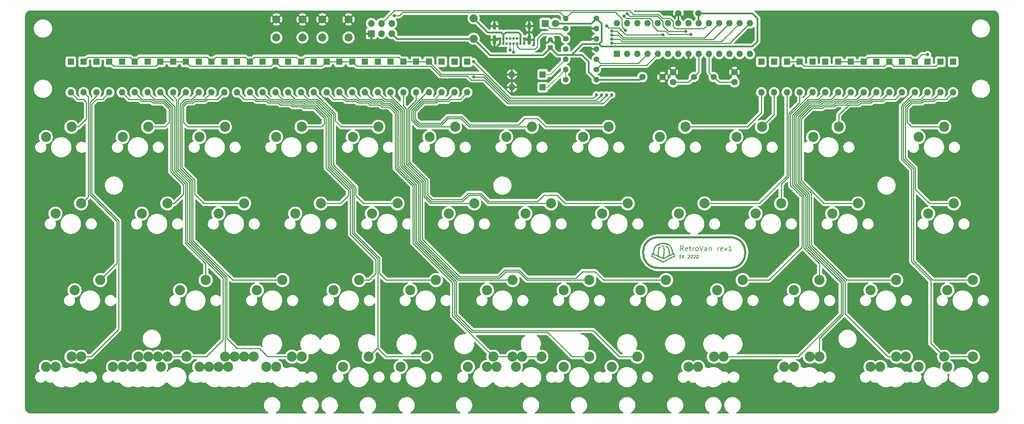
<source format=gtl>
G04 #@! TF.GenerationSoftware,KiCad,Pcbnew,(6.0.1)*
G04 #@! TF.CreationDate,2022-12-02T15:22:06+01:00*
G04 #@! TF.ProjectId,pcb,7063622e-6b69-4636-9164-5f7063625858,rev?*
G04 #@! TF.SameCoordinates,Original*
G04 #@! TF.FileFunction,Copper,L1,Top*
G04 #@! TF.FilePolarity,Positive*
%FSLAX46Y46*%
G04 Gerber Fmt 4.6, Leading zero omitted, Abs format (unit mm)*
G04 Created by KiCad (PCBNEW (6.0.1)) date 2022-12-02 15:22:06*
%MOMM*%
%LPD*%
G01*
G04 APERTURE LIST*
%ADD10C,0.200000*%
G04 #@! TA.AperFunction,NonConductor*
%ADD11C,0.200000*%
G04 #@! TD*
%ADD12C,0.150000*%
G04 #@! TA.AperFunction,NonConductor*
%ADD13C,0.150000*%
G04 #@! TD*
G04 #@! TA.AperFunction,EtchedComponent*
%ADD14C,0.500000*%
G04 #@! TD*
G04 #@! TA.AperFunction,ComponentPad*
%ADD15C,2.500000*%
G04 #@! TD*
G04 #@! TA.AperFunction,ComponentPad*
%ADD16R,1.600000X1.600000*%
G04 #@! TD*
G04 #@! TA.AperFunction,ComponentPad*
%ADD17O,1.600000X1.600000*%
G04 #@! TD*
G04 #@! TA.AperFunction,ComponentPad*
%ADD18C,1.400000*%
G04 #@! TD*
G04 #@! TA.AperFunction,ComponentPad*
%ADD19O,1.400000X1.400000*%
G04 #@! TD*
G04 #@! TA.AperFunction,ComponentPad*
%ADD20O,1.700000X1.700000*%
G04 #@! TD*
G04 #@! TA.AperFunction,ComponentPad*
%ADD21R,1.700000X1.700000*%
G04 #@! TD*
G04 #@! TA.AperFunction,ComponentPad*
%ADD22C,1.600000*%
G04 #@! TD*
G04 #@! TA.AperFunction,ComponentPad*
%ADD23C,0.650000*%
G04 #@! TD*
G04 #@! TA.AperFunction,ComponentPad*
%ADD24O,0.900000X1.700000*%
G04 #@! TD*
G04 #@! TA.AperFunction,ComponentPad*
%ADD25O,0.900000X2.400000*%
G04 #@! TD*
G04 #@! TA.AperFunction,ComponentPad*
%ADD26C,1.500000*%
G04 #@! TD*
G04 #@! TA.AperFunction,ComponentPad*
%ADD27R,1.200000X1.200000*%
G04 #@! TD*
G04 #@! TA.AperFunction,ComponentPad*
%ADD28C,1.200000*%
G04 #@! TD*
G04 #@! TA.AperFunction,ComponentPad*
%ADD29C,2.000000*%
G04 #@! TD*
G04 #@! TA.AperFunction,ComponentPad*
%ADD30R,1.800000X1.800000*%
G04 #@! TD*
G04 #@! TA.AperFunction,ComponentPad*
%ADD31C,1.800000*%
G04 #@! TD*
G04 #@! TA.AperFunction,ViaPad*
%ADD32C,0.800000*%
G04 #@! TD*
G04 #@! TA.AperFunction,Conductor*
%ADD33C,0.254000*%
G04 #@! TD*
G04 #@! TA.AperFunction,Conductor*
%ADD34C,0.381000*%
G04 #@! TD*
G04 #@! TA.AperFunction,Conductor*
%ADD35C,0.200000*%
G04 #@! TD*
G04 APERTURE END LIST*
D10*
D11*
X191800654Y-103530726D02*
X191383988Y-102935488D01*
X191086369Y-103530726D02*
X191086369Y-102280726D01*
X191562559Y-102280726D01*
X191681607Y-102340250D01*
X191741130Y-102399773D01*
X191800654Y-102518821D01*
X191800654Y-102697392D01*
X191741130Y-102816440D01*
X191681607Y-102875964D01*
X191562559Y-102935488D01*
X191086369Y-102935488D01*
X192812559Y-103471202D02*
X192693511Y-103530726D01*
X192455416Y-103530726D01*
X192336369Y-103471202D01*
X192276845Y-103352154D01*
X192276845Y-102875964D01*
X192336369Y-102756916D01*
X192455416Y-102697392D01*
X192693511Y-102697392D01*
X192812559Y-102756916D01*
X192872083Y-102875964D01*
X192872083Y-102995011D01*
X192276845Y-103114059D01*
X193229226Y-102697392D02*
X193705416Y-102697392D01*
X193407797Y-102280726D02*
X193407797Y-103352154D01*
X193467321Y-103471202D01*
X193586369Y-103530726D01*
X193705416Y-103530726D01*
X194122083Y-103530726D02*
X194122083Y-102697392D01*
X194122083Y-102935488D02*
X194181607Y-102816440D01*
X194241130Y-102756916D01*
X194360178Y-102697392D01*
X194479226Y-102697392D01*
X195074464Y-103530726D02*
X194955416Y-103471202D01*
X194895892Y-103411678D01*
X194836369Y-103292630D01*
X194836369Y-102935488D01*
X194895892Y-102816440D01*
X194955416Y-102756916D01*
X195074464Y-102697392D01*
X195253035Y-102697392D01*
X195372083Y-102756916D01*
X195431607Y-102816440D01*
X195491130Y-102935488D01*
X195491130Y-103292630D01*
X195431607Y-103411678D01*
X195372083Y-103471202D01*
X195253035Y-103530726D01*
X195074464Y-103530726D01*
X195848273Y-102280726D02*
X196264940Y-103530726D01*
X196681607Y-102280726D01*
X197633988Y-103530726D02*
X197633988Y-102875964D01*
X197574464Y-102756916D01*
X197455416Y-102697392D01*
X197217321Y-102697392D01*
X197098273Y-102756916D01*
X197633988Y-103471202D02*
X197514940Y-103530726D01*
X197217321Y-103530726D01*
X197098273Y-103471202D01*
X197038750Y-103352154D01*
X197038750Y-103233107D01*
X197098273Y-103114059D01*
X197217321Y-103054535D01*
X197514940Y-103054535D01*
X197633988Y-102995011D01*
X198229226Y-102697392D02*
X198229226Y-103530726D01*
X198229226Y-102816440D02*
X198288750Y-102756916D01*
X198407797Y-102697392D01*
X198586369Y-102697392D01*
X198705416Y-102756916D01*
X198764940Y-102875964D01*
X198764940Y-103530726D01*
X200312559Y-103530726D02*
X200312559Y-102697392D01*
X200312559Y-102935488D02*
X200372083Y-102816440D01*
X200431607Y-102756916D01*
X200550654Y-102697392D01*
X200669702Y-102697392D01*
X201562559Y-103471202D02*
X201443511Y-103530726D01*
X201205416Y-103530726D01*
X201086369Y-103471202D01*
X201026845Y-103352154D01*
X201026845Y-102875964D01*
X201086369Y-102756916D01*
X201205416Y-102697392D01*
X201443511Y-102697392D01*
X201562559Y-102756916D01*
X201622083Y-102875964D01*
X201622083Y-102995011D01*
X201026845Y-103114059D01*
X202038750Y-102697392D02*
X202336369Y-103530726D01*
X202633988Y-102697392D01*
X203764940Y-103530726D02*
X203050654Y-103530726D01*
X203407797Y-103530726D02*
X203407797Y-102280726D01*
X203288750Y-102459297D01*
X203169702Y-102578345D01*
X203050654Y-102637869D01*
D12*
D13*
X190934821Y-104943678D02*
X191184821Y-104943678D01*
X191291964Y-105336535D02*
X190934821Y-105336535D01*
X190934821Y-104586535D01*
X191291964Y-104586535D01*
X191613392Y-105336535D02*
X191613392Y-104586535D01*
X192041964Y-105336535D02*
X191720535Y-104907964D01*
X192041964Y-104586535D02*
X191613392Y-105015107D01*
X192899107Y-104657964D02*
X192934821Y-104622250D01*
X193006250Y-104586535D01*
X193184821Y-104586535D01*
X193256250Y-104622250D01*
X193291964Y-104657964D01*
X193327678Y-104729392D01*
X193327678Y-104800821D01*
X193291964Y-104907964D01*
X192863392Y-105336535D01*
X193327678Y-105336535D01*
X193791964Y-104586535D02*
X193863392Y-104586535D01*
X193934821Y-104622250D01*
X193970535Y-104657964D01*
X194006250Y-104729392D01*
X194041964Y-104872250D01*
X194041964Y-105050821D01*
X194006250Y-105193678D01*
X193970535Y-105265107D01*
X193934821Y-105300821D01*
X193863392Y-105336535D01*
X193791964Y-105336535D01*
X193720535Y-105300821D01*
X193684821Y-105265107D01*
X193649107Y-105193678D01*
X193613392Y-105050821D01*
X193613392Y-104872250D01*
X193649107Y-104729392D01*
X193684821Y-104657964D01*
X193720535Y-104622250D01*
X193791964Y-104586535D01*
X194327678Y-104657964D02*
X194363392Y-104622250D01*
X194434821Y-104586535D01*
X194613392Y-104586535D01*
X194684821Y-104622250D01*
X194720535Y-104657964D01*
X194756250Y-104729392D01*
X194756250Y-104800821D01*
X194720535Y-104907964D01*
X194291964Y-105336535D01*
X194756250Y-105336535D01*
X195041964Y-104657964D02*
X195077678Y-104622250D01*
X195149107Y-104586535D01*
X195327678Y-104586535D01*
X195399107Y-104622250D01*
X195434821Y-104657964D01*
X195470535Y-104729392D01*
X195470535Y-104800821D01*
X195434821Y-104907964D01*
X195006250Y-105336535D01*
X195470535Y-105336535D01*
D14*
X203358750Y-107791250D02*
X185578750Y-107791250D01*
X185578750Y-100171250D02*
X203358750Y-100171250D01*
X185578750Y-100171250D02*
G75*
G03*
X185578750Y-107791250I0J-3810000D01*
G01*
X203358750Y-107791250D02*
G75*
G03*
X203358750Y-100171250I0J3810000D01*
G01*
G36*
X186843703Y-102212449D02*
G01*
X186916561Y-102218817D01*
X186983007Y-102229012D01*
X187042011Y-102242694D01*
X187092543Y-102259520D01*
X187133574Y-102279148D01*
X187164073Y-102301239D01*
X187183013Y-102325449D01*
X187189365Y-102350869D01*
X187186684Y-102367455D01*
X187176940Y-102383030D01*
X187161467Y-102398485D01*
X187137280Y-102417528D01*
X187109304Y-102433580D01*
X187075156Y-102447600D01*
X187032455Y-102460543D01*
X186978818Y-102473365D01*
X186970576Y-102475147D01*
X186951169Y-102477965D01*
X186921296Y-102480683D01*
X186883739Y-102483199D01*
X186841280Y-102485411D01*
X186796700Y-102487216D01*
X186752782Y-102488511D01*
X186712308Y-102489193D01*
X186678060Y-102489161D01*
X186652819Y-102488312D01*
X186642393Y-102487244D01*
X186627003Y-102484721D01*
X186603321Y-102480930D01*
X186577440Y-102476845D01*
X186507083Y-102462902D01*
X186449018Y-102444923D01*
X186402375Y-102422581D01*
X186369456Y-102398485D01*
X186351825Y-102380402D01*
X186343395Y-102364959D01*
X186341559Y-102350869D01*
X186348186Y-102324915D01*
X186367381Y-102300746D01*
X186398116Y-102278705D01*
X186439359Y-102259132D01*
X186490082Y-102242369D01*
X186549254Y-102228758D01*
X186615847Y-102218641D01*
X186688830Y-102212358D01*
X186765462Y-102210251D01*
X186843703Y-102212449D01*
G37*
G36*
X183843946Y-104737960D02*
G01*
X183857076Y-104683464D01*
X183873129Y-104618414D01*
X183892265Y-104541670D01*
X183900367Y-104509250D01*
X183917509Y-104441014D01*
X183933923Y-104376370D01*
X183949269Y-104316613D01*
X183963206Y-104263037D01*
X183975394Y-104216937D01*
X183983739Y-104186083D01*
X184434125Y-104186083D01*
X184438856Y-104190544D01*
X184453205Y-104199382D01*
X184477485Y-104212757D01*
X184512010Y-104230828D01*
X184557095Y-104253751D01*
X184613053Y-104281686D01*
X184680201Y-104314791D01*
X184758851Y-104353225D01*
X184849317Y-104397146D01*
X184934193Y-104438164D01*
X185011517Y-104475421D01*
X185085250Y-104510853D01*
X185154470Y-104544024D01*
X185218256Y-104574496D01*
X185275689Y-104601833D01*
X185325847Y-104625599D01*
X185367809Y-104645355D01*
X185400656Y-104660667D01*
X185423466Y-104671095D01*
X185435319Y-104676205D01*
X185436841Y-104676647D01*
X185437301Y-104669108D01*
X185436245Y-104651225D01*
X185433896Y-104626213D01*
X185432445Y-104613220D01*
X185425659Y-104547664D01*
X185419275Y-104471307D01*
X185413469Y-104387017D01*
X185408418Y-104297664D01*
X185404296Y-104206118D01*
X185401281Y-104115249D01*
X185400836Y-104097833D01*
X185399636Y-103927085D01*
X185404354Y-103762603D01*
X185414862Y-103605151D01*
X185431033Y-103455493D01*
X185452739Y-103314393D01*
X185479851Y-103182617D01*
X185512243Y-103060927D01*
X185549786Y-102950089D01*
X185592353Y-102850866D01*
X185617488Y-102802194D01*
X185666043Y-102725120D01*
X185719658Y-102660528D01*
X185778225Y-102608509D01*
X185841631Y-102569155D01*
X185909766Y-102542559D01*
X185937428Y-102535700D01*
X185997818Y-102526481D01*
X186048558Y-102526438D01*
X186090260Y-102535713D01*
X186123538Y-102554447D01*
X186149004Y-102582780D01*
X186150170Y-102584587D01*
X186169190Y-102624823D01*
X186174578Y-102664368D01*
X186166331Y-102703681D01*
X186148400Y-102737548D01*
X186130374Y-102758626D01*
X186107112Y-102774330D01*
X186075890Y-102785997D01*
X186033986Y-102794966D01*
X186030231Y-102795584D01*
X185987680Y-102804507D01*
X185954905Y-102816881D01*
X185928080Y-102834772D01*
X185903377Y-102860246D01*
X185897887Y-102867021D01*
X185862659Y-102919290D01*
X185829387Y-102984039D01*
X185798412Y-103060171D01*
X185770072Y-103146587D01*
X185744706Y-103242192D01*
X185722655Y-103345885D01*
X185704257Y-103456571D01*
X185695662Y-103521321D01*
X185687771Y-103592024D01*
X185681623Y-103660600D01*
X185677113Y-103729644D01*
X185674136Y-103801748D01*
X185672586Y-103879506D01*
X185672360Y-103965512D01*
X185673352Y-104062360D01*
X185673473Y-104070115D01*
X185675253Y-104161398D01*
X185677677Y-104244150D01*
X185680950Y-104321310D01*
X185685282Y-104395817D01*
X185690878Y-104470613D01*
X185697948Y-104548636D01*
X185706698Y-104632827D01*
X185717337Y-104726125D01*
X185723338Y-104776358D01*
X185727314Y-104798959D01*
X185732603Y-104816175D01*
X185736525Y-104822615D01*
X185744175Y-104826884D01*
X185762901Y-104836455D01*
X185791523Y-104850758D01*
X185828860Y-104869222D01*
X185873734Y-104891275D01*
X185924964Y-104916347D01*
X185981370Y-104943867D01*
X186041772Y-104973264D01*
X186104991Y-105003967D01*
X186169846Y-105035404D01*
X186235158Y-105067005D01*
X186299747Y-105098199D01*
X186362433Y-105128415D01*
X186422035Y-105157082D01*
X186477376Y-105183628D01*
X186527273Y-105207484D01*
X186570548Y-105228077D01*
X186606020Y-105244838D01*
X186632510Y-105257194D01*
X186648838Y-105264575D01*
X186653791Y-105266514D01*
X186659583Y-105260712D01*
X186665815Y-105245321D01*
X186669228Y-105232215D01*
X186691978Y-105121109D01*
X186713913Y-105004137D01*
X186734939Y-104882335D01*
X186754963Y-104756734D01*
X186773888Y-104628369D01*
X186791622Y-104498273D01*
X186808069Y-104367479D01*
X186823136Y-104237022D01*
X186836728Y-104107934D01*
X186848750Y-103981250D01*
X186859108Y-103858002D01*
X186867708Y-103739224D01*
X186874455Y-103625950D01*
X186879255Y-103519213D01*
X186882013Y-103420047D01*
X186882636Y-103329485D01*
X186881028Y-103248561D01*
X186877096Y-103178309D01*
X186870744Y-103119761D01*
X186865101Y-103087655D01*
X186854369Y-103043083D01*
X186842573Y-103009377D01*
X186827746Y-102983761D01*
X186807918Y-102963456D01*
X186781122Y-102945686D01*
X186754933Y-102932188D01*
X186715659Y-102909034D01*
X186688476Y-102882367D01*
X186671894Y-102850269D01*
X186664920Y-102816324D01*
X186666943Y-102775781D01*
X186680392Y-102739547D01*
X186703282Y-102709254D01*
X186733629Y-102686534D01*
X186769450Y-102673019D01*
X186808760Y-102670338D01*
X186836223Y-102675464D01*
X186896958Y-102699476D01*
X186954600Y-102733924D01*
X187006121Y-102776527D01*
X187048495Y-102825005D01*
X187062516Y-102846040D01*
X187083283Y-102886559D01*
X187103118Y-102937117D01*
X187120806Y-102994085D01*
X187135135Y-103053829D01*
X187139353Y-103075972D01*
X187143658Y-103109431D01*
X187147071Y-103154626D01*
X187149592Y-103209651D01*
X187151220Y-103272596D01*
X187151956Y-103341553D01*
X187151799Y-103414616D01*
X187150749Y-103489874D01*
X187148807Y-103565421D01*
X187145973Y-103639348D01*
X187142246Y-103709748D01*
X187139356Y-103752557D01*
X187120352Y-103983910D01*
X187097943Y-104212224D01*
X187072376Y-104435528D01*
X187043899Y-104651851D01*
X187012760Y-104859223D01*
X186979205Y-105055671D01*
X186968197Y-105114859D01*
X186961116Y-105152961D01*
X186955281Y-105185938D01*
X186951047Y-105211647D01*
X186948769Y-105227944D01*
X186948655Y-105232799D01*
X186954989Y-105229907D01*
X186972594Y-105221567D01*
X187000426Y-105208279D01*
X187037446Y-105190547D01*
X187082612Y-105168873D01*
X187134882Y-105143759D01*
X187193215Y-105115706D01*
X187256569Y-105085218D01*
X187323903Y-105052797D01*
X187394176Y-105018944D01*
X187466345Y-104984161D01*
X187539371Y-104948952D01*
X187612210Y-104913818D01*
X187683823Y-104879262D01*
X187753166Y-104845785D01*
X187819200Y-104813889D01*
X187880882Y-104784078D01*
X187937172Y-104756853D01*
X187987027Y-104732716D01*
X188029406Y-104712170D01*
X188063268Y-104695717D01*
X188087571Y-104683858D01*
X188101274Y-104677097D01*
X188103997Y-104675679D01*
X188105800Y-104667623D01*
X188107665Y-104647429D01*
X188109547Y-104616636D01*
X188111398Y-104576779D01*
X188113171Y-104529397D01*
X188114820Y-104476024D01*
X188116297Y-104418199D01*
X188117556Y-104357459D01*
X188118549Y-104295340D01*
X188119229Y-104233379D01*
X188119550Y-104173113D01*
X188119562Y-104166204D01*
X188118072Y-103996525D01*
X188113059Y-103839353D01*
X188104408Y-103693955D01*
X188092006Y-103559596D01*
X188075736Y-103435541D01*
X188055486Y-103321056D01*
X188031141Y-103215407D01*
X188002585Y-103117858D01*
X187969706Y-103027675D01*
X187932388Y-102944125D01*
X187927792Y-102934878D01*
X187901361Y-102884192D01*
X187877844Y-102843752D01*
X187855466Y-102810961D01*
X187832452Y-102783222D01*
X187807026Y-102757936D01*
X187806691Y-102757630D01*
X187769686Y-102727000D01*
X187733864Y-102705109D01*
X187695789Y-102690727D01*
X187652022Y-102682623D01*
X187599125Y-102679567D01*
X187588228Y-102679458D01*
X187554618Y-102679131D01*
X187531352Y-102678059D01*
X187515101Y-102675584D01*
X187502536Y-102671047D01*
X187490327Y-102663789D01*
X187482861Y-102658614D01*
X187451614Y-102629138D01*
X187431820Y-102594371D01*
X187423663Y-102556608D01*
X187427328Y-102518144D01*
X187442999Y-102481276D01*
X187466331Y-102452487D01*
X187488834Y-102434374D01*
X187514287Y-102421749D01*
X187545468Y-102413844D01*
X187585151Y-102409891D01*
X187623413Y-102409058D01*
X187707533Y-102415652D01*
X187787974Y-102435387D01*
X187864577Y-102468189D01*
X187937180Y-102513982D01*
X188005622Y-102572694D01*
X188027161Y-102594777D01*
X188079989Y-102659119D01*
X188129982Y-102735705D01*
X188176629Y-102823302D01*
X188219420Y-102920681D01*
X188257846Y-103026609D01*
X188291398Y-103139855D01*
X188319564Y-103259188D01*
X188334254Y-103336583D01*
X188346379Y-103410878D01*
X188356724Y-103483469D01*
X188365401Y-103556117D01*
X188372526Y-103630585D01*
X188378215Y-103708634D01*
X188382582Y-103792025D01*
X188385741Y-103882520D01*
X188387808Y-103981881D01*
X188388897Y-104091869D01*
X188389141Y-104178246D01*
X188389208Y-104257915D01*
X188389363Y-104324951D01*
X188389634Y-104380397D01*
X188390053Y-104425293D01*
X188390650Y-104460681D01*
X188391457Y-104487603D01*
X188392503Y-104507100D01*
X188393820Y-104520214D01*
X188395438Y-104527987D01*
X188397387Y-104531459D01*
X188399540Y-104531737D01*
X188413328Y-104525892D01*
X188437165Y-104515002D01*
X188469716Y-104499721D01*
X188509647Y-104480705D01*
X188555624Y-104458610D01*
X188606313Y-104434090D01*
X188660380Y-104407800D01*
X188716489Y-104380396D01*
X188773308Y-104352534D01*
X188829502Y-104324868D01*
X188883737Y-104298053D01*
X188934679Y-104272745D01*
X188980993Y-104249599D01*
X189021346Y-104229270D01*
X189054403Y-104212414D01*
X189078830Y-104199686D01*
X189093293Y-104191740D01*
X189096800Y-104189300D01*
X189094899Y-104179136D01*
X189089308Y-104157118D01*
X189080390Y-104124455D01*
X189068506Y-104082354D01*
X189054020Y-104032022D01*
X189037292Y-103974666D01*
X189018686Y-103911493D01*
X188998564Y-103843712D01*
X188977287Y-103772529D01*
X188955218Y-103699152D01*
X188932719Y-103624787D01*
X188910152Y-103550643D01*
X188887879Y-103477926D01*
X188866263Y-103407844D01*
X188845666Y-103341605D01*
X188826450Y-103280414D01*
X188808977Y-103225481D01*
X188793609Y-103178012D01*
X188791439Y-103171400D01*
X188757462Y-103071792D01*
X188721288Y-102972532D01*
X188683610Y-102875206D01*
X188645121Y-102781401D01*
X188606516Y-102692703D01*
X188568486Y-102610699D01*
X188531725Y-102536977D01*
X188496927Y-102473123D01*
X188464785Y-102420724D01*
X188461063Y-102415168D01*
X188412797Y-102352695D01*
X188356866Y-102295314D01*
X188296255Y-102245725D01*
X188233951Y-102206623D01*
X188225192Y-102202104D01*
X188156080Y-102174891D01*
X188084027Y-102160752D01*
X188010114Y-102159689D01*
X187935422Y-102171708D01*
X187861030Y-102196811D01*
X187851838Y-102200855D01*
X187806838Y-102218919D01*
X187769768Y-102228445D01*
X187738221Y-102229847D01*
X187713043Y-102224665D01*
X187676058Y-102206075D01*
X187648179Y-102179141D01*
X187629927Y-102146160D01*
X187621822Y-102109432D01*
X187624385Y-102071255D01*
X187638136Y-102033926D01*
X187662395Y-102000972D01*
X187683481Y-101979185D01*
X187650939Y-101958547D01*
X187614292Y-101939250D01*
X187577546Y-101928655D01*
X187538935Y-101926957D01*
X187496694Y-101934352D01*
X187449057Y-101951035D01*
X187394258Y-101977201D01*
X187371609Y-101989438D01*
X187345484Y-102000947D01*
X187317174Y-102009108D01*
X187305395Y-102010977D01*
X187267145Y-102008194D01*
X187231386Y-101993787D01*
X187200735Y-101969810D01*
X187177811Y-101938313D01*
X187165232Y-101901348D01*
X187165198Y-101901144D01*
X187158935Y-101873345D01*
X187149448Y-101855034D01*
X187133829Y-101842026D01*
X187118732Y-101834306D01*
X187081802Y-101823864D01*
X187041007Y-101822640D01*
X187000279Y-101829900D01*
X186963553Y-101844911D01*
X186934761Y-101866940D01*
X186932972Y-101868923D01*
X186914909Y-101883804D01*
X186889284Y-101898282D01*
X186861510Y-101909849D01*
X186836995Y-101916002D01*
X186830415Y-101916416D01*
X186795657Y-101910571D01*
X186757933Y-101893388D01*
X186723838Y-101870451D01*
X186679962Y-101841401D01*
X186634966Y-101820827D01*
X186583393Y-101806359D01*
X186569964Y-101803634D01*
X186539015Y-101798831D01*
X186506389Y-101795606D01*
X186475155Y-101794037D01*
X186448385Y-101794201D01*
X186429148Y-101796178D01*
X186420635Y-101799825D01*
X186420695Y-101809432D01*
X186425425Y-101826040D01*
X186427831Y-101832197D01*
X186436534Y-101869363D01*
X186433205Y-101906544D01*
X186419278Y-101941387D01*
X186396188Y-101971541D01*
X186365372Y-101994655D01*
X186328263Y-102008377D01*
X186319370Y-102009906D01*
X186287341Y-102010584D01*
X186257324Y-102002525D01*
X186226513Y-101984555D01*
X186194560Y-101957806D01*
X186166588Y-101933681D01*
X186141191Y-101917214D01*
X186114588Y-101907088D01*
X186082996Y-101901987D01*
X186042633Y-101900593D01*
X186030468Y-101900672D01*
X185985838Y-101902618D01*
X185947288Y-101907981D01*
X185907422Y-101917842D01*
X185901879Y-101919475D01*
X185871977Y-101929221D01*
X185841849Y-101940414D01*
X185814262Y-101951854D01*
X185791982Y-101962341D01*
X185777774Y-101970677D01*
X185774075Y-101974899D01*
X185779629Y-101979494D01*
X185793899Y-101987892D01*
X185806552Y-101994565D01*
X185860626Y-102026401D01*
X185902378Y-102060597D01*
X185931522Y-102096727D01*
X185947769Y-102134364D01*
X185950833Y-102173081D01*
X185945074Y-102200314D01*
X185931691Y-102227395D01*
X185911264Y-102254117D01*
X185888092Y-102275299D01*
X185877327Y-102281943D01*
X185844723Y-102293993D01*
X185812221Y-102296343D01*
X185777554Y-102288617D01*
X185738456Y-102270438D01*
X185712086Y-102254459D01*
X185669329Y-102228772D01*
X185631538Y-102211342D01*
X185594000Y-102200763D01*
X185552004Y-102195631D01*
X185510845Y-102194504D01*
X185469503Y-102195313D01*
X185436667Y-102198207D01*
X185407250Y-102203812D01*
X185384695Y-102210074D01*
X185314815Y-102235917D01*
X185247329Y-102270287D01*
X185180527Y-102314307D01*
X185112701Y-102369097D01*
X185045478Y-102432426D01*
X185001545Y-102478588D01*
X184961295Y-102525804D01*
X184924193Y-102575225D01*
X184889705Y-102628007D01*
X184857295Y-102685303D01*
X184826428Y-102748267D01*
X184796569Y-102818053D01*
X184767183Y-102895815D01*
X184737734Y-102982706D01*
X184707688Y-103079882D01*
X184676509Y-103188494D01*
X184650439Y-103284213D01*
X184638670Y-103328954D01*
X184625196Y-103381349D01*
X184610335Y-103440076D01*
X184594403Y-103503812D01*
X184577719Y-103571236D01*
X184560598Y-103641024D01*
X184543358Y-103711856D01*
X184526316Y-103782408D01*
X184509790Y-103851359D01*
X184494096Y-103917386D01*
X184479552Y-103979168D01*
X184466475Y-104035381D01*
X184455181Y-104084704D01*
X184445988Y-104125815D01*
X184439213Y-104157391D01*
X184435174Y-104178110D01*
X184434125Y-104186083D01*
X183983739Y-104186083D01*
X183985491Y-104179606D01*
X183993157Y-104152340D01*
X183998052Y-104136432D01*
X183999319Y-104133207D01*
X184023094Y-104101604D01*
X184055434Y-104078193D01*
X184093014Y-104064523D01*
X184132507Y-104062141D01*
X184147034Y-104064453D01*
X184165214Y-104067882D01*
X184176819Y-104068839D01*
X184178557Y-104068390D01*
X184180705Y-104061341D01*
X184185549Y-104042624D01*
X184192687Y-104013889D01*
X184201714Y-103976787D01*
X184212227Y-103932967D01*
X184223822Y-103884080D01*
X184228373Y-103864747D01*
X184266123Y-103705395D01*
X184301547Y-103558749D01*
X184334890Y-103424085D01*
X184366396Y-103300681D01*
X184396309Y-103187812D01*
X184424873Y-103084753D01*
X184452334Y-102990782D01*
X184478935Y-102905175D01*
X184504920Y-102827206D01*
X184530534Y-102756154D01*
X184556021Y-102691292D01*
X184581626Y-102631899D01*
X184607592Y-102577249D01*
X184634165Y-102526619D01*
X184661587Y-102479285D01*
X184690104Y-102434523D01*
X184719960Y-102391609D01*
X184730244Y-102377601D01*
X184756269Y-102345117D01*
X184789987Y-102306756D01*
X184828600Y-102265419D01*
X184869312Y-102224006D01*
X184909329Y-102185414D01*
X184945853Y-102152544D01*
X184953618Y-102145971D01*
X185032345Y-102086032D01*
X185114985Y-102033801D01*
X185199166Y-101990507D01*
X185282513Y-101957380D01*
X185357790Y-101936648D01*
X185376291Y-101931798D01*
X185392307Y-101924589D01*
X185409114Y-101912897D01*
X185429987Y-101894597D01*
X185445892Y-101879497D01*
X185527228Y-101809614D01*
X185614681Y-101750346D01*
X185706922Y-101702256D01*
X185802621Y-101665907D01*
X185900449Y-101641862D01*
X185999075Y-101630684D01*
X186034961Y-101629921D01*
X186069485Y-101630540D01*
X186101974Y-101631979D01*
X186128195Y-101634006D01*
X186141189Y-101635770D01*
X186159550Y-101638348D01*
X186172090Y-101635689D01*
X186184804Y-101625719D01*
X186192405Y-101618064D01*
X186234955Y-101583554D01*
X186287249Y-101556705D01*
X186347638Y-101537610D01*
X186414476Y-101526367D01*
X186486113Y-101523069D01*
X186560902Y-101527813D01*
X186637196Y-101540695D01*
X186713345Y-101561809D01*
X186772489Y-101584447D01*
X186827205Y-101608159D01*
X186869833Y-101589036D01*
X186899080Y-101577174D01*
X186930270Y-101566433D01*
X186950065Y-101560827D01*
X186983961Y-101555311D01*
X187025935Y-101552372D01*
X187070875Y-101552019D01*
X187113672Y-101554263D01*
X187149213Y-101559114D01*
X187155179Y-101560441D01*
X187205026Y-101576698D01*
X187255599Y-101600434D01*
X187301599Y-101628894D01*
X187328857Y-101650713D01*
X187366932Y-101685511D01*
X187413182Y-101672951D01*
X187440307Y-101666931D01*
X187470830Y-101663113D01*
X187508251Y-101661188D01*
X187551733Y-101660828D01*
X187590188Y-101661223D01*
X187618662Y-101662343D01*
X187640847Y-101664731D01*
X187660436Y-101668925D01*
X187681119Y-101675468D01*
X187700600Y-101682629D01*
X187734560Y-101697225D01*
X187770976Y-101715639D01*
X187802411Y-101734088D01*
X187804619Y-101735540D01*
X187835504Y-101758748D01*
X187868203Y-101787743D01*
X187899239Y-101819056D01*
X187925134Y-101849221D01*
X187940074Y-101870632D01*
X187951236Y-101889435D01*
X188037914Y-101889435D01*
X188131760Y-101894690D01*
X188219466Y-101910888D01*
X188302956Y-101938678D01*
X188384151Y-101978707D01*
X188464976Y-102031625D01*
X188469550Y-102034997D01*
X188538056Y-102091252D01*
X188601089Y-102154770D01*
X188659813Y-102227027D01*
X188715386Y-102309499D01*
X188768969Y-102403661D01*
X188786914Y-102438547D01*
X188822931Y-102512518D01*
X188858567Y-102590407D01*
X188894115Y-102673046D01*
X188929867Y-102761266D01*
X188966115Y-102855899D01*
X189003152Y-102957775D01*
X189041272Y-103067728D01*
X189080765Y-103186586D01*
X189121925Y-103315183D01*
X189165045Y-103454350D01*
X189210416Y-103604917D01*
X189258331Y-103767717D01*
X189275765Y-103827766D01*
X189291634Y-103882491D01*
X189306330Y-103932943D01*
X189319416Y-103977646D01*
X189330459Y-104015122D01*
X189339022Y-104043896D01*
X189344671Y-104062491D01*
X189346971Y-104069429D01*
X189346974Y-104069432D01*
X189354178Y-104069517D01*
X189370309Y-104067080D01*
X189381123Y-104064933D01*
X189422555Y-104062486D01*
X189462173Y-104071928D01*
X189497105Y-104091956D01*
X189524481Y-104121269D01*
X189531604Y-104133207D01*
X189535044Y-104143185D01*
X189541421Y-104165145D01*
X189550393Y-104197792D01*
X189561621Y-104239831D01*
X189574764Y-104289970D01*
X189589480Y-104346912D01*
X189605429Y-104409363D01*
X189622271Y-104476031D01*
X189630597Y-104509250D01*
X189651037Y-104591325D01*
X189668237Y-104661152D01*
X189682414Y-104719715D01*
X189693786Y-104767994D01*
X189702571Y-104806973D01*
X189708985Y-104837634D01*
X189713246Y-104860960D01*
X189715571Y-104877932D01*
X189716178Y-104889533D01*
X189715803Y-104894361D01*
X189704247Y-104931955D01*
X189683255Y-104965817D01*
X189655668Y-104991640D01*
X189648847Y-104995900D01*
X189640145Y-105000504D01*
X189619819Y-105011049D01*
X189588419Y-105027252D01*
X189546496Y-105048830D01*
X189494602Y-105075501D01*
X189433288Y-105106982D01*
X189363105Y-105142991D01*
X189284604Y-105183246D01*
X189198337Y-105227463D01*
X189104855Y-105275361D01*
X189004709Y-105326656D01*
X188898451Y-105381067D01*
X188786630Y-105438311D01*
X188669800Y-105498105D01*
X188548511Y-105560167D01*
X188423313Y-105624214D01*
X188294760Y-105689964D01*
X188214432Y-105731041D01*
X188049533Y-105815333D01*
X187896452Y-105893526D01*
X187754854Y-105965788D01*
X187624404Y-106032289D01*
X187504767Y-106093197D01*
X187395607Y-106148680D01*
X187296590Y-106198907D01*
X187207381Y-106244047D01*
X187127643Y-106284268D01*
X187057043Y-106319739D01*
X186995244Y-106350628D01*
X186941912Y-106377104D01*
X186896712Y-106399335D01*
X186859308Y-106417491D01*
X186829365Y-106431739D01*
X186806549Y-106442248D01*
X186790523Y-106449188D01*
X186780954Y-106452725D01*
X186778631Y-106453256D01*
X186751852Y-106453349D01*
X186726853Y-106448668D01*
X186724439Y-106447827D01*
X186716932Y-106444198D01*
X186697907Y-106434678D01*
X186668023Y-106419601D01*
X186627935Y-106399304D01*
X186578301Y-106374121D01*
X186519778Y-106344389D01*
X186453023Y-106310442D01*
X186378692Y-106272616D01*
X186297444Y-106231247D01*
X186209934Y-106186670D01*
X186116821Y-106139219D01*
X186018760Y-106089232D01*
X185916409Y-106037042D01*
X185810425Y-105982986D01*
X185701465Y-105927398D01*
X185590186Y-105870615D01*
X185477245Y-105812971D01*
X185363299Y-105754803D01*
X185249006Y-105696445D01*
X185135021Y-105638233D01*
X185022002Y-105580502D01*
X184910606Y-105523588D01*
X184801491Y-105467826D01*
X184695312Y-105413551D01*
X184592728Y-105361100D01*
X184494395Y-105310807D01*
X184400970Y-105263007D01*
X184313110Y-105218037D01*
X184231473Y-105176231D01*
X184156715Y-105137925D01*
X184089493Y-105103454D01*
X184030464Y-105073155D01*
X183980285Y-105047361D01*
X183939614Y-105026409D01*
X183909107Y-105010634D01*
X183904794Y-105008395D01*
X183874774Y-104990924D01*
X183853903Y-104973623D01*
X183838417Y-104953618D01*
X183831067Y-104941872D01*
X183825048Y-104930988D01*
X183820520Y-104919825D01*
X183817643Y-104907240D01*
X183816575Y-104892092D01*
X183817476Y-104873240D01*
X183820504Y-104849543D01*
X183825819Y-104819858D01*
X183828516Y-104807066D01*
X184108540Y-104807066D01*
X184115160Y-104810752D01*
X184133276Y-104820286D01*
X184162214Y-104835325D01*
X184201297Y-104855522D01*
X184249849Y-104880534D01*
X184307195Y-104910015D01*
X184372659Y-104943621D01*
X184445565Y-104981007D01*
X184525238Y-105021828D01*
X184611001Y-105065740D01*
X184702180Y-105112397D01*
X184798097Y-105161454D01*
X184898078Y-105212568D01*
X185001447Y-105265392D01*
X185107528Y-105319583D01*
X185215645Y-105374795D01*
X185325123Y-105430684D01*
X185435286Y-105486904D01*
X185545457Y-105543112D01*
X185654962Y-105598962D01*
X185763125Y-105654109D01*
X185869269Y-105708209D01*
X185972719Y-105760917D01*
X186072800Y-105811888D01*
X186168835Y-105860777D01*
X186260150Y-105907240D01*
X186346067Y-105950931D01*
X186425911Y-105991506D01*
X186499008Y-106028620D01*
X186564680Y-106061928D01*
X186622252Y-106091085D01*
X186671049Y-106115747D01*
X186710394Y-106135569D01*
X186739612Y-106150206D01*
X186758028Y-106159313D01*
X186764964Y-106162545D01*
X186764987Y-106162547D01*
X186771920Y-106159486D01*
X186790466Y-106150471D01*
X186820065Y-106135786D01*
X186860162Y-106115713D01*
X186910198Y-106090535D01*
X186969617Y-106060536D01*
X187037860Y-106025999D01*
X187114370Y-105987206D01*
X187198590Y-105944441D01*
X187289963Y-105897987D01*
X187387930Y-105848127D01*
X187491936Y-105795144D01*
X187601421Y-105739321D01*
X187715829Y-105680941D01*
X187834603Y-105620287D01*
X187957185Y-105557642D01*
X188083017Y-105493290D01*
X188100024Y-105484588D01*
X188256443Y-105404533D01*
X188401052Y-105330471D01*
X188534232Y-105262204D01*
X188656364Y-105199532D01*
X188767830Y-105142257D01*
X188869012Y-105090180D01*
X188960291Y-105043103D01*
X189042048Y-105000826D01*
X189114665Y-104963151D01*
X189178523Y-104929878D01*
X189234005Y-104900810D01*
X189281491Y-104875747D01*
X189321363Y-104854491D01*
X189354002Y-104836843D01*
X189379790Y-104822604D01*
X189399109Y-104811575D01*
X189412340Y-104803557D01*
X189419864Y-104798352D01*
X189422063Y-104795762D01*
X189422059Y-104795746D01*
X189419632Y-104786562D01*
X189414347Y-104765871D01*
X189406648Y-104735436D01*
X189396980Y-104697020D01*
X189385787Y-104652386D01*
X189373514Y-104603296D01*
X189370254Y-104590236D01*
X189357862Y-104540793D01*
X189346479Y-104495815D01*
X189336537Y-104456970D01*
X189328465Y-104425923D01*
X189322695Y-104404342D01*
X189319657Y-104393892D01*
X189319351Y-104393185D01*
X189313062Y-104395885D01*
X189295044Y-104404263D01*
X189265878Y-104418039D01*
X189226144Y-104436935D01*
X189176423Y-104460672D01*
X189117295Y-104488971D01*
X189049340Y-104521553D01*
X188973138Y-104558139D01*
X188889271Y-104598450D01*
X188798318Y-104642208D01*
X188700860Y-104689134D01*
X188597476Y-104738948D01*
X188488748Y-104791372D01*
X188375256Y-104846127D01*
X188257580Y-104902934D01*
X188136300Y-104961514D01*
X188070304Y-104993405D01*
X187946929Y-105053001D01*
X187826612Y-105111062D01*
X187709949Y-105167301D01*
X187597538Y-105221432D01*
X187489975Y-105273171D01*
X187387857Y-105322231D01*
X187291780Y-105368327D01*
X187202343Y-105411174D01*
X187120141Y-105450486D01*
X187045771Y-105485976D01*
X186979831Y-105517361D01*
X186922917Y-105544354D01*
X186875626Y-105566669D01*
X186838555Y-105584022D01*
X186812301Y-105596125D01*
X186797461Y-105602695D01*
X186794519Y-105603812D01*
X186766216Y-105608256D01*
X186738211Y-105604292D01*
X186736404Y-105603812D01*
X186727443Y-105600092D01*
X186706774Y-105590696D01*
X186674991Y-105575911D01*
X186632692Y-105556020D01*
X186580475Y-105531311D01*
X186518935Y-105502068D01*
X186448671Y-105468577D01*
X186370277Y-105431124D01*
X186284352Y-105389994D01*
X186191493Y-105345473D01*
X186092296Y-105297847D01*
X185987357Y-105247401D01*
X185877275Y-105194420D01*
X185762646Y-105139190D01*
X185644066Y-105081997D01*
X185522132Y-105023126D01*
X185460619Y-104993405D01*
X185337654Y-104933993D01*
X185217982Y-104876205D01*
X185102185Y-104820320D01*
X184990842Y-104766618D01*
X184884534Y-104715376D01*
X184783842Y-104666874D01*
X184689345Y-104621391D01*
X184601624Y-104579206D01*
X184521259Y-104540597D01*
X184448831Y-104505844D01*
X184384920Y-104475225D01*
X184330106Y-104449019D01*
X184284970Y-104427505D01*
X184250092Y-104410962D01*
X184226052Y-104399669D01*
X184213432Y-104393905D01*
X184211570Y-104393187D01*
X184209262Y-104400253D01*
X184204240Y-104418570D01*
X184196990Y-104446188D01*
X184187998Y-104481157D01*
X184177750Y-104521524D01*
X184166730Y-104565341D01*
X184155425Y-104610657D01*
X184144320Y-104655520D01*
X184133900Y-104697980D01*
X184124652Y-104736087D01*
X184117061Y-104767889D01*
X184111611Y-104791437D01*
X184108790Y-104804779D01*
X184108540Y-104807066D01*
X183828516Y-104807066D01*
X183833580Y-104783044D01*
X183843946Y-104737960D01*
G37*
D15*
X235108750Y-91757500D03*
X228758750Y-94297500D03*
X216058750Y-91757500D03*
X209708750Y-94297500D03*
X58896250Y-72707500D03*
X52546250Y-75247500D03*
X135096250Y-72707500D03*
X128746250Y-75247500D03*
D16*
X74612500Y-56515000D03*
D17*
X74612500Y-64135000D03*
D16*
X230187500Y-56515000D03*
D17*
X230187500Y-64135000D03*
D16*
X39687500Y-56515000D03*
D17*
X39687500Y-64135000D03*
D15*
X96996250Y-72707500D03*
X90646250Y-75247500D03*
X256540000Y-129857500D03*
X250190000Y-132397500D03*
D16*
X227012500Y-56515000D03*
D17*
X227012500Y-64135000D03*
D16*
X68262500Y-56515000D03*
D17*
X68262500Y-64135000D03*
D15*
X258921250Y-91757500D03*
X252571250Y-94297500D03*
D16*
X58737500Y-56515000D03*
D17*
X58737500Y-64135000D03*
D15*
X149383750Y-129857500D03*
X143033750Y-132397500D03*
X199390000Y-129857500D03*
X193040000Y-132397500D03*
D18*
X170180000Y-45720000D03*
D19*
X162560000Y-45720000D03*
D15*
X82708750Y-129857500D03*
X76358750Y-132397500D03*
D18*
X162560000Y-53340000D03*
D19*
X170180000Y-53340000D03*
D16*
X80962500Y-56515000D03*
D17*
X80962500Y-64135000D03*
D16*
X93662500Y-56515000D03*
D17*
X93662500Y-64135000D03*
D15*
X39846250Y-72707500D03*
X33496250Y-75247500D03*
X127952500Y-129857500D03*
X121602500Y-132397500D03*
D18*
X170180000Y-58420000D03*
D19*
X162560000Y-58420000D03*
D16*
X96837500Y-56515000D03*
D17*
X96837500Y-64135000D03*
D20*
X119380000Y-46990000D03*
X119380000Y-49530000D03*
X116840000Y-46990000D03*
X116840000Y-49530000D03*
X114300000Y-46990000D03*
D21*
X114300000Y-49530000D03*
D16*
X128587500Y-56515000D03*
D17*
X128587500Y-64135000D03*
D18*
X162560000Y-60960000D03*
D19*
X170180000Y-60960000D03*
D16*
X109537500Y-56515000D03*
D17*
X109537500Y-64135000D03*
D16*
X46037500Y-56515000D03*
D17*
X46037500Y-64135000D03*
D16*
X242887500Y-56515000D03*
D17*
X242887500Y-64135000D03*
D16*
X131762500Y-56515000D03*
D17*
X131762500Y-64135000D03*
D15*
X58896250Y-129857500D03*
X52546250Y-132397500D03*
D16*
X90487500Y-56515000D03*
D17*
X90487500Y-64135000D03*
D15*
X111283750Y-110807500D03*
X104933750Y-113347500D03*
D22*
X181610000Y-60325000D03*
X186610000Y-60325000D03*
D15*
X187483750Y-110807500D03*
X181133750Y-113347500D03*
X42227500Y-91757500D03*
X35877500Y-94297500D03*
D16*
X42862500Y-56515000D03*
D17*
X42862500Y-64135000D03*
D16*
X122237500Y-56515000D03*
D17*
X122237500Y-64135000D03*
D15*
X225583750Y-129857500D03*
X219233750Y-132397500D03*
D22*
X189230000Y-61595000D03*
X189230000Y-59095000D03*
D15*
X158908750Y-91757500D03*
X152558750Y-94297500D03*
X68421250Y-129857500D03*
X62071250Y-132397500D03*
X247015000Y-129857500D03*
X240665000Y-132397500D03*
X168433750Y-110807500D03*
X162083750Y-113347500D03*
D16*
X156845000Y-59690000D03*
D17*
X149225000Y-59690000D03*
D15*
X144621250Y-129857500D03*
X138271250Y-132397500D03*
X80327500Y-129857500D03*
X73977500Y-132397500D03*
X130333750Y-110807500D03*
X123983750Y-113347500D03*
D16*
X249237500Y-56515000D03*
D17*
X249237500Y-64135000D03*
D22*
X195540000Y-44450000D03*
X190540000Y-44450000D03*
D16*
X106362500Y-56515000D03*
D17*
X106362500Y-64135000D03*
D15*
X244633750Y-129857500D03*
X238283750Y-132397500D03*
D16*
X255587500Y-56515000D03*
D17*
X255587500Y-64135000D03*
D16*
X175270000Y-54600000D03*
D17*
X177810000Y-54600000D03*
X180350000Y-54600000D03*
X182890000Y-54600000D03*
X185430000Y-54600000D03*
X187970000Y-54600000D03*
X190510000Y-54600000D03*
X193050000Y-54600000D03*
X195590000Y-54600000D03*
X198130000Y-54600000D03*
X200670000Y-54600000D03*
X203210000Y-54600000D03*
X205750000Y-54600000D03*
X208290000Y-54600000D03*
X208290000Y-46980000D03*
X205750000Y-46980000D03*
X203210000Y-46980000D03*
X200670000Y-46980000D03*
X198130000Y-46980000D03*
X195590000Y-46980000D03*
X193050000Y-46980000D03*
X190510000Y-46980000D03*
X187970000Y-46980000D03*
X185430000Y-46980000D03*
X182890000Y-46980000D03*
X180350000Y-46980000D03*
X177810000Y-46980000D03*
X175270000Y-46980000D03*
D15*
X206533750Y-110807500D03*
X200183750Y-113347500D03*
X63658750Y-91757500D03*
X57308750Y-94297500D03*
X256540000Y-72707500D03*
X250190000Y-75247500D03*
D16*
X112712500Y-56515000D03*
D17*
X112712500Y-64135000D03*
D15*
X211296250Y-72707500D03*
X204946250Y-75247500D03*
X96996250Y-129857500D03*
X90646250Y-132397500D03*
D16*
X115887500Y-56515000D03*
D17*
X115887500Y-64135000D03*
D16*
X55562500Y-56515000D03*
D17*
X55562500Y-64135000D03*
D15*
X77946250Y-129857500D03*
X71596250Y-132397500D03*
X113665000Y-129857500D03*
X107315000Y-132397500D03*
D23*
X152200250Y-52050000D03*
X151350250Y-52050000D03*
X150500250Y-52050000D03*
X149650250Y-52050000D03*
X148800250Y-52050000D03*
X147950250Y-52050000D03*
X147100250Y-52050000D03*
X146250250Y-52050000D03*
X146245250Y-50725000D03*
X147095250Y-50725000D03*
X147945250Y-50725000D03*
X148795250Y-50725000D03*
X149645250Y-50725000D03*
X150495250Y-50725000D03*
X151345250Y-50725000D03*
X152200250Y-50725000D03*
D24*
X153550250Y-47690000D03*
X144900250Y-47690000D03*
D25*
X144900250Y-51070000D03*
X153550250Y-51070000D03*
D15*
X225583750Y-129857500D03*
X219233750Y-132397500D03*
X61277500Y-129857500D03*
X54927500Y-132397500D03*
X42227500Y-129857500D03*
X35877500Y-132397500D03*
X201771250Y-129857500D03*
X195421250Y-132397500D03*
D16*
X84137500Y-56515000D03*
D17*
X84137500Y-64135000D03*
D16*
X223837500Y-56515000D03*
D17*
X223837500Y-64135000D03*
D15*
X120808750Y-91757500D03*
X114458750Y-94297500D03*
D16*
X236537500Y-56515000D03*
D17*
X236537500Y-64135000D03*
D26*
X194400000Y-60325000D03*
X199280000Y-60325000D03*
D15*
X116046250Y-72707500D03*
X109696250Y-75247500D03*
X46990000Y-110807500D03*
X40640000Y-113347500D03*
D16*
X71437500Y-56515000D03*
D17*
X71437500Y-64135000D03*
D15*
X154146250Y-72707500D03*
X147796250Y-75247500D03*
D16*
X220662500Y-56515000D03*
D17*
X220662500Y-64135000D03*
D15*
X192246250Y-72707500D03*
X185896250Y-75247500D03*
D16*
X65087500Y-56515000D03*
D17*
X65087500Y-64135000D03*
D16*
X156845000Y-62865000D03*
D17*
X149225000Y-62865000D03*
D15*
X197008750Y-91757500D03*
X190658750Y-94297500D03*
X92233750Y-110807500D03*
X85883750Y-113347500D03*
X263683750Y-110807500D03*
X257333750Y-113347500D03*
X180340000Y-129857500D03*
X173990000Y-132397500D03*
D16*
X217487500Y-56515000D03*
D17*
X217487500Y-64135000D03*
D22*
X204470000Y-61595000D03*
X204470000Y-59095000D03*
D18*
X162560000Y-50800000D03*
D19*
X170180000Y-50800000D03*
D16*
X119062500Y-56515000D03*
D17*
X119062500Y-64135000D03*
D16*
X239712500Y-56515000D03*
D17*
X239712500Y-64135000D03*
D16*
X61912500Y-56515000D03*
D17*
X61912500Y-64135000D03*
D15*
X85090000Y-129857500D03*
X78740000Y-132397500D03*
X63658750Y-129857500D03*
X57308750Y-132397500D03*
X56515000Y-129857500D03*
X50165000Y-132397500D03*
X39846250Y-129857500D03*
X33496250Y-132397500D03*
X94615000Y-129857500D03*
X88265000Y-132397500D03*
X244633750Y-110807500D03*
X238283750Y-113347500D03*
D16*
X87312500Y-56515000D03*
D17*
X87312500Y-64135000D03*
D18*
X170180000Y-55880000D03*
D19*
X162560000Y-55880000D03*
D15*
X73183750Y-110807500D03*
X66833750Y-113347500D03*
D27*
X158750000Y-53042600D03*
D28*
X158750000Y-51042600D03*
D15*
X223202500Y-129857500D03*
X216852500Y-132397500D03*
D18*
X162560000Y-48260000D03*
D19*
X170180000Y-48260000D03*
D15*
X101758750Y-91757500D03*
X95408750Y-94297500D03*
X263683750Y-129857500D03*
X257333750Y-132397500D03*
D16*
X125412500Y-56515000D03*
D17*
X125412500Y-64135000D03*
D16*
X214312500Y-56515000D03*
D17*
X214312500Y-64135000D03*
D15*
X149383750Y-110807500D03*
X143033750Y-113347500D03*
X82708750Y-91757500D03*
X76358750Y-94297500D03*
X225583750Y-110807500D03*
X219233750Y-113347500D03*
D16*
X49212500Y-56515000D03*
D17*
X49212500Y-64135000D03*
D16*
X77787500Y-56515000D03*
D17*
X77787500Y-64135000D03*
D29*
X139700000Y-50800000D03*
X139710000Y-45720000D03*
D16*
X103187500Y-56515000D03*
D17*
X103187500Y-64135000D03*
D15*
X168433750Y-129857500D03*
X162083750Y-132397500D03*
X156527500Y-129857500D03*
X150177500Y-132397500D03*
X177958750Y-91757500D03*
X171608750Y-94297500D03*
X139858750Y-91757500D03*
X133508750Y-94297500D03*
X173196250Y-72707500D03*
X166846250Y-75247500D03*
D30*
X157475000Y-46990000D03*
D31*
X160015000Y-46990000D03*
D29*
X90730000Y-46010000D03*
X97230000Y-46010000D03*
X97230000Y-50510000D03*
X90730000Y-50510000D03*
X102160000Y-46010000D03*
X108660000Y-46010000D03*
X102160000Y-50510000D03*
X108660000Y-50510000D03*
D15*
X77946250Y-72707500D03*
X71596250Y-75247500D03*
D16*
X211137500Y-56515000D03*
D17*
X211137500Y-64135000D03*
D15*
X151765000Y-129857500D03*
X145415000Y-132397500D03*
X230346250Y-72707500D03*
X223996250Y-75247500D03*
D16*
X246062500Y-56515000D03*
D17*
X246062500Y-64135000D03*
D16*
X52387500Y-56515000D03*
D17*
X52387500Y-64135000D03*
D16*
X258762500Y-56515000D03*
D17*
X258762500Y-64135000D03*
D16*
X100012500Y-56515000D03*
D17*
X100012500Y-64135000D03*
D16*
X134937500Y-56515000D03*
D17*
X134937500Y-64135000D03*
D16*
X233362500Y-56515000D03*
D17*
X233362500Y-64135000D03*
D16*
X252412500Y-56515000D03*
D17*
X252412500Y-64135000D03*
D16*
X138112500Y-56515000D03*
D17*
X138112500Y-64135000D03*
D32*
X146843750Y-125412500D03*
X207010000Y-50800000D03*
X81280000Y-125730000D03*
X242093750Y-106362500D03*
X173990000Y-50927000D03*
X139700000Y-60325000D03*
X172720000Y-64770000D03*
X148800000Y-53594000D03*
X149645567Y-54126938D03*
X192405000Y-48986500D03*
X139700000Y-56515000D03*
X170180000Y-64770000D03*
X177800000Y-44541500D03*
X173978572Y-48883572D03*
X193675000Y-49713000D03*
X173984286Y-49905286D03*
X171450000Y-64770000D03*
X177040657Y-45191426D03*
X120015000Y-45085000D03*
X177364401Y-48695599D03*
X173990000Y-51943000D03*
X173990000Y-64770000D03*
X252412500Y-54768750D03*
X186690000Y-49855940D03*
X172720000Y-47625000D03*
D33*
X68262500Y-64135000D02*
X66334770Y-66062730D01*
X66334770Y-83155896D02*
X69509770Y-86330896D01*
X66334770Y-66062730D02*
X66334770Y-83155896D01*
X69509770Y-86330896D02*
X69509770Y-101107394D01*
X69509770Y-101107394D02*
X78399770Y-109997394D01*
X80962500Y-127793750D02*
X86518750Y-127793750D01*
X78399770Y-109997394D02*
X78399770Y-125231020D01*
X78399770Y-125231020D02*
X80962500Y-127793750D01*
X86518750Y-127793750D02*
X88582500Y-129857500D01*
X88582500Y-129857500D02*
X94615000Y-129857500D01*
X68602730Y-101483102D02*
X77492730Y-110373102D01*
X61912500Y-64135000D02*
X65427730Y-67650230D01*
X77492730Y-110373102D02*
X77492730Y-125707270D01*
X65427730Y-67650230D02*
X65427730Y-83531604D01*
X73342500Y-129857500D02*
X68421250Y-129857500D01*
X65427730Y-83531604D02*
X68602730Y-86706604D01*
X68602730Y-86706604D02*
X68602730Y-101483102D01*
X77492730Y-125707270D02*
X73342500Y-129857500D01*
D34*
X120650000Y-50800000D02*
X119380000Y-49530000D01*
X168275000Y-56515000D02*
X168275000Y-59055000D01*
X195540000Y-46930000D02*
X195590000Y-46980000D01*
X166549989Y-54789989D02*
X168275000Y-56515000D01*
X195540000Y-44450000D02*
X208915000Y-44450000D01*
X166729978Y-52070000D02*
X164009989Y-54789989D01*
X171450000Y-51435000D02*
X170815000Y-52070000D01*
X180975000Y-60960000D02*
X181610000Y-60325000D01*
X160497389Y-54789989D02*
X164009989Y-54789989D01*
X170180000Y-60960000D02*
X180975000Y-60960000D01*
X158750000Y-53042600D02*
X160497389Y-54789989D01*
X171478011Y-52733011D02*
X170815000Y-52070000D01*
X171450000Y-46990000D02*
X171450000Y-51435000D01*
X170815000Y-52070000D02*
X166729978Y-52070000D01*
X170180000Y-45720000D02*
X171450000Y-46990000D01*
X210185000Y-51435000D02*
X208886989Y-52733011D01*
X208886989Y-52733011D02*
X171478011Y-52733011D01*
X139690000Y-50800000D02*
X143806949Y-54916949D01*
X168275000Y-59055000D02*
X170180000Y-60960000D01*
X195540000Y-44450000D02*
X195540000Y-46930000D01*
X168910000Y-46990000D02*
X170180000Y-45720000D01*
X164009989Y-54789989D02*
X166549989Y-54789989D01*
X139690000Y-50800000D02*
X120650000Y-50800000D01*
X208915000Y-44450000D02*
X210185000Y-45720000D01*
X156875651Y-54916949D02*
X158750000Y-53042600D01*
X160015000Y-46990000D02*
X168910000Y-46990000D01*
X210185000Y-45720000D02*
X210185000Y-51435000D01*
X143806949Y-54916949D02*
X156875651Y-54916949D01*
X145245250Y-50725000D02*
X144900250Y-51070000D01*
X190540000Y-44450000D02*
X190540000Y-46950000D01*
X153205250Y-50725000D02*
X153550250Y-51070000D01*
X190540000Y-46950000D02*
X190510000Y-46980000D01*
X152200250Y-50725000D02*
X153205250Y-50725000D01*
X146245250Y-50725000D02*
X146245250Y-52045000D01*
X152200250Y-50725000D02*
X152200250Y-52050000D01*
X146245250Y-50725000D02*
X145245250Y-50725000D01*
X146245250Y-52045000D02*
X146250250Y-52050000D01*
D33*
X195590000Y-59135000D02*
X194400000Y-60325000D01*
X193130000Y-61595000D02*
X194400000Y-60325000D01*
X189230000Y-61595000D02*
X193130000Y-61595000D01*
X195590000Y-59135000D02*
X195590000Y-55235000D01*
X198130000Y-59175000D02*
X199280000Y-60325000D01*
X198130000Y-59175000D02*
X198130000Y-55235000D01*
X200550000Y-61595000D02*
X204470000Y-61595000D01*
X199280000Y-60325000D02*
X200550000Y-61595000D01*
X43542960Y-66561710D02*
X42862500Y-65881250D01*
X42862500Y-65881250D02*
X41433750Y-65881250D01*
X39846250Y-72707500D02*
X41592500Y-72707500D01*
X43542960Y-70757040D02*
X43542960Y-66561710D01*
X41592500Y-72707500D02*
X43542960Y-70757040D01*
X41433750Y-65881250D02*
X39687500Y-64135000D01*
X56667376Y-65881250D02*
X57120896Y-66334770D01*
X52387500Y-64135000D02*
X54133750Y-65881250D01*
X57120896Y-66334770D02*
X59654522Y-66334770D01*
X64067170Y-71664080D02*
X63023750Y-72707500D01*
X59654522Y-66334770D02*
X60108042Y-66788290D01*
X54133750Y-65881250D02*
X56667376Y-65881250D01*
X63023750Y-72707500D02*
X58896250Y-72707500D01*
X64067170Y-68213792D02*
X64067170Y-71664080D01*
X60108042Y-66788290D02*
X62641668Y-66788290D01*
X62641668Y-66788290D02*
X64067170Y-68213792D01*
X76041250Y-65881250D02*
X73507624Y-65881250D01*
X68485832Y-66788290D02*
X67695330Y-67578792D01*
X70066958Y-66788290D02*
X68485832Y-66788290D01*
X67695330Y-71664080D02*
X68738750Y-72707500D01*
X67695330Y-67578792D02*
X67695330Y-71664080D01*
X77787500Y-64135000D02*
X76041250Y-65881250D01*
X73507624Y-65881250D02*
X73054104Y-66334770D01*
X70520478Y-66334770D02*
X70066958Y-66788290D01*
X68738750Y-72707500D02*
X77946250Y-72707500D01*
X73054104Y-66334770D02*
X70520478Y-66334770D01*
X96996250Y-72707500D02*
X101917500Y-72707500D01*
X91670188Y-67241810D02*
X91216668Y-66788290D01*
X94203814Y-67241810D02*
X91670188Y-67241810D01*
X102620690Y-72004310D02*
X102620690Y-70591434D01*
X101917500Y-72707500D02*
X102620690Y-72004310D01*
X88683042Y-66788290D02*
X88229522Y-66334770D01*
X85695896Y-66334770D02*
X85242376Y-65881250D01*
X94657334Y-67695330D02*
X94203814Y-67241810D01*
X82708750Y-65881250D02*
X80962500Y-64135000D01*
X97644480Y-68148850D02*
X97190960Y-67695330D01*
X102620690Y-70591434D02*
X100178106Y-68148850D01*
X97190960Y-67695330D02*
X94657334Y-67695330D01*
X85242376Y-65881250D02*
X82708750Y-65881250D01*
X88229522Y-66334770D02*
X85695896Y-66334770D01*
X100178106Y-68148850D02*
X97644480Y-68148850D01*
X91216668Y-66788290D02*
X88683042Y-66788290D01*
X106838750Y-72707500D02*
X116046250Y-72707500D01*
X105341810Y-71210560D02*
X106838750Y-72707500D01*
X100012500Y-64135000D02*
X105341810Y-69464310D01*
X105341810Y-69464310D02*
X105341810Y-71210560D01*
X124278160Y-68603090D02*
X127000000Y-65881250D01*
X135096250Y-72707500D02*
X125888750Y-72707500D01*
X124278160Y-71096910D02*
X124278160Y-68603090D01*
X125888750Y-72707500D02*
X124278160Y-71096910D01*
X130016250Y-65881250D02*
X131762500Y-64135000D01*
X127000000Y-65881250D02*
X130016250Y-65881250D01*
X133350000Y-70643750D02*
X131739770Y-72253980D01*
X154146250Y-72707500D02*
X138588750Y-72707500D01*
X127187854Y-66334770D02*
X130204104Y-66334770D01*
X124731680Y-68790944D02*
X127187854Y-66334770D01*
X130657624Y-65881250D02*
X133191250Y-65881250D01*
X131739770Y-72253980D02*
X126076604Y-72253980D01*
X133191250Y-65881250D02*
X134937500Y-64135000D01*
X136525000Y-70643750D02*
X133350000Y-70643750D01*
X124731680Y-70909056D02*
X124731680Y-68790944D01*
X126076604Y-72253980D02*
X124731680Y-70909056D01*
X130204104Y-66334770D02*
X130657624Y-65881250D01*
X138588750Y-72707500D02*
X136525000Y-70643750D01*
X125185200Y-70721202D02*
X125185200Y-68978798D01*
X155575000Y-70643750D02*
X152400000Y-70643750D01*
X136366250Y-65881250D02*
X138112500Y-64135000D01*
X126264458Y-71800460D02*
X125185200Y-70721202D01*
X127375708Y-66788290D02*
X130391958Y-66788290D01*
X157638750Y-72707500D02*
X155575000Y-70643750D01*
X138776604Y-72253980D02*
X136712854Y-70190230D01*
X130391958Y-66788290D02*
X130845478Y-66334770D01*
X133832624Y-65881250D02*
X136366250Y-65881250D01*
X133379104Y-66334770D02*
X133832624Y-65881250D01*
X133162146Y-70190230D02*
X131551916Y-71800460D01*
X130845478Y-66334770D02*
X133379104Y-66334770D01*
X152400000Y-70643750D02*
X150789770Y-72253980D01*
X150789770Y-72253980D02*
X138776604Y-72253980D01*
X125185200Y-68978798D02*
X127375708Y-66788290D01*
X136712854Y-70190230D02*
X133162146Y-70190230D01*
X173196250Y-72707500D02*
X157638750Y-72707500D01*
X131551916Y-71800460D02*
X126264458Y-71800460D01*
X192246250Y-72707500D02*
X207655989Y-72707500D01*
X207655989Y-72707500D02*
X211137500Y-69225989D01*
X211137500Y-69225989D02*
X211137500Y-64135000D01*
X211296250Y-72707500D02*
X214312500Y-69691250D01*
X214312500Y-69691250D02*
X214312500Y-64135000D01*
X238795478Y-66334770D02*
X238341958Y-66788290D01*
X235808332Y-66788290D02*
X235354812Y-67241810D01*
X241782624Y-65881250D02*
X241329104Y-66334770D01*
X230346250Y-69716746D02*
X230346250Y-72707500D01*
X232821186Y-67241810D02*
X230346250Y-69716746D01*
X241329104Y-66334770D02*
X238795478Y-66334770D01*
X235354812Y-67241810D02*
X232821186Y-67241810D01*
X246062500Y-64135000D02*
X244316250Y-65881250D01*
X238341958Y-66788290D02*
X235808332Y-66788290D01*
X244316250Y-65881250D02*
X241782624Y-65881250D01*
X247309770Y-71573520D02*
X248443750Y-72707500D01*
X257016250Y-65881250D02*
X254482624Y-65881250D01*
X248508332Y-66788290D02*
X247309770Y-67986852D01*
X254482624Y-65881250D02*
X254029104Y-66334770D01*
X251041958Y-66788290D02*
X248508332Y-66788290D01*
X251495478Y-66334770D02*
X251041958Y-66788290D01*
X254029104Y-66334770D02*
X251495478Y-66334770D01*
X258762500Y-64135000D02*
X257016250Y-65881250D01*
X248443750Y-72707500D02*
X256540000Y-72707500D01*
X247309770Y-67986852D02*
X247309770Y-71573520D01*
X42227500Y-91757500D02*
X42386250Y-91757500D01*
X43996480Y-65268980D02*
X42862500Y-64135000D01*
X42386250Y-91757500D02*
X43996480Y-90147270D01*
X43996480Y-90147270D02*
X43996480Y-65268980D01*
X60295896Y-66334770D02*
X62829522Y-66334770D01*
X64520690Y-68025938D02*
X64520690Y-83907312D01*
X64520690Y-83907312D02*
X67695690Y-87082312D01*
X57308750Y-65881250D02*
X59842376Y-65881250D01*
X67695690Y-87082312D02*
X67695690Y-89466810D01*
X67695690Y-89466810D02*
X65405000Y-91757500D01*
X65405000Y-91757500D02*
X63658750Y-91757500D01*
X62829522Y-66334770D02*
X64520690Y-68025938D01*
X59842376Y-65881250D02*
X60295896Y-66334770D01*
X55562500Y-64135000D02*
X57308750Y-65881250D01*
X69879104Y-66334770D02*
X70332624Y-65881250D01*
X72866250Y-65881250D02*
X74612500Y-64135000D01*
X72707500Y-91757500D02*
X70416810Y-89466810D01*
X82708750Y-91757500D02*
X72707500Y-91757500D01*
X67241810Y-82780188D02*
X67241810Y-67390938D01*
X67241810Y-67390938D02*
X68297978Y-66334770D01*
X70416810Y-85955188D02*
X67241810Y-82780188D01*
X70416810Y-89466810D02*
X70416810Y-85955188D01*
X68297978Y-66334770D02*
X69879104Y-66334770D01*
X70332624Y-65881250D02*
X72866250Y-65881250D01*
X103074210Y-82925708D02*
X103074210Y-70403580D01*
X106680000Y-91757500D02*
X108630460Y-89807040D01*
X97832334Y-67695330D02*
X97378814Y-67241810D01*
X88870896Y-66334770D02*
X88417376Y-65881250D01*
X100365960Y-67695330D02*
X97832334Y-67695330D01*
X108630460Y-89807040D02*
X108630460Y-88481958D01*
X91404522Y-66334770D02*
X88870896Y-66334770D01*
X91858042Y-66788290D02*
X91404522Y-66334770D01*
X101758750Y-91757500D02*
X106680000Y-91757500D01*
X97378814Y-67241810D02*
X94845188Y-67241810D01*
X85883750Y-65881250D02*
X84137500Y-64135000D01*
X94391668Y-66788290D02*
X91858042Y-66788290D01*
X108630460Y-88481958D02*
X103074210Y-82925708D01*
X103074210Y-70403580D02*
X100365960Y-67695330D01*
X94845188Y-67241810D02*
X94391668Y-66788290D01*
X88417376Y-65881250D02*
X85883750Y-65881250D01*
X101117376Y-65881250D02*
X104888290Y-69652164D01*
X104888290Y-82174292D02*
X110444540Y-87730542D01*
X96837500Y-64135000D02*
X98583750Y-65881250D01*
X112395000Y-91757500D02*
X120808750Y-91757500D01*
X104888290Y-69652164D02*
X104888290Y-82174292D01*
X98583750Y-65881250D02*
X101117376Y-65881250D01*
X110444540Y-87730542D02*
X110444540Y-89807040D01*
X110444540Y-89807040D02*
X112395000Y-91757500D01*
X129063750Y-91757500D02*
X127339870Y-90033620D01*
X122237500Y-67525575D02*
X122237500Y-64135000D01*
X122917600Y-81947352D02*
X122917600Y-68205675D01*
X127339870Y-90033620D02*
X127339870Y-86369622D01*
X127339870Y-86369622D02*
X122917600Y-81947352D01*
X139858750Y-91757500D02*
X129063750Y-91757500D01*
X122917600Y-68205675D02*
X122237500Y-67525575D01*
X127793390Y-86181768D02*
X123371120Y-81759498D01*
X138509375Y-89693750D02*
X136921875Y-91281250D01*
X143351250Y-91757500D02*
X141287500Y-89693750D01*
X123371120Y-68227382D02*
X125412500Y-66186002D01*
X125412500Y-66186002D02*
X125412500Y-64135000D01*
X129228874Y-91281250D02*
X127793390Y-89845766D01*
X123371120Y-81759498D02*
X123371120Y-68227382D01*
X141287500Y-89693750D02*
X138509375Y-89693750D01*
X127793390Y-89845766D02*
X127793390Y-86181768D01*
X136921875Y-91281250D02*
X129228874Y-91281250D01*
X158908750Y-91757500D02*
X143351250Y-91757500D01*
X143516374Y-91281250D02*
X141475354Y-89240230D01*
X141475354Y-89240230D02*
X138321521Y-89240230D01*
X177958750Y-91757500D02*
X162401250Y-91757500D01*
X128246910Y-89657912D02*
X128246910Y-85993914D01*
X136734021Y-90827730D02*
X129416728Y-90827730D01*
X123824640Y-68415236D02*
X128104876Y-64135000D01*
X162401250Y-91757500D02*
X160337500Y-89693750D01*
X128246910Y-85993914D02*
X123824640Y-81571644D01*
X155575000Y-91281250D02*
X143516374Y-91281250D01*
X138321521Y-89240230D02*
X136734021Y-90827730D01*
X129416728Y-90827730D02*
X128246910Y-89657912D01*
X157162500Y-89693750D02*
X155575000Y-91281250D01*
X123824640Y-81571644D02*
X123824640Y-68415236D01*
X160337500Y-89693750D02*
X157162500Y-89693750D01*
X128104876Y-64135000D02*
X128587500Y-64135000D01*
X210661250Y-91757500D02*
X217487500Y-84931250D01*
X217487500Y-84931250D02*
X217487500Y-64135000D01*
X197008750Y-91757500D02*
X210661250Y-91757500D01*
X220662500Y-64135000D02*
X220662500Y-66668626D01*
X220662500Y-66668626D02*
X217941020Y-69390106D01*
X216058750Y-87001374D02*
X216058750Y-91757500D01*
X217941020Y-69390106D02*
X217941020Y-85119104D01*
X217941020Y-85119104D02*
X216058750Y-87001374D01*
X238154104Y-66334770D02*
X235620478Y-66334770D01*
X223671894Y-68148850D02*
X221115660Y-70705084D01*
X242887500Y-64135000D02*
X241141250Y-65881250D01*
X226659040Y-67695330D02*
X226205520Y-68148850D01*
X226205520Y-68148850D02*
X223671894Y-68148850D01*
X235620478Y-66334770D02*
X235166958Y-66788290D01*
X229192666Y-67695330D02*
X226659040Y-67695330D01*
X235166958Y-66788290D02*
X232633332Y-66788290D01*
X232179812Y-67241810D02*
X229646186Y-67241810D01*
X238607624Y-65881250D02*
X238154104Y-66334770D01*
X232633332Y-66788290D02*
X232179812Y-67241810D01*
X226695000Y-91757500D02*
X235108750Y-91757500D01*
X221115660Y-86178160D02*
X226695000Y-91757500D01*
X221115660Y-70705084D02*
X221115660Y-86178160D01*
X241141250Y-65881250D02*
X238607624Y-65881250D01*
X229646186Y-67241810D02*
X229192666Y-67695330D01*
X246856250Y-67798998D02*
X246856250Y-80473502D01*
X246856250Y-80473502D02*
X249350790Y-82968042D01*
X248320478Y-66334770D02*
X246856250Y-67798998D01*
X250854104Y-66334770D02*
X248320478Y-66334770D01*
X249350790Y-82968042D02*
X249350790Y-88219540D01*
X249350790Y-88219540D02*
X252888750Y-91757500D01*
X253841250Y-65881250D02*
X251307624Y-65881250D01*
X255587500Y-64135000D02*
X253841250Y-65881250D01*
X251307624Y-65881250D02*
X250854104Y-66334770D01*
X252888750Y-91757500D02*
X258921250Y-91757500D01*
X46990000Y-110807500D02*
X51140230Y-106657270D01*
X51140230Y-106657270D02*
X51140230Y-96231604D01*
X44450000Y-89541374D02*
X44450000Y-66675000D01*
X44450000Y-66675000D02*
X46037500Y-65087500D01*
X51140230Y-96231604D02*
X44450000Y-89541374D01*
X46037500Y-65087500D02*
X46037500Y-64135000D01*
X173990000Y-50927000D02*
X176015626Y-50927000D01*
X148395772Y-66493520D02*
X142227252Y-60325000D01*
X176578106Y-51489480D02*
X201240520Y-51489480D01*
X172720000Y-64770000D02*
X170996480Y-66493520D01*
X176015626Y-50927000D02*
X176578106Y-51489480D01*
X170996480Y-66493520D02*
X148395772Y-66493520D01*
X142227252Y-60325000D02*
X139700000Y-60325000D01*
X201240520Y-51489480D02*
X205750000Y-46980000D01*
X64974210Y-83719458D02*
X68149210Y-86894458D01*
X58737500Y-64135000D02*
X60483750Y-65881250D01*
X68149210Y-86894458D02*
X68149210Y-101670956D01*
X63017376Y-65881250D02*
X64974210Y-67838084D01*
X64974210Y-67838084D02*
X64974210Y-83719458D01*
X68149210Y-101670956D02*
X73183750Y-106705496D01*
X60483750Y-65881250D02*
X63017376Y-65881250D01*
X73183750Y-106705496D02*
X73183750Y-110807500D01*
X68110124Y-65881250D02*
X66788290Y-67203084D01*
X71437500Y-64135000D02*
X69691250Y-65881250D01*
X79851250Y-110807500D02*
X92233750Y-110807500D01*
X69963290Y-100919540D02*
X79851250Y-110807500D01*
X69963290Y-86143042D02*
X69963290Y-100919540D01*
X69691250Y-65881250D02*
X68110124Y-65881250D01*
X66788290Y-82968042D02*
X69963290Y-86143042D01*
X66788290Y-67203084D02*
X66788290Y-82968042D01*
X95033042Y-66788290D02*
X97566668Y-66788290D01*
X103527730Y-70215726D02*
X103527730Y-82737854D01*
X94579522Y-66334770D02*
X95033042Y-66788290D01*
X91592376Y-65881250D02*
X92045896Y-66334770D01*
X100553814Y-67241810D02*
X103527730Y-70215726D01*
X97566668Y-66788290D02*
X98020188Y-67241810D01*
X115433980Y-105756604D02*
X115433980Y-109197270D01*
X113823750Y-110807500D02*
X111283750Y-110807500D01*
X109083980Y-99406604D02*
X115433980Y-105756604D01*
X87312500Y-64135000D02*
X89058750Y-65881250D01*
X103527730Y-82737854D02*
X109083980Y-88294104D01*
X98020188Y-67241810D02*
X100553814Y-67241810D01*
X89058750Y-65881250D02*
X91592376Y-65881250D01*
X115433980Y-109197270D02*
X113823750Y-110807500D01*
X92045896Y-66334770D02*
X94579522Y-66334770D01*
X109083980Y-88294104D02*
X109083980Y-99406604D01*
X93662500Y-64135000D02*
X95408750Y-65881250D01*
X100929522Y-66334770D02*
X104434770Y-69840018D01*
X109991020Y-99030896D02*
X116341020Y-105380896D01*
X116341020Y-105380896D02*
X116341020Y-109197270D01*
X109991020Y-87918396D02*
X109991020Y-99030896D01*
X95408750Y-65881250D02*
X97942376Y-65881250D01*
X104434770Y-69840018D02*
X104434770Y-82362146D01*
X116341020Y-109197270D02*
X117951250Y-110807500D01*
X117951250Y-110807500D02*
X130333750Y-110807500D01*
X98395896Y-66334770D02*
X100929522Y-66334770D01*
X104434770Y-82362146D02*
X109991020Y-87918396D01*
X97942376Y-65881250D02*
X98395896Y-66334770D01*
X125979310Y-86933184D02*
X121557040Y-82510914D01*
X114458750Y-65881250D02*
X112712500Y-64135000D01*
X125979310Y-101036438D02*
X125979310Y-86933184D01*
X135750372Y-110807500D02*
X125979310Y-101036438D01*
X121557040Y-82510914D02*
X121557040Y-68769237D01*
X117481374Y-66370248D02*
X116992376Y-65881250D01*
X149383750Y-110807500D02*
X135750372Y-110807500D01*
X119158051Y-66370248D02*
X117481374Y-66370248D01*
X116992376Y-65881250D02*
X114458750Y-65881250D01*
X121557040Y-68769237D02*
X119158051Y-66370248D01*
X135938226Y-110353980D02*
X126432830Y-100848584D01*
X126432830Y-100848584D02*
X126432830Y-86745330D01*
X117669228Y-65916728D02*
X115887500Y-64135000D01*
X152876250Y-110807500D02*
X150812500Y-108743750D01*
X168433750Y-110807500D02*
X152876250Y-110807500D01*
X150812500Y-108743750D02*
X147637500Y-108743750D01*
X122010560Y-68581383D02*
X119345905Y-65916728D01*
X119345905Y-65916728D02*
X117669228Y-65916728D01*
X126432830Y-86745330D02*
X122010560Y-82323060D01*
X146027270Y-110353980D02*
X135938226Y-110353980D01*
X122010560Y-82323060D02*
X122010560Y-68581383D01*
X147637500Y-108743750D02*
X146027270Y-110353980D01*
X136126080Y-109900460D02*
X126886350Y-100660730D01*
X126886350Y-100660730D02*
X126886350Y-86557476D01*
X187483750Y-110807500D02*
X171926250Y-110807500D01*
X166687500Y-108743750D02*
X165100000Y-110331250D01*
X165100000Y-110331250D02*
X153041374Y-110331250D01*
X171926250Y-110807500D02*
X169862500Y-108743750D01*
X145839416Y-109900460D02*
X136126080Y-109900460D01*
X169862500Y-108743750D02*
X166687500Y-108743750D01*
X147449646Y-108290230D02*
X145839416Y-109900460D01*
X151000354Y-108290230D02*
X147449646Y-108290230D01*
X122464080Y-82135206D02*
X122464080Y-68393529D01*
X126886350Y-86557476D02*
X122464080Y-82135206D01*
X153041374Y-110331250D02*
X151000354Y-108290230D01*
X122464080Y-68393529D02*
X119062500Y-64991949D01*
X119062500Y-64991949D02*
X119062500Y-64135000D01*
X206533750Y-110807500D02*
X213042500Y-110807500D01*
X221229670Y-102620330D02*
X221229670Y-90140414D01*
X221229670Y-90140414D02*
X218394540Y-87305284D01*
X213042500Y-110807500D02*
X221229670Y-102620330D01*
X218394540Y-69577960D02*
X223837500Y-64135000D01*
X218394540Y-87305284D02*
X218394540Y-69577960D01*
X225583750Y-110807500D02*
X225583750Y-106705496D01*
X225266250Y-65881250D02*
X227012500Y-64135000D01*
X221683190Y-89952560D02*
X218848060Y-87117430D01*
X218848060Y-87117430D02*
X218848060Y-69765814D01*
X221683190Y-102804936D02*
X221683190Y-89952560D01*
X218848060Y-69765814D02*
X222732624Y-65881250D01*
X222732624Y-65881250D02*
X225266250Y-65881250D01*
X225583750Y-106705496D02*
X221683190Y-102804936D01*
X223497270Y-102053520D02*
X232251250Y-110807500D01*
X226017666Y-67695330D02*
X223484040Y-67695330D01*
X239712500Y-64135000D02*
X237966250Y-65881250D01*
X229004812Y-67241810D02*
X226471186Y-67241810D01*
X235432624Y-65881250D02*
X234979104Y-66334770D01*
X223484040Y-67695330D02*
X220662140Y-70517230D01*
X229458332Y-66788290D02*
X229004812Y-67241810D01*
X223497270Y-89201144D02*
X223497270Y-102053520D01*
X232251250Y-110807500D02*
X244633750Y-110807500D01*
X237966250Y-65881250D02*
X235432624Y-65881250D01*
X232445478Y-66334770D02*
X231991958Y-66788290D01*
X234979104Y-66334770D02*
X232445478Y-66334770D01*
X220662140Y-86366014D02*
X223497270Y-89201144D01*
X231991958Y-66788290D02*
X229458332Y-66788290D01*
X220662140Y-70517230D02*
X220662140Y-86366014D01*
X226471186Y-67241810D02*
X226017666Y-67695330D01*
X248132624Y-65881250D02*
X246402730Y-67611144D01*
X250666250Y-65881250D02*
X248132624Y-65881250D01*
X246402730Y-67611144D02*
X246402730Y-80661356D01*
X246402730Y-80661356D02*
X248897270Y-83155896D01*
X253682500Y-110807500D02*
X263683750Y-110807500D01*
X252412500Y-64135000D02*
X250666250Y-65881250D01*
X248897270Y-83155896D02*
X248897270Y-106022270D01*
X248897270Y-106022270D02*
X253682500Y-110807500D01*
X39846250Y-129857500D02*
X42227500Y-129857500D01*
X51593750Y-123031250D02*
X51593750Y-96043750D01*
X42227500Y-129857500D02*
X44767500Y-129857500D01*
X46037500Y-65881250D02*
X47466250Y-65881250D01*
X44767500Y-129857500D02*
X51593750Y-123031250D01*
X47466250Y-65881250D02*
X49212500Y-64135000D01*
X51593750Y-96043750D02*
X44903520Y-89353520D01*
X44903520Y-67015230D02*
X46037500Y-65881250D01*
X44903520Y-89353520D02*
X44903520Y-67015230D01*
X52546250Y-132397500D02*
X50165000Y-132397500D01*
X58896250Y-129857500D02*
X56515000Y-129857500D01*
X68421250Y-129857500D02*
X58896250Y-129857500D01*
X65881250Y-65881250D02*
X65881250Y-83343750D01*
X65087500Y-64135000D02*
X65087500Y-65087500D01*
X77946250Y-110185248D02*
X77946250Y-129857500D01*
X65881250Y-83343750D02*
X69056250Y-86518750D01*
X69056250Y-101295248D02*
X77946250Y-110185248D01*
X65087500Y-65087500D02*
X65881250Y-65881250D01*
X85090000Y-129857500D02*
X77946250Y-129857500D01*
X69056250Y-86518750D02*
X69056250Y-101295248D01*
X96996250Y-129857500D02*
X94615000Y-129857500D01*
X115887500Y-127651783D02*
X115887500Y-118268750D01*
X103981250Y-82550000D02*
X103981250Y-70027872D01*
X97754522Y-66334770D02*
X95220896Y-66334770D01*
X92233750Y-65881250D02*
X90487500Y-64135000D01*
X114456362Y-129082921D02*
X115887500Y-127651783D01*
X94767376Y-65881250D02*
X92233750Y-65881250D01*
X114439579Y-129082921D02*
X114456362Y-129082921D01*
X115887500Y-118268750D02*
X115887500Y-105568750D01*
X127952500Y-129857500D02*
X117951250Y-129857500D01*
X100741668Y-66788290D02*
X98208042Y-66788290D01*
X113665000Y-129857500D02*
X114439579Y-129082921D01*
X109537500Y-99218750D02*
X109537500Y-88106250D01*
X95220896Y-66334770D02*
X94767376Y-65881250D01*
X115887500Y-105568750D02*
X109537500Y-99218750D01*
X117951250Y-129857500D02*
X115887500Y-127793750D01*
X115887500Y-127793750D02*
X115887500Y-118268750D01*
X103981250Y-70027872D02*
X100741668Y-66788290D01*
X98208042Y-66788290D02*
X97754522Y-66334770D01*
X109537500Y-88106250D02*
X103981250Y-82550000D01*
X113629522Y-66334770D02*
X111095896Y-66334770D01*
X117105666Y-67277288D02*
X116616668Y-66788290D01*
X158115000Y-123825000D02*
X139230124Y-123825000D01*
X116616668Y-66788290D02*
X114083042Y-66788290D01*
X125072270Y-87308892D02*
X120650000Y-82886622D01*
X111095896Y-66334770D02*
X110642376Y-65881250D01*
X134937500Y-119532376D02*
X134937500Y-111277376D01*
X108108750Y-65881250D02*
X106362500Y-64135000D01*
X114083042Y-66788290D02*
X113629522Y-66334770D01*
X134937500Y-111277376D02*
X125072270Y-101412146D01*
X164147500Y-129857500D02*
X158115000Y-123825000D01*
X168433750Y-129857500D02*
X164147500Y-129857500D01*
X120650000Y-82886622D02*
X120650000Y-69144945D01*
X139230124Y-123825000D02*
X134937500Y-119532376D01*
X110642376Y-65881250D02*
X108108750Y-65881250D01*
X118782343Y-67277288D02*
X117105666Y-67277288D01*
X120650000Y-69144945D02*
X118782343Y-67277288D01*
X125072270Y-101412146D02*
X125072270Y-87308892D01*
X111283750Y-65881250D02*
X113817376Y-65881250D01*
X125525790Y-101224292D02*
X135391020Y-111089522D01*
X125525790Y-87121038D02*
X125525790Y-101224292D01*
X113817376Y-65881250D02*
X114270896Y-66334770D01*
X121103520Y-82698768D02*
X125525790Y-87121038D01*
X117293520Y-66823768D02*
X118970197Y-66823768D01*
X121103520Y-68957091D02*
X121103520Y-82698768D01*
X135391020Y-119344522D02*
X139417978Y-123371480D01*
X175895000Y-129857500D02*
X180340000Y-129857500D01*
X118970197Y-66823768D02*
X121103520Y-68957091D01*
X169408980Y-123371480D02*
X175895000Y-129857500D01*
X139417978Y-123371480D02*
X169408980Y-123371480D01*
X109537500Y-64135000D02*
X111283750Y-65881250D01*
X116804522Y-66334770D02*
X117293520Y-66823768D01*
X114270896Y-66334770D02*
X116804522Y-66334770D01*
X135391020Y-111089522D02*
X135391020Y-119344522D01*
X228441250Y-65881250D02*
X230187500Y-64135000D01*
X219301580Y-69953668D02*
X222920478Y-66334770D01*
X225907624Y-65881250D02*
X228441250Y-65881250D01*
X222136710Y-102617082D02*
X222136710Y-89764706D01*
X225454104Y-66334770D02*
X225907624Y-65881250D01*
X201771250Y-129857500D02*
X220338626Y-129857500D01*
X199390000Y-129857500D02*
X201771250Y-129857500D01*
X219301580Y-86929576D02*
X219301580Y-69953668D01*
X222136710Y-89764706D02*
X219301580Y-86929576D01*
X220338626Y-129857500D02*
X230981250Y-119214876D01*
X230981250Y-119214876D02*
X230981250Y-111461622D01*
X222920478Y-66334770D02*
X225454104Y-66334770D01*
X230981250Y-111461622D02*
X222136710Y-102617082D01*
X231434770Y-111273768D02*
X222590230Y-102429228D01*
X231616250Y-65881250D02*
X233362500Y-64135000D01*
X229082624Y-65881250D02*
X231616250Y-65881250D01*
X225583750Y-125253750D02*
X231434770Y-119402730D01*
X226095478Y-66334770D02*
X228629104Y-66334770D01*
X223108332Y-66788290D02*
X225641958Y-66788290D01*
X225583750Y-129857500D02*
X225583750Y-125253750D01*
X231434770Y-119402730D02*
X231434770Y-111273768D01*
X225641958Y-66788290D02*
X226095478Y-66334770D01*
X222590230Y-89576852D02*
X219755100Y-86741722D01*
X219755100Y-70141522D02*
X223108332Y-66788290D01*
X222590230Y-102429228D02*
X222590230Y-89576852D01*
X219755100Y-86741722D02*
X219755100Y-70141522D01*
X223202500Y-129857500D02*
X225583750Y-129857500D01*
X228629104Y-66334770D02*
X229082624Y-65881250D01*
X225829812Y-67241810D02*
X223296186Y-67241810D01*
X231888290Y-111085914D02*
X231888290Y-119175790D01*
X242570000Y-129857500D02*
X244633750Y-129857500D01*
X231888290Y-119175790D02*
X242570000Y-129857500D01*
X244633750Y-129857500D02*
X247015000Y-129857500D01*
X223296186Y-67241810D02*
X220208620Y-70329376D01*
X226283332Y-66788290D02*
X225829812Y-67241810D01*
X223043750Y-102241374D02*
X231888290Y-111085914D01*
X232257624Y-65881250D02*
X231804104Y-66334770D01*
X236537500Y-64135000D02*
X234791250Y-65881250D01*
X234791250Y-65881250D02*
X232257624Y-65881250D01*
X223043750Y-89388998D02*
X223043750Y-102241374D01*
X228816958Y-66788290D02*
X226283332Y-66788290D01*
X220208620Y-70329376D02*
X220208620Y-86553868D01*
X220208620Y-86553868D02*
X223043750Y-89388998D01*
X231804104Y-66334770D02*
X229270478Y-66334770D01*
X229270478Y-66334770D02*
X228816958Y-66788290D01*
X248443750Y-106210124D02*
X253206250Y-110972624D01*
X249237500Y-64135000D02*
X245949210Y-67423290D01*
X263683750Y-129857500D02*
X256540000Y-129857500D01*
X253206250Y-110972624D02*
X253206250Y-126523750D01*
X253206250Y-126523750D02*
X256540000Y-129857500D01*
X245949210Y-80849210D02*
X248443750Y-83343750D01*
X245949210Y-67423290D02*
X245949210Y-80849210D01*
X248443750Y-83343750D02*
X248443750Y-106210124D01*
D35*
X162560000Y-58420000D02*
X162560000Y-60960000D01*
X156845000Y-62865000D02*
X158115000Y-62865000D01*
X148800250Y-53550250D02*
X148800250Y-52050000D01*
X158115000Y-62865000D02*
X162560000Y-58420000D01*
X158750000Y-59690000D02*
X162560000Y-55880000D01*
X156845000Y-59690000D02*
X158750000Y-59690000D01*
X149650250Y-54122255D02*
X149645567Y-54126938D01*
X149650250Y-52050000D02*
X149650250Y-54122255D01*
D33*
X157475000Y-46990000D02*
X158745000Y-48260000D01*
X158745000Y-48260000D02*
X162560000Y-48260000D01*
D34*
X139700000Y-45720000D02*
X143192500Y-49212500D01*
X147637500Y-49212500D02*
X150812500Y-49212500D01*
X151345250Y-49745250D02*
X151345250Y-50725000D01*
X147095250Y-49754750D02*
X147637500Y-49212500D01*
X143192500Y-49212500D02*
X146592250Y-49212500D01*
X151345250Y-52045000D02*
X151350250Y-52050000D01*
X151345250Y-50725000D02*
X151345250Y-52045000D01*
X147095250Y-49715500D02*
X147095250Y-50725000D01*
X147095250Y-50725000D02*
X147095250Y-49754750D01*
X150812500Y-49212500D02*
X151345250Y-49745250D01*
X146592250Y-49212500D02*
X147095250Y-49715500D01*
X147100250Y-52050000D02*
X147100250Y-50730000D01*
D33*
X177800000Y-44541500D02*
X178524980Y-45266480D01*
X175254946Y-48883572D02*
X176953814Y-50582440D01*
X185455544Y-45266480D02*
X186690000Y-46500936D01*
X169363520Y-65586480D02*
X148771480Y-65586480D01*
X176953814Y-50582440D02*
X197067560Y-50582440D01*
X188051500Y-48986500D02*
X192405000Y-48986500D01*
X170180000Y-64770000D02*
X169363520Y-65586480D01*
X173978572Y-48883572D02*
X175254946Y-48883572D01*
X178524980Y-45266480D02*
X185455544Y-45266480D01*
X186690000Y-46500936D02*
X186690000Y-47625000D01*
X148771480Y-65586480D02*
X139700000Y-56515000D01*
X186690000Y-47625000D02*
X188051500Y-48986500D01*
X197067560Y-50582440D02*
X200670000Y-46980000D01*
X120015000Y-43815000D02*
X116840000Y-46990000D01*
X188449064Y-45720000D02*
X186550438Y-45720000D01*
X186550438Y-45720000D02*
X185643398Y-44812960D01*
X189230000Y-46500936D02*
X188449064Y-45720000D01*
X189230000Y-47715920D02*
X189230000Y-46500936D01*
X185643398Y-44812960D02*
X179432960Y-44812960D01*
X196850000Y-48260000D02*
X189774080Y-48260000D01*
X189774080Y-48260000D02*
X189230000Y-47715920D01*
X198130000Y-46980000D02*
X196850000Y-48260000D01*
X179432960Y-44812960D02*
X178435000Y-43815000D01*
X178435000Y-43815000D02*
X120015000Y-43815000D01*
X121110989Y-55388489D02*
X122237500Y-56515000D01*
X170180000Y-66040000D02*
X148583626Y-66040000D01*
X184150000Y-46500936D02*
X184150000Y-47625000D01*
X173984286Y-49905286D02*
X175635286Y-49905286D01*
X176765960Y-51035960D02*
X199154040Y-51035960D01*
X244014011Y-57641511D02*
X254460989Y-57641511D01*
X183369064Y-45720000D02*
X184150000Y-46500936D01*
X54435989Y-55388489D02*
X55562500Y-56515000D01*
X96837500Y-56515000D02*
X97964011Y-55388489D01*
X84137500Y-56515000D02*
X85264011Y-55388489D01*
X74612500Y-56515000D02*
X75739011Y-55388489D01*
X220662500Y-56515000D02*
X221789011Y-57641511D01*
X177569231Y-45720000D02*
X183369064Y-45720000D01*
X75739011Y-55388489D02*
X83010989Y-55388489D01*
X241760989Y-57641511D02*
X242887500Y-56515000D01*
X97964011Y-55388489D02*
X121110989Y-55388489D01*
X56689011Y-55388489D02*
X73485989Y-55388489D01*
X148583626Y-66040000D02*
X142142115Y-59598489D01*
X187318626Y-48895000D02*
X187772146Y-49348520D01*
X242887500Y-56515000D02*
X244014011Y-57641511D01*
X185420000Y-48895000D02*
X187318626Y-48895000D01*
X217487500Y-56515000D02*
X220662500Y-56515000D01*
X221789011Y-57641511D02*
X241760989Y-57641511D01*
X177040657Y-45191426D02*
X177569231Y-45720000D01*
X199154040Y-51035960D02*
X203210000Y-46980000D01*
X171450000Y-64770000D02*
X170180000Y-66040000D01*
X55562500Y-56515000D02*
X56689011Y-55388489D01*
X122237500Y-56515000D02*
X125412500Y-56515000D01*
X187775333Y-49348520D02*
X188139813Y-49713000D01*
X73485989Y-55388489D02*
X74612500Y-56515000D01*
X131670989Y-59598489D02*
X128587500Y-56515000D01*
X125412500Y-56515000D02*
X128587500Y-56515000D01*
X184150000Y-47625000D02*
X185420000Y-48895000D01*
X188139813Y-49713000D02*
X193675000Y-49713000D01*
X187772146Y-49348520D02*
X187775333Y-49348520D01*
X43989011Y-55388489D02*
X54435989Y-55388489D01*
X85264011Y-55388489D02*
X95710989Y-55388489D01*
X254460989Y-57641511D02*
X255587500Y-56515000D01*
X175635286Y-49905286D02*
X176765960Y-51035960D01*
X83010989Y-55388489D02*
X84137500Y-56515000D01*
X142142115Y-59598489D02*
X131670989Y-59598489D01*
X95710989Y-55388489D02*
X96837500Y-56515000D01*
X42862500Y-56515000D02*
X43989011Y-55388489D01*
X122101480Y-44268520D02*
X161108520Y-44268520D01*
X176530000Y-47861198D02*
X177364401Y-48695599D01*
X121285000Y-45085000D02*
X122101480Y-44268520D01*
X120015000Y-45085000D02*
X121285000Y-45085000D01*
X161108520Y-44268520D02*
X162560000Y-45720000D01*
X176530000Y-45865936D02*
X176530000Y-47861198D01*
X164011480Y-44268520D02*
X174932584Y-44268520D01*
X174932584Y-44268520D02*
X176530000Y-45865936D01*
X162560000Y-45720000D02*
X164011480Y-44268520D01*
X161290000Y-49530000D02*
X162560000Y-50800000D01*
X154940000Y-53340000D02*
X155575000Y-52705000D01*
X155575000Y-52705000D02*
X155575000Y-50800000D01*
X150500250Y-52050000D02*
X150500250Y-52710250D01*
X155575000Y-50800000D02*
X156845000Y-49530000D01*
X150500250Y-52710250D02*
X151130000Y-53340000D01*
X151130000Y-53340000D02*
X154940000Y-53340000D01*
X156845000Y-49530000D02*
X161290000Y-49530000D01*
X170180000Y-55880000D02*
X171196000Y-56896000D01*
X171196000Y-56896000D02*
X180594000Y-56896000D01*
X180594000Y-56896000D02*
X182890000Y-54600000D01*
X170180000Y-58420000D02*
X171196000Y-57404000D01*
X171196000Y-57404000D02*
X182626000Y-57404000D01*
X182626000Y-57404000D02*
X185430000Y-54600000D01*
X49212500Y-56515000D02*
X50339011Y-57641511D01*
X138157009Y-60052009D02*
X131483135Y-60052009D01*
X68262500Y-56515000D02*
X69389011Y-57641511D01*
X248110989Y-55388489D02*
X237664011Y-55388489D01*
X139156511Y-61051511D02*
X138157009Y-60052009D01*
X131483135Y-60052009D02*
X129072637Y-57641511D01*
X142312389Y-61051511D02*
X139156511Y-61051511D01*
X203327000Y-51943000D02*
X208290000Y-46980000D01*
X250983750Y-54768750D02*
X249237500Y-56515000D01*
X102060989Y-57641511D02*
X103187500Y-56515000D01*
X173990000Y-64770000D02*
X171812960Y-66947040D01*
X69389011Y-57641511D02*
X89360989Y-57641511D01*
X148207918Y-66947040D02*
X142312389Y-61051511D01*
X106362500Y-56515000D02*
X109537500Y-56515000D01*
X171812960Y-66947040D02*
X148207918Y-66947040D01*
X60785989Y-57641511D02*
X61912500Y-56515000D01*
X233362500Y-56515000D02*
X236537500Y-56515000D01*
X91614011Y-57641511D02*
X102060989Y-57641511D01*
X129072637Y-57641511D02*
X110664011Y-57641511D01*
X89360989Y-57641511D02*
X90487500Y-56515000D01*
X61912500Y-56515000D02*
X65087500Y-56515000D01*
X50339011Y-57641511D02*
X60785989Y-57641511D01*
X110664011Y-57641511D02*
X109537500Y-56515000D01*
X103187500Y-56515000D02*
X106362500Y-56515000D01*
X237664011Y-55388489D02*
X236537500Y-56515000D01*
X249237500Y-56515000D02*
X248110989Y-55388489D01*
X230187500Y-56515000D02*
X233362500Y-56515000D01*
X173990000Y-51943000D02*
X203327000Y-51943000D01*
X90487500Y-56515000D02*
X91614011Y-57641511D01*
X65087500Y-56515000D02*
X68262500Y-56515000D01*
X252412500Y-54768750D02*
X250983750Y-54768750D01*
X186690000Y-49855940D02*
X177497314Y-49855940D01*
X173252061Y-48157061D02*
X172720000Y-47625000D01*
X175798435Y-48157061D02*
X173252061Y-48157061D01*
X177497314Y-49855940D02*
X175798435Y-48157061D01*
X120196480Y-69332799D02*
X120196480Y-83074476D01*
X113441668Y-66788290D02*
X113895188Y-67241810D01*
X124618750Y-101600000D02*
X134483980Y-111465230D01*
X134483980Y-119720230D02*
X144621250Y-129857500D01*
X144621250Y-129857500D02*
X149383750Y-129857500D01*
X110908042Y-66788290D02*
X113441668Y-66788290D01*
X103187500Y-64135000D02*
X104933750Y-65881250D01*
X113895188Y-67241810D02*
X116428814Y-67241810D01*
X124618750Y-87496746D02*
X124618750Y-101600000D01*
X118594489Y-67730808D02*
X120196480Y-69332799D01*
X104933750Y-65881250D02*
X107467376Y-65881250D01*
X120196480Y-83074476D02*
X124618750Y-87496746D01*
X149383750Y-129857500D02*
X156527500Y-129857500D01*
X134483980Y-111465230D02*
X134483980Y-119720230D01*
X116917812Y-67730808D02*
X118594489Y-67730808D01*
X107920896Y-66334770D02*
X110454522Y-66334770D01*
X116428814Y-67241810D02*
X116917812Y-67730808D01*
X110454522Y-66334770D02*
X110908042Y-66788290D01*
X107467376Y-65881250D02*
X107920896Y-66334770D01*
G04 #@! TA.AperFunction,Conductor*
G36*
X118924699Y-43790502D02*
G01*
X118971192Y-43844158D01*
X118981296Y-43914432D01*
X118951802Y-43979012D01*
X118945673Y-43985595D01*
X117294945Y-45636323D01*
X117232633Y-45670349D01*
X117183754Y-45671275D01*
X116973373Y-45633800D01*
X116973367Y-45633799D01*
X116968284Y-45632894D01*
X116894452Y-45631992D01*
X116750081Y-45630228D01*
X116750079Y-45630228D01*
X116744911Y-45630165D01*
X116524091Y-45663955D01*
X116311756Y-45733357D01*
X116283552Y-45748039D01*
X116146823Y-45819216D01*
X116113607Y-45836507D01*
X116109474Y-45839610D01*
X116109471Y-45839612D01*
X115939100Y-45967530D01*
X115934965Y-45970635D01*
X115892636Y-46014930D01*
X115784904Y-46127665D01*
X115780629Y-46132138D01*
X115673201Y-46289621D01*
X115618293Y-46334621D01*
X115547768Y-46342792D01*
X115484021Y-46311538D01*
X115463324Y-46287054D01*
X115382822Y-46162617D01*
X115382820Y-46162614D01*
X115380014Y-46158277D01*
X115229670Y-45993051D01*
X115225619Y-45989852D01*
X115225615Y-45989848D01*
X115058414Y-45857800D01*
X115058410Y-45857798D01*
X115054359Y-45854598D01*
X115049119Y-45851705D01*
X114950304Y-45797157D01*
X114858789Y-45746638D01*
X114853920Y-45744914D01*
X114853916Y-45744912D01*
X114653087Y-45673795D01*
X114653083Y-45673794D01*
X114648212Y-45672069D01*
X114643119Y-45671162D01*
X114643116Y-45671161D01*
X114433373Y-45633800D01*
X114433367Y-45633799D01*
X114428284Y-45632894D01*
X114354452Y-45631992D01*
X114210081Y-45630228D01*
X114210079Y-45630228D01*
X114204911Y-45630165D01*
X113984091Y-45663955D01*
X113771756Y-45733357D01*
X113743552Y-45748039D01*
X113606823Y-45819216D01*
X113573607Y-45836507D01*
X113569474Y-45839610D01*
X113569471Y-45839612D01*
X113399100Y-45967530D01*
X113394965Y-45970635D01*
X113352636Y-46014930D01*
X113244904Y-46127665D01*
X113240629Y-46132138D01*
X113237720Y-46136403D01*
X113237714Y-46136411D01*
X113191907Y-46203562D01*
X113114743Y-46316680D01*
X113082638Y-46385845D01*
X113039493Y-46478794D01*
X113020688Y-46519305D01*
X112960989Y-46734570D01*
X112937251Y-46956695D01*
X112937548Y-46961848D01*
X112937548Y-46961851D01*
X112943792Y-47070135D01*
X112950110Y-47179715D01*
X112951247Y-47184761D01*
X112951248Y-47184767D01*
X112964722Y-47244553D01*
X112999222Y-47397639D01*
X113048168Y-47518179D01*
X113079799Y-47596077D01*
X113083266Y-47604616D01*
X113121657Y-47667264D01*
X113197291Y-47790688D01*
X113199987Y-47795088D01*
X113346250Y-47963938D01*
X113350225Y-47967238D01*
X113350231Y-47967244D01*
X113355425Y-47971556D01*
X113395059Y-48030460D01*
X113396555Y-48101441D01*
X113359439Y-48161962D01*
X113319168Y-48186480D01*
X113211946Y-48226676D01*
X113196351Y-48235214D01*
X113094276Y-48311715D01*
X113081715Y-48324276D01*
X113005214Y-48426351D01*
X112996676Y-48441946D01*
X112951522Y-48562394D01*
X112947895Y-48577649D01*
X112942369Y-48628514D01*
X112942000Y-48635328D01*
X112942000Y-49257885D01*
X112946475Y-49273124D01*
X112947865Y-49274329D01*
X112955548Y-49276000D01*
X114428000Y-49276000D01*
X114496121Y-49296002D01*
X114542614Y-49349658D01*
X114554000Y-49402000D01*
X114554000Y-50869884D01*
X114558475Y-50885123D01*
X114559865Y-50886328D01*
X114567548Y-50887999D01*
X115194669Y-50887999D01*
X115201490Y-50887629D01*
X115252352Y-50882105D01*
X115267604Y-50878479D01*
X115388054Y-50833324D01*
X115403649Y-50824786D01*
X115505724Y-50748285D01*
X115518285Y-50735724D01*
X115594786Y-50633649D01*
X115603324Y-50618054D01*
X115644225Y-50508952D01*
X115686867Y-50452188D01*
X115753428Y-50427488D01*
X115822777Y-50442696D01*
X115857444Y-50470684D01*
X115882865Y-50500031D01*
X115882869Y-50500035D01*
X115886250Y-50503938D01*
X116058126Y-50646632D01*
X116251000Y-50759338D01*
X116459692Y-50839030D01*
X116464760Y-50840061D01*
X116464763Y-50840062D01*
X116509649Y-50849194D01*
X116678597Y-50883567D01*
X116683772Y-50883757D01*
X116683774Y-50883757D01*
X116896673Y-50891564D01*
X116896677Y-50891564D01*
X116901837Y-50891753D01*
X116906957Y-50891097D01*
X116906959Y-50891097D01*
X117118288Y-50864025D01*
X117118289Y-50864025D01*
X117123416Y-50863368D01*
X117164304Y-50851101D01*
X117332429Y-50800661D01*
X117332434Y-50800659D01*
X117337384Y-50799174D01*
X117537994Y-50700896D01*
X117719860Y-50571173D01*
X117726861Y-50564197D01*
X117834870Y-50456564D01*
X117878096Y-50413489D01*
X117894148Y-50391151D01*
X118008453Y-50232077D01*
X118009776Y-50233028D01*
X118056645Y-50189857D01*
X118126580Y-50177625D01*
X118192026Y-50205144D01*
X118219875Y-50236994D01*
X118279987Y-50335088D01*
X118426250Y-50503938D01*
X118598126Y-50646632D01*
X118791000Y-50759338D01*
X118999692Y-50839030D01*
X119004760Y-50840061D01*
X119004763Y-50840062D01*
X119049649Y-50849194D01*
X119218597Y-50883567D01*
X119223772Y-50883757D01*
X119223774Y-50883757D01*
X119436673Y-50891564D01*
X119436677Y-50891564D01*
X119441837Y-50891753D01*
X119446957Y-50891097D01*
X119446959Y-50891097D01*
X119530549Y-50880389D01*
X119656499Y-50864254D01*
X119726608Y-50875438D01*
X119761603Y-50900138D01*
X120135503Y-51274038D01*
X120141356Y-51280303D01*
X120178842Y-51323274D01*
X120230386Y-51359499D01*
X120235671Y-51363425D01*
X120279258Y-51397601D01*
X120279261Y-51397603D01*
X120285240Y-51402291D01*
X120292162Y-51405417D01*
X120295247Y-51407285D01*
X120307909Y-51414507D01*
X120311049Y-51416190D01*
X120317261Y-51420556D01*
X120354309Y-51435000D01*
X120375946Y-51443436D01*
X120382019Y-51445988D01*
X120439435Y-51471913D01*
X120446903Y-51473297D01*
X120450285Y-51474357D01*
X120464391Y-51478375D01*
X120467815Y-51479254D01*
X120474889Y-51482012D01*
X120537340Y-51490234D01*
X120543844Y-51491264D01*
X120605787Y-51502744D01*
X120613367Y-51502307D01*
X120613368Y-51502307D01*
X120667094Y-51499209D01*
X120674347Y-51499000D01*
X138288573Y-51499000D01*
X138356694Y-51519002D01*
X138396005Y-51559165D01*
X138423288Y-51603686D01*
X138475824Y-51689416D01*
X138479037Y-51693178D01*
X138575167Y-51805731D01*
X138630031Y-51869969D01*
X138810584Y-52024176D01*
X138814792Y-52026755D01*
X138814798Y-52026759D01*
X138962091Y-52117020D01*
X139013037Y-52148240D01*
X139017607Y-52150133D01*
X139017611Y-52150135D01*
X139227833Y-52237211D01*
X139232406Y-52239105D01*
X139312609Y-52258360D01*
X139458476Y-52293380D01*
X139458482Y-52293381D01*
X139463289Y-52294535D01*
X139700000Y-52313165D01*
X139936711Y-52294535D01*
X139941518Y-52293381D01*
X139941524Y-52293380D01*
X140014479Y-52275865D01*
X140077190Y-52260809D01*
X140148097Y-52264356D01*
X140195698Y-52294233D01*
X143292452Y-55390987D01*
X143298305Y-55397252D01*
X143335791Y-55440223D01*
X143364085Y-55460108D01*
X143387327Y-55476443D01*
X143392623Y-55480376D01*
X143436212Y-55514555D01*
X143436215Y-55514557D01*
X143442189Y-55519241D01*
X143449113Y-55522367D01*
X143452148Y-55524205D01*
X143464847Y-55531449D01*
X143467995Y-55533137D01*
X143474210Y-55537505D01*
X143532899Y-55560387D01*
X143538944Y-55562927D01*
X143596384Y-55588862D01*
X143603857Y-55590247D01*
X143607275Y-55591318D01*
X143621264Y-55595303D01*
X143624756Y-55596200D01*
X143631838Y-55598961D01*
X143639371Y-55599953D01*
X143639372Y-55599953D01*
X143694279Y-55607182D01*
X143700792Y-55608214D01*
X143755267Y-55618310D01*
X143755269Y-55618310D01*
X143762736Y-55619694D01*
X143770316Y-55619257D01*
X143770317Y-55619257D01*
X143824061Y-55616158D01*
X143831314Y-55615949D01*
X156847052Y-55615949D01*
X156855622Y-55616241D01*
X156904928Y-55619603D01*
X156904932Y-55619603D01*
X156912503Y-55620119D01*
X156919979Y-55618814D01*
X156919983Y-55618814D01*
X156974575Y-55609286D01*
X156981100Y-55608323D01*
X157036069Y-55601671D01*
X157036071Y-55601670D01*
X157043611Y-55600758D01*
X157050713Y-55598074D01*
X157054151Y-55597230D01*
X157068274Y-55593366D01*
X157071685Y-55592336D01*
X157079168Y-55591030D01*
X157136848Y-55565710D01*
X157142955Y-55563219D01*
X157194768Y-55543640D01*
X157194769Y-55543639D01*
X157201873Y-55540955D01*
X157208128Y-55536656D01*
X157211269Y-55535014D01*
X157224023Y-55527916D01*
X157227129Y-55526079D01*
X157234084Y-55523026D01*
X157240111Y-55518401D01*
X157240115Y-55518399D01*
X157284053Y-55484684D01*
X157289371Y-55480820D01*
X157341303Y-55445128D01*
X157382186Y-55399242D01*
X157387149Y-55393986D01*
X158593131Y-54188005D01*
X158655443Y-54153979D01*
X158682226Y-54151100D01*
X158817775Y-54151100D01*
X158885896Y-54171102D01*
X158906870Y-54188005D01*
X159982892Y-55264027D01*
X159988745Y-55270292D01*
X160026231Y-55313263D01*
X160077775Y-55349488D01*
X160083060Y-55353414D01*
X160126647Y-55387590D01*
X160126650Y-55387592D01*
X160132629Y-55392280D01*
X160139551Y-55395406D01*
X160142636Y-55397274D01*
X160155298Y-55404496D01*
X160158438Y-55406179D01*
X160164650Y-55410545D01*
X160206645Y-55426918D01*
X160223335Y-55433425D01*
X160229408Y-55435977D01*
X160286824Y-55461902D01*
X160294292Y-55463286D01*
X160297674Y-55464346D01*
X160311780Y-55468364D01*
X160315204Y-55469243D01*
X160322278Y-55472001D01*
X160384729Y-55480223D01*
X160391233Y-55481253D01*
X160453176Y-55492733D01*
X160460756Y-55492296D01*
X160460757Y-55492296D01*
X160514490Y-55489198D01*
X160521742Y-55488989D01*
X161249434Y-55488989D01*
X161317555Y-55508991D01*
X161364048Y-55562647D01*
X161374152Y-55632921D01*
X161371141Y-55647599D01*
X161365314Y-55669345D01*
X161346884Y-55880000D01*
X161365314Y-56090655D01*
X161366738Y-56095968D01*
X161366738Y-56095970D01*
X161372581Y-56117776D01*
X161370891Y-56188753D01*
X161339969Y-56239482D01*
X158534856Y-59044595D01*
X158472544Y-59078621D01*
X158445761Y-59081500D01*
X158279500Y-59081500D01*
X158211379Y-59061498D01*
X158164886Y-59007842D01*
X158153500Y-58955500D01*
X158153500Y-58841866D01*
X158146745Y-58779684D01*
X158095615Y-58643295D01*
X158008261Y-58526739D01*
X157891705Y-58439385D01*
X157755316Y-58388255D01*
X157693134Y-58381500D01*
X155996866Y-58381500D01*
X155934684Y-58388255D01*
X155798295Y-58439385D01*
X155681739Y-58526739D01*
X155594385Y-58643295D01*
X155543255Y-58779684D01*
X155536500Y-58841866D01*
X155536500Y-60538134D01*
X155543255Y-60600316D01*
X155594385Y-60736705D01*
X155681739Y-60853261D01*
X155798295Y-60940615D01*
X155934684Y-60991745D01*
X155996866Y-60998500D01*
X157693134Y-60998500D01*
X157755316Y-60991745D01*
X157891705Y-60940615D01*
X158008261Y-60853261D01*
X158095615Y-60736705D01*
X158146745Y-60600316D01*
X158153500Y-60538134D01*
X158153500Y-60424500D01*
X158173502Y-60356379D01*
X158227158Y-60309886D01*
X158279500Y-60298500D01*
X158701864Y-60298500D01*
X158718307Y-60299578D01*
X158750000Y-60303750D01*
X158758189Y-60302672D01*
X158789874Y-60298501D01*
X158789884Y-60298500D01*
X158789885Y-60298500D01*
X158894107Y-60284779D01*
X158900663Y-60283916D01*
X158900664Y-60283916D01*
X158908851Y-60282838D01*
X159056876Y-60221524D01*
X159075450Y-60207272D01*
X159152072Y-60148477D01*
X159152075Y-60148474D01*
X159155323Y-60145982D01*
X159183987Y-60123987D01*
X159198074Y-60105629D01*
X159203452Y-60098621D01*
X159214319Y-60086230D01*
X161146807Y-58153742D01*
X161209119Y-58119716D01*
X161279934Y-58124781D01*
X161336770Y-58167328D01*
X161361581Y-58233848D01*
X161361423Y-58253819D01*
X161346884Y-58420000D01*
X161365314Y-58630655D01*
X161366738Y-58635968D01*
X161366738Y-58635970D01*
X161372581Y-58657776D01*
X161370891Y-58728753D01*
X161339969Y-58779482D01*
X158286275Y-61833176D01*
X158223963Y-61867202D01*
X158153148Y-61862137D01*
X158096312Y-61819590D01*
X158095805Y-61818802D01*
X158095615Y-61818295D01*
X158008261Y-61701739D01*
X157891705Y-61614385D01*
X157755316Y-61563255D01*
X157693134Y-61556500D01*
X155996866Y-61556500D01*
X155934684Y-61563255D01*
X155798295Y-61614385D01*
X155681739Y-61701739D01*
X155594385Y-61818295D01*
X155543255Y-61954684D01*
X155536500Y-62016866D01*
X155536500Y-63713134D01*
X155543255Y-63775316D01*
X155594385Y-63911705D01*
X155681739Y-64028261D01*
X155798295Y-64115615D01*
X155934684Y-64166745D01*
X155996866Y-64173500D01*
X157693134Y-64173500D01*
X157755316Y-64166745D01*
X157891705Y-64115615D01*
X158008261Y-64028261D01*
X158095615Y-63911705D01*
X158146745Y-63775316D01*
X158153500Y-63713134D01*
X158153500Y-63584181D01*
X158173502Y-63516060D01*
X158227158Y-63469567D01*
X158263054Y-63459259D01*
X158273851Y-63457838D01*
X158421876Y-63396524D01*
X158517072Y-63323477D01*
X158517075Y-63323474D01*
X158548987Y-63298987D01*
X158555346Y-63290700D01*
X158568452Y-63273621D01*
X158579319Y-63261230D01*
X161146807Y-60693742D01*
X161209119Y-60659716D01*
X161279934Y-60664781D01*
X161336770Y-60707328D01*
X161361581Y-60773848D01*
X161361423Y-60793819D01*
X161346884Y-60960000D01*
X161365314Y-61170655D01*
X161420044Y-61374910D01*
X161422366Y-61379891D01*
X161422367Y-61379892D01*
X161506683Y-61560707D01*
X161509411Y-61566558D01*
X161630699Y-61739776D01*
X161780224Y-61889301D01*
X161953442Y-62010589D01*
X161958420Y-62012910D01*
X161958423Y-62012912D01*
X162135583Y-62095523D01*
X162145090Y-62099956D01*
X162150398Y-62101378D01*
X162150400Y-62101379D01*
X162344030Y-62153262D01*
X162344032Y-62153262D01*
X162349345Y-62154686D01*
X162560000Y-62173116D01*
X162770655Y-62154686D01*
X162775968Y-62153262D01*
X162775970Y-62153262D01*
X162969600Y-62101379D01*
X162969602Y-62101378D01*
X162974910Y-62099956D01*
X162984417Y-62095523D01*
X163161577Y-62012912D01*
X163161580Y-62012910D01*
X163166558Y-62010589D01*
X163339776Y-61889301D01*
X163489301Y-61739776D01*
X163610589Y-61566558D01*
X163613318Y-61560707D01*
X163697633Y-61379892D01*
X163697634Y-61379891D01*
X163699956Y-61374910D01*
X163754686Y-61170655D01*
X163773116Y-60960000D01*
X163754686Y-60749345D01*
X163748006Y-60724414D01*
X163701379Y-60550400D01*
X163701378Y-60550398D01*
X163699956Y-60545090D01*
X163697633Y-60540108D01*
X163612912Y-60358423D01*
X163612910Y-60358420D01*
X163610589Y-60353442D01*
X163489301Y-60180224D01*
X163339776Y-60030699D01*
X163222230Y-59948393D01*
X163177901Y-59892936D01*
X163168500Y-59845180D01*
X163168500Y-59534820D01*
X163188502Y-59466699D01*
X163222230Y-59431607D01*
X163225392Y-59429393D01*
X163339776Y-59349301D01*
X163489301Y-59199776D01*
X163610589Y-59026558D01*
X163617153Y-59012483D01*
X163697633Y-58839892D01*
X163697634Y-58839891D01*
X163699956Y-58834910D01*
X163704065Y-58819577D01*
X163753262Y-58635970D01*
X163753262Y-58635968D01*
X163754686Y-58630655D01*
X163773116Y-58420000D01*
X163754686Y-58209345D01*
X163750269Y-58192860D01*
X163701379Y-58010400D01*
X163701378Y-58010398D01*
X163699956Y-58005090D01*
X163696148Y-57996923D01*
X163612912Y-57818423D01*
X163612910Y-57818420D01*
X163610589Y-57813442D01*
X163489301Y-57640224D01*
X163339776Y-57490699D01*
X163166558Y-57369411D01*
X163161580Y-57367090D01*
X163161577Y-57367088D01*
X162979892Y-57282367D01*
X162979891Y-57282366D01*
X162974910Y-57280044D01*
X162969602Y-57278622D01*
X162969600Y-57278621D01*
X162943796Y-57271707D01*
X162883173Y-57234755D01*
X162852152Y-57170894D01*
X162860580Y-57100400D01*
X162905783Y-57045653D01*
X162943796Y-57028293D01*
X162969600Y-57021379D01*
X162969602Y-57021378D01*
X162974910Y-57019956D01*
X163004815Y-57006011D01*
X163161577Y-56932912D01*
X163161580Y-56932910D01*
X163166558Y-56930589D01*
X163339776Y-56809301D01*
X163489301Y-56659776D01*
X163610589Y-56486558D01*
X163644964Y-56412842D01*
X163697633Y-56299892D01*
X163697634Y-56299891D01*
X163699956Y-56294910D01*
X163711779Y-56250788D01*
X163753262Y-56095970D01*
X163753262Y-56095968D01*
X163754686Y-56090655D01*
X163773116Y-55880000D01*
X163754686Y-55669345D01*
X163748860Y-55647602D01*
X163750548Y-55576626D01*
X163790341Y-55517829D01*
X163855605Y-55489880D01*
X163870566Y-55488989D01*
X163981390Y-55488989D01*
X163989960Y-55489281D01*
X164039266Y-55492643D01*
X164039270Y-55492643D01*
X164046841Y-55493159D01*
X164054315Y-55491855D01*
X164054325Y-55491854D01*
X164059983Y-55490866D01*
X164081648Y-55488989D01*
X166208264Y-55488989D01*
X166276385Y-55508991D01*
X166297359Y-55525894D01*
X167539095Y-56767630D01*
X167573121Y-56829942D01*
X167576000Y-56856725D01*
X167576000Y-59026401D01*
X167575708Y-59034971D01*
X167572481Y-59082309D01*
X167571830Y-59091852D01*
X167573135Y-59099328D01*
X167573135Y-59099332D01*
X167582663Y-59153924D01*
X167583626Y-59160449D01*
X167590226Y-59214983D01*
X167591191Y-59222960D01*
X167593875Y-59230062D01*
X167594719Y-59233500D01*
X167598583Y-59247623D01*
X167599613Y-59251034D01*
X167600919Y-59258517D01*
X167603972Y-59265472D01*
X167626239Y-59316198D01*
X167628730Y-59322304D01*
X167639607Y-59351087D01*
X167650994Y-59381222D01*
X167655293Y-59387477D01*
X167656935Y-59390618D01*
X167664033Y-59403372D01*
X167665870Y-59406478D01*
X167668923Y-59413433D01*
X167673548Y-59419460D01*
X167673550Y-59419464D01*
X167707265Y-59463402D01*
X167711129Y-59468720D01*
X167746821Y-59520652D01*
X167752491Y-59525704D01*
X167752492Y-59525705D01*
X167792688Y-59561518D01*
X167797964Y-59566499D01*
X168943405Y-60711940D01*
X168977431Y-60774252D01*
X168979831Y-60812017D01*
X168968304Y-60943767D01*
X168966884Y-60960000D01*
X168985314Y-61170655D01*
X169040044Y-61374910D01*
X169042366Y-61379891D01*
X169042367Y-61379892D01*
X169126683Y-61560707D01*
X169129411Y-61566558D01*
X169250699Y-61739776D01*
X169400224Y-61889301D01*
X169573442Y-62010589D01*
X169578420Y-62012910D01*
X169578423Y-62012912D01*
X169755583Y-62095523D01*
X169765090Y-62099956D01*
X169770398Y-62101378D01*
X169770400Y-62101379D01*
X169964030Y-62153262D01*
X169964032Y-62153262D01*
X169969345Y-62154686D01*
X170180000Y-62173116D01*
X170390655Y-62154686D01*
X170395968Y-62153262D01*
X170395970Y-62153262D01*
X170589600Y-62101379D01*
X170589602Y-62101378D01*
X170594910Y-62099956D01*
X170604417Y-62095523D01*
X170781577Y-62012912D01*
X170781580Y-62012910D01*
X170786558Y-62010589D01*
X170959776Y-61889301D01*
X171109301Y-61739776D01*
X171119237Y-61725586D01*
X171128241Y-61712728D01*
X171183698Y-61668400D01*
X171231453Y-61659000D01*
X180946401Y-61659000D01*
X180954971Y-61659292D01*
X181004277Y-61662654D01*
X181004281Y-61662654D01*
X181011852Y-61663170D01*
X181019328Y-61661865D01*
X181019332Y-61661865D01*
X181073924Y-61652337D01*
X181080449Y-61651374D01*
X181135418Y-61644722D01*
X181135420Y-61644721D01*
X181142960Y-61643809D01*
X181150062Y-61641125D01*
X181153500Y-61640281D01*
X181167623Y-61636417D01*
X181171034Y-61635387D01*
X181178517Y-61634081D01*
X181185473Y-61631028D01*
X181185475Y-61631027D01*
X181236191Y-61608764D01*
X181242367Y-61606246D01*
X181242995Y-61606009D01*
X181243350Y-61605875D01*
X181320416Y-61602065D01*
X181376598Y-61617119D01*
X181376600Y-61617119D01*
X181381913Y-61618543D01*
X181610000Y-61638498D01*
X181838087Y-61618543D01*
X181843400Y-61617119D01*
X181843402Y-61617119D01*
X182053933Y-61560707D01*
X182053935Y-61560706D01*
X182059243Y-61559284D01*
X182064422Y-61556869D01*
X182261762Y-61464849D01*
X182261767Y-61464846D01*
X182266749Y-61462523D01*
X182340243Y-61411062D01*
X185888493Y-61411062D01*
X185897789Y-61423077D01*
X185948994Y-61458931D01*
X185958489Y-61464414D01*
X186155947Y-61556490D01*
X186166239Y-61560236D01*
X186376688Y-61616625D01*
X186387481Y-61618528D01*
X186604525Y-61637517D01*
X186615475Y-61637517D01*
X186832519Y-61618528D01*
X186843312Y-61616625D01*
X187053761Y-61560236D01*
X187064053Y-61556490D01*
X187261511Y-61464414D01*
X187271006Y-61458931D01*
X187323048Y-61422491D01*
X187331424Y-61412012D01*
X187324356Y-61398566D01*
X186622812Y-60697022D01*
X186608868Y-60689408D01*
X186607035Y-60689539D01*
X186600420Y-60693790D01*
X185894923Y-61399287D01*
X185888493Y-61411062D01*
X182340243Y-61411062D01*
X182395468Y-61372393D01*
X182449789Y-61334357D01*
X182449792Y-61334355D01*
X182454300Y-61331198D01*
X182616198Y-61169300D01*
X182636060Y-61140935D01*
X182721753Y-61018552D01*
X182747523Y-60981749D01*
X182749846Y-60976767D01*
X182749849Y-60976762D01*
X182841961Y-60779225D01*
X182841961Y-60779224D01*
X182844284Y-60774243D01*
X182850593Y-60750700D01*
X182902119Y-60558402D01*
X182902119Y-60558400D01*
X182903543Y-60553087D01*
X182923019Y-60330475D01*
X185297483Y-60330475D01*
X185316472Y-60547519D01*
X185318375Y-60558312D01*
X185374764Y-60768761D01*
X185378510Y-60779053D01*
X185470586Y-60976511D01*
X185476069Y-60986006D01*
X185512509Y-61038048D01*
X185522988Y-61046424D01*
X185536434Y-61039356D01*
X186237978Y-60337812D01*
X186244356Y-60326132D01*
X186974408Y-60326132D01*
X186974539Y-60327965D01*
X186978790Y-60334580D01*
X187684287Y-61040077D01*
X187696062Y-61046507D01*
X187708077Y-61037211D01*
X187743931Y-60986006D01*
X187749414Y-60976511D01*
X187841490Y-60779053D01*
X187845236Y-60768761D01*
X187901625Y-60558312D01*
X187903528Y-60547519D01*
X187922517Y-60330475D01*
X187922517Y-60319525D01*
X187903528Y-60102481D01*
X187901625Y-60091688D01*
X187845236Y-59881239D01*
X187841490Y-59870947D01*
X187749414Y-59673489D01*
X187743931Y-59663994D01*
X187707491Y-59611952D01*
X187697012Y-59603576D01*
X187683566Y-59610644D01*
X186982022Y-60312188D01*
X186974408Y-60326132D01*
X186244356Y-60326132D01*
X186245592Y-60323868D01*
X186245461Y-60322035D01*
X186241210Y-60315420D01*
X185535713Y-59609923D01*
X185523938Y-59603493D01*
X185511923Y-59612789D01*
X185476069Y-59663994D01*
X185470586Y-59673489D01*
X185378510Y-59870947D01*
X185374764Y-59881239D01*
X185318375Y-60091688D01*
X185316472Y-60102481D01*
X185297483Y-60319525D01*
X185297483Y-60330475D01*
X182923019Y-60330475D01*
X182923498Y-60325000D01*
X182903543Y-60096913D01*
X182902119Y-60091598D01*
X182845707Y-59881067D01*
X182845706Y-59881065D01*
X182844284Y-59875757D01*
X182817641Y-59818621D01*
X182749849Y-59673238D01*
X182749846Y-59673233D01*
X182747523Y-59668251D01*
X182647711Y-59525705D01*
X182619357Y-59485211D01*
X182619355Y-59485208D01*
X182616198Y-59480700D01*
X182454300Y-59318802D01*
X182449792Y-59315645D01*
X182449789Y-59315643D01*
X182352646Y-59247623D01*
X182338886Y-59237988D01*
X185888576Y-59237988D01*
X185895644Y-59251434D01*
X186597188Y-59952978D01*
X186611132Y-59960592D01*
X186612965Y-59960461D01*
X186619580Y-59956210D01*
X187325077Y-59250713D01*
X187331507Y-59238938D01*
X187322211Y-59226923D01*
X187271006Y-59191069D01*
X187261511Y-59185586D01*
X187078990Y-59100475D01*
X187917483Y-59100475D01*
X187936472Y-59317519D01*
X187938375Y-59328312D01*
X187994764Y-59538761D01*
X187998510Y-59549053D01*
X188090586Y-59746511D01*
X188096069Y-59756006D01*
X188132509Y-59808048D01*
X188142988Y-59816424D01*
X188156434Y-59809356D01*
X188857978Y-59107812D01*
X188864356Y-59096132D01*
X189594408Y-59096132D01*
X189594539Y-59097965D01*
X189598790Y-59104580D01*
X190304287Y-59810077D01*
X190316062Y-59816507D01*
X190328077Y-59807211D01*
X190363931Y-59756006D01*
X190369414Y-59746511D01*
X190461490Y-59549053D01*
X190465236Y-59538761D01*
X190521625Y-59328312D01*
X190523528Y-59317519D01*
X190542517Y-59100475D01*
X190542517Y-59089525D01*
X190523528Y-58872481D01*
X190521625Y-58861688D01*
X190465236Y-58651239D01*
X190461490Y-58640947D01*
X190369414Y-58443489D01*
X190363931Y-58433994D01*
X190327491Y-58381952D01*
X190317012Y-58373576D01*
X190303566Y-58380644D01*
X189602022Y-59082188D01*
X189594408Y-59096132D01*
X188864356Y-59096132D01*
X188865592Y-59093868D01*
X188865461Y-59092035D01*
X188861210Y-59085420D01*
X188155713Y-58379923D01*
X188143938Y-58373493D01*
X188131923Y-58382789D01*
X188096069Y-58433994D01*
X188090586Y-58443489D01*
X187998510Y-58640947D01*
X187994764Y-58651239D01*
X187938375Y-58861688D01*
X187936472Y-58872481D01*
X187917483Y-59089525D01*
X187917483Y-59100475D01*
X187078990Y-59100475D01*
X187064053Y-59093510D01*
X187053761Y-59089764D01*
X186843312Y-59033375D01*
X186832519Y-59031472D01*
X186615475Y-59012483D01*
X186604525Y-59012483D01*
X186387481Y-59031472D01*
X186376688Y-59033375D01*
X186166239Y-59089764D01*
X186155947Y-59093510D01*
X185958489Y-59185586D01*
X185948994Y-59191069D01*
X185896952Y-59227509D01*
X185888576Y-59237988D01*
X182338886Y-59237988D01*
X182266749Y-59187477D01*
X182261767Y-59185154D01*
X182261762Y-59185151D01*
X182064225Y-59093039D01*
X182064224Y-59093039D01*
X182059243Y-59090716D01*
X182053935Y-59089294D01*
X182053933Y-59089293D01*
X181843402Y-59032881D01*
X181843400Y-59032881D01*
X181838087Y-59031457D01*
X181610000Y-59011502D01*
X181381913Y-59031457D01*
X181376600Y-59032881D01*
X181376598Y-59032881D01*
X181166067Y-59089293D01*
X181166065Y-59089294D01*
X181160757Y-59090716D01*
X181155776Y-59093039D01*
X181155775Y-59093039D01*
X180958238Y-59185151D01*
X180958233Y-59185154D01*
X180953251Y-59187477D01*
X180867354Y-59247623D01*
X180770211Y-59315643D01*
X180770208Y-59315645D01*
X180765700Y-59318802D01*
X180603802Y-59480700D01*
X180600645Y-59485208D01*
X180600643Y-59485211D01*
X180572289Y-59525705D01*
X180472477Y-59668251D01*
X180470154Y-59673233D01*
X180470151Y-59673238D01*
X180402359Y-59818621D01*
X180375716Y-59875757D01*
X180374294Y-59881065D01*
X180374293Y-59881067D01*
X180317881Y-60091598D01*
X180316457Y-60096913D01*
X180313233Y-60133761D01*
X180312164Y-60145982D01*
X180286300Y-60212100D01*
X180228797Y-60253739D01*
X180186643Y-60261000D01*
X171231453Y-60261000D01*
X171163332Y-60240998D01*
X171128241Y-60207272D01*
X171112462Y-60184738D01*
X171112460Y-60184736D01*
X171109301Y-60180224D01*
X170959776Y-60030699D01*
X170786558Y-59909411D01*
X170781580Y-59907090D01*
X170781577Y-59907088D01*
X170599892Y-59822367D01*
X170599891Y-59822366D01*
X170594910Y-59820044D01*
X170589602Y-59818622D01*
X170589600Y-59818621D01*
X170563796Y-59811707D01*
X170503173Y-59774755D01*
X170472152Y-59710894D01*
X170480580Y-59640400D01*
X170525783Y-59585653D01*
X170563796Y-59568293D01*
X170589600Y-59561379D01*
X170589602Y-59561378D01*
X170594910Y-59559956D01*
X170603192Y-59556094D01*
X170781577Y-59472912D01*
X170781580Y-59472910D01*
X170786558Y-59470589D01*
X170959776Y-59349301D01*
X171109301Y-59199776D01*
X171230589Y-59026558D01*
X171237153Y-59012483D01*
X171317633Y-58839892D01*
X171317634Y-58839891D01*
X171319956Y-58834910D01*
X171324065Y-58819577D01*
X171373262Y-58635970D01*
X171373262Y-58635968D01*
X171374686Y-58630655D01*
X171393116Y-58420000D01*
X171374686Y-58209345D01*
X171373262Y-58204029D01*
X171372876Y-58201842D01*
X171380745Y-58131283D01*
X171407870Y-58090862D01*
X171422332Y-58076401D01*
X171484645Y-58042379D01*
X171511424Y-58039500D01*
X182546980Y-58039500D01*
X182558214Y-58040030D01*
X182565719Y-58041708D01*
X182634012Y-58039562D01*
X182637969Y-58039500D01*
X182665983Y-58039500D01*
X182669908Y-58039004D01*
X182669909Y-58039004D01*
X182670004Y-58038992D01*
X182681849Y-58038059D01*
X182711670Y-58037122D01*
X182718282Y-58036914D01*
X182718283Y-58036914D01*
X182726205Y-58036665D01*
X182745749Y-58030987D01*
X182765112Y-58026977D01*
X182777440Y-58025420D01*
X182777442Y-58025420D01*
X182785299Y-58024427D01*
X182792663Y-58021511D01*
X182792668Y-58021510D01*
X182826556Y-58008093D01*
X182826863Y-58007988D01*
X188508576Y-58007988D01*
X188515644Y-58021434D01*
X189217188Y-58722978D01*
X189231132Y-58730592D01*
X189232965Y-58730461D01*
X189239580Y-58726210D01*
X189945077Y-58020713D01*
X189951507Y-58008938D01*
X189942211Y-57996923D01*
X189891006Y-57961069D01*
X189881511Y-57955586D01*
X189684053Y-57863510D01*
X189673761Y-57859764D01*
X189463312Y-57803375D01*
X189452519Y-57801472D01*
X189235475Y-57782483D01*
X189224525Y-57782483D01*
X189007481Y-57801472D01*
X188996688Y-57803375D01*
X188786239Y-57859764D01*
X188775947Y-57863510D01*
X188578489Y-57955586D01*
X188568994Y-57961069D01*
X188516952Y-57997509D01*
X188508576Y-58007988D01*
X182826863Y-58007988D01*
X182837785Y-58004248D01*
X182854465Y-57999402D01*
X182880393Y-57991869D01*
X182887220Y-57987831D01*
X182887223Y-57987830D01*
X182897906Y-57981512D01*
X182915664Y-57972812D01*
X182927215Y-57968239D01*
X182927221Y-57968235D01*
X182934588Y-57965319D01*
X182947985Y-57955586D01*
X182970488Y-57939236D01*
X182980410Y-57932719D01*
X183011768Y-57914174D01*
X183011772Y-57914171D01*
X183018598Y-57910134D01*
X183032982Y-57895750D01*
X183048016Y-57882909D01*
X183058073Y-57875602D01*
X183064487Y-57870942D01*
X183092778Y-57836744D01*
X183100767Y-57827965D01*
X185018983Y-55909750D01*
X185081295Y-55875724D01*
X185140690Y-55877139D01*
X185196591Y-55892118D01*
X185196602Y-55892120D01*
X185201913Y-55893543D01*
X185430000Y-55913498D01*
X185658087Y-55893543D01*
X185663400Y-55892119D01*
X185663402Y-55892119D01*
X185873933Y-55835707D01*
X185873935Y-55835706D01*
X185879243Y-55834284D01*
X185906399Y-55821621D01*
X186081762Y-55739849D01*
X186081767Y-55739846D01*
X186086749Y-55737523D01*
X186256283Y-55618814D01*
X186269789Y-55609357D01*
X186269792Y-55609355D01*
X186274300Y-55606198D01*
X186436198Y-55444300D01*
X186439587Y-55439461D01*
X186504778Y-55346358D01*
X186567523Y-55256749D01*
X186569846Y-55251767D01*
X186569849Y-55251762D01*
X186585805Y-55217543D01*
X186632722Y-55164258D01*
X186700999Y-55144797D01*
X186768959Y-55165339D01*
X186814195Y-55217543D01*
X186830151Y-55251762D01*
X186830154Y-55251767D01*
X186832477Y-55256749D01*
X186895222Y-55346358D01*
X186960414Y-55439461D01*
X186963802Y-55444300D01*
X187125700Y-55606198D01*
X187130208Y-55609355D01*
X187130211Y-55609357D01*
X187143717Y-55618814D01*
X187313251Y-55737523D01*
X187318233Y-55739846D01*
X187318238Y-55739849D01*
X187493601Y-55821621D01*
X187520757Y-55834284D01*
X187526065Y-55835706D01*
X187526067Y-55835707D01*
X187736598Y-55892119D01*
X187736600Y-55892119D01*
X187741913Y-55893543D01*
X187970000Y-55913498D01*
X188198087Y-55893543D01*
X188203400Y-55892119D01*
X188203402Y-55892119D01*
X188413933Y-55835707D01*
X188413935Y-55835706D01*
X188419243Y-55834284D01*
X188446399Y-55821621D01*
X188621762Y-55739849D01*
X188621767Y-55739846D01*
X188626749Y-55737523D01*
X188796283Y-55618814D01*
X188809789Y-55609357D01*
X188809792Y-55609355D01*
X188814300Y-55606198D01*
X188976198Y-55444300D01*
X188979587Y-55439461D01*
X189044778Y-55346358D01*
X189107523Y-55256749D01*
X189109846Y-55251767D01*
X189109849Y-55251762D01*
X189125805Y-55217543D01*
X189172722Y-55164258D01*
X189240999Y-55144797D01*
X189308959Y-55165339D01*
X189354195Y-55217543D01*
X189370151Y-55251762D01*
X189370154Y-55251767D01*
X189372477Y-55256749D01*
X189435222Y-55346358D01*
X189500414Y-55439461D01*
X189503802Y-55444300D01*
X189665700Y-55606198D01*
X189670208Y-55609355D01*
X189670211Y-55609357D01*
X189683717Y-55618814D01*
X189853251Y-55737523D01*
X189858233Y-55739846D01*
X189858238Y-55739849D01*
X190033601Y-55821621D01*
X190060757Y-55834284D01*
X190066065Y-55835706D01*
X190066067Y-55835707D01*
X190276598Y-55892119D01*
X190276600Y-55892119D01*
X190281913Y-55893543D01*
X190510000Y-55913498D01*
X190738087Y-55893543D01*
X190743400Y-55892119D01*
X190743402Y-55892119D01*
X190953933Y-55835707D01*
X190953935Y-55835706D01*
X190959243Y-55834284D01*
X190986399Y-55821621D01*
X191161762Y-55739849D01*
X191161767Y-55739846D01*
X191166749Y-55737523D01*
X191336283Y-55618814D01*
X191349789Y-55609357D01*
X191349792Y-55609355D01*
X191354300Y-55606198D01*
X191516198Y-55444300D01*
X191519587Y-55439461D01*
X191584778Y-55346358D01*
X191647523Y-55256749D01*
X191649846Y-55251767D01*
X191649849Y-55251762D01*
X191666081Y-55216951D01*
X191712998Y-55163666D01*
X191781275Y-55144205D01*
X191849235Y-55164747D01*
X191894471Y-55216951D01*
X191910586Y-55251511D01*
X191916069Y-55261007D01*
X192041028Y-55439467D01*
X192048084Y-55447875D01*
X192202125Y-55601916D01*
X192210533Y-55608972D01*
X192388993Y-55733931D01*
X192398489Y-55739414D01*
X192595947Y-55831490D01*
X192606239Y-55835236D01*
X192778503Y-55881394D01*
X192792599Y-55881058D01*
X192796000Y-55873116D01*
X192796000Y-54472000D01*
X192816002Y-54403879D01*
X192869658Y-54357386D01*
X192922000Y-54346000D01*
X193178000Y-54346000D01*
X193246121Y-54366002D01*
X193292614Y-54419658D01*
X193304000Y-54472000D01*
X193304000Y-55867967D01*
X193307973Y-55881498D01*
X193316522Y-55882727D01*
X193493761Y-55835236D01*
X193504053Y-55831490D01*
X193701511Y-55739414D01*
X193711007Y-55733931D01*
X193889467Y-55608972D01*
X193897875Y-55601916D01*
X194051916Y-55447875D01*
X194058972Y-55439467D01*
X194183931Y-55261007D01*
X194189414Y-55251511D01*
X194205529Y-55216951D01*
X194252446Y-55163666D01*
X194320723Y-55144205D01*
X194388683Y-55164747D01*
X194433919Y-55216951D01*
X194450151Y-55251762D01*
X194450154Y-55251767D01*
X194452477Y-55256749D01*
X194515222Y-55346358D01*
X194580414Y-55439461D01*
X194583802Y-55444300D01*
X194745700Y-55606198D01*
X194750208Y-55609355D01*
X194750211Y-55609357D01*
X194900771Y-55714780D01*
X194945099Y-55770237D01*
X194954500Y-55817993D01*
X194954500Y-58819577D01*
X194934498Y-58887698D01*
X194917595Y-58908672D01*
X194770192Y-59056075D01*
X194707880Y-59090101D01*
X194648488Y-59088687D01*
X194619371Y-59080885D01*
X194400000Y-59061693D01*
X194180629Y-59080885D01*
X193967924Y-59137880D01*
X193914161Y-59162950D01*
X193773334Y-59228618D01*
X193773329Y-59228621D01*
X193768347Y-59230944D01*
X193763840Y-59234100D01*
X193763838Y-59234101D01*
X193592473Y-59354092D01*
X193592470Y-59354094D01*
X193587962Y-59357251D01*
X193432251Y-59512962D01*
X193429094Y-59517470D01*
X193429092Y-59517473D01*
X193309101Y-59688838D01*
X193305944Y-59693347D01*
X193303621Y-59698329D01*
X193303618Y-59698334D01*
X193272554Y-59764952D01*
X193212880Y-59892924D01*
X193155885Y-60105629D01*
X193136693Y-60325000D01*
X193155885Y-60544371D01*
X193163687Y-60573486D01*
X193161997Y-60644463D01*
X193131075Y-60695192D01*
X192903672Y-60922595D01*
X192841360Y-60956621D01*
X192814577Y-60959500D01*
X190447993Y-60959500D01*
X190379872Y-60939498D01*
X190344780Y-60905771D01*
X190239357Y-60755211D01*
X190239355Y-60755208D01*
X190236198Y-60750700D01*
X190074300Y-60588802D01*
X190069792Y-60585645D01*
X190069789Y-60585643D01*
X189957609Y-60507094D01*
X189886749Y-60457477D01*
X189881765Y-60455153D01*
X189879472Y-60453829D01*
X189830479Y-60402447D01*
X189817043Y-60332733D01*
X189843429Y-60266822D01*
X189879472Y-60235591D01*
X189891002Y-60228934D01*
X189943048Y-60192491D01*
X189951424Y-60182012D01*
X189944356Y-60168566D01*
X189242812Y-59467022D01*
X189228868Y-59459408D01*
X189227035Y-59459539D01*
X189220420Y-59463790D01*
X188514923Y-60169287D01*
X188508493Y-60181062D01*
X188517789Y-60193077D01*
X188568998Y-60228934D01*
X188580528Y-60235591D01*
X188629521Y-60286973D01*
X188642958Y-60356687D01*
X188616571Y-60422598D01*
X188580528Y-60453829D01*
X188578235Y-60455153D01*
X188573251Y-60457477D01*
X188502391Y-60507094D01*
X188390211Y-60585643D01*
X188390208Y-60585645D01*
X188385700Y-60588802D01*
X188223802Y-60750700D01*
X188220645Y-60755208D01*
X188220643Y-60755211D01*
X188180867Y-60812017D01*
X188092477Y-60938251D01*
X188090154Y-60943233D01*
X188090151Y-60943238D01*
X188037945Y-61055196D01*
X187995716Y-61145757D01*
X187994294Y-61151065D01*
X187994293Y-61151067D01*
X187956329Y-61292749D01*
X187936457Y-61366913D01*
X187916502Y-61595000D01*
X187936457Y-61823087D01*
X187937881Y-61828400D01*
X187937881Y-61828402D01*
X187990703Y-62025533D01*
X187995716Y-62044243D01*
X187998039Y-62049224D01*
X187998039Y-62049225D01*
X188090151Y-62246762D01*
X188090154Y-62246767D01*
X188092477Y-62251749D01*
X188095634Y-62256257D01*
X188214103Y-62425448D01*
X188223802Y-62439300D01*
X188385700Y-62601198D01*
X188390208Y-62604355D01*
X188390211Y-62604357D01*
X188423240Y-62627484D01*
X188573251Y-62732523D01*
X188578233Y-62734846D01*
X188578238Y-62734849D01*
X188775775Y-62826961D01*
X188780757Y-62829284D01*
X188786065Y-62830706D01*
X188786067Y-62830707D01*
X188996598Y-62887119D01*
X188996600Y-62887119D01*
X189001913Y-62888543D01*
X189230000Y-62908498D01*
X189458087Y-62888543D01*
X189463400Y-62887119D01*
X189463402Y-62887119D01*
X189673933Y-62830707D01*
X189673935Y-62830706D01*
X189679243Y-62829284D01*
X189684225Y-62826961D01*
X189881762Y-62734849D01*
X189881767Y-62734846D01*
X189886749Y-62732523D01*
X190036760Y-62627484D01*
X190069789Y-62604357D01*
X190069792Y-62604355D01*
X190074300Y-62601198D01*
X190236198Y-62439300D01*
X190245898Y-62425448D01*
X190344780Y-62284229D01*
X190400237Y-62239901D01*
X190447993Y-62230500D01*
X193050980Y-62230500D01*
X193062214Y-62231030D01*
X193069719Y-62232708D01*
X193138012Y-62230562D01*
X193141969Y-62230500D01*
X193169983Y-62230500D01*
X193173908Y-62230004D01*
X193173909Y-62230004D01*
X193174004Y-62229992D01*
X193185849Y-62229059D01*
X193215670Y-62228122D01*
X193222282Y-62227914D01*
X193222283Y-62227914D01*
X193230205Y-62227665D01*
X193249749Y-62221987D01*
X193269112Y-62217977D01*
X193281440Y-62216420D01*
X193281442Y-62216420D01*
X193289299Y-62215427D01*
X193296663Y-62212511D01*
X193296668Y-62212510D01*
X193330556Y-62199093D01*
X193341785Y-62195248D01*
X193358465Y-62190402D01*
X193384393Y-62182869D01*
X193391220Y-62178831D01*
X193391223Y-62178830D01*
X193401906Y-62172512D01*
X193419664Y-62163812D01*
X193431215Y-62159239D01*
X193431221Y-62159235D01*
X193438588Y-62156319D01*
X193447977Y-62149498D01*
X193474488Y-62130236D01*
X193484410Y-62123719D01*
X193515768Y-62105174D01*
X193515772Y-62105171D01*
X193522598Y-62101134D01*
X193536982Y-62086750D01*
X193552016Y-62073909D01*
X193562073Y-62066602D01*
X193568487Y-62061942D01*
X193596778Y-62027744D01*
X193604767Y-62018965D01*
X194029807Y-61593925D01*
X194092119Y-61559899D01*
X194151512Y-61561313D01*
X194155576Y-61562402D01*
X194180629Y-61569115D01*
X194400000Y-61588307D01*
X194619371Y-61569115D01*
X194832076Y-61512120D01*
X195031654Y-61419056D01*
X195152616Y-61334357D01*
X195207527Y-61295908D01*
X195207529Y-61295906D01*
X195212038Y-61292749D01*
X195367749Y-61137038D01*
X195408996Y-61078132D01*
X195490899Y-60961162D01*
X195490900Y-60961160D01*
X195494056Y-60956653D01*
X195496379Y-60951671D01*
X195496382Y-60951666D01*
X195555945Y-60823931D01*
X195587120Y-60757076D01*
X195644115Y-60544371D01*
X195663307Y-60325000D01*
X195644115Y-60105629D01*
X195636313Y-60076512D01*
X195638003Y-60005537D01*
X195668925Y-59954807D01*
X195803689Y-59820044D01*
X195983488Y-59640245D01*
X195991807Y-59632675D01*
X195998303Y-59628553D01*
X196045086Y-59578734D01*
X196047840Y-59575893D01*
X196067639Y-59556094D01*
X196070068Y-59552963D01*
X196070072Y-59552958D01*
X196070139Y-59552872D01*
X196077847Y-59543847D01*
X196102791Y-59517285D01*
X196102794Y-59517281D01*
X196108217Y-59511506D01*
X196112036Y-59504560D01*
X196112039Y-59504555D01*
X196118022Y-59493672D01*
X196128878Y-59477144D01*
X196136492Y-59467329D01*
X196136494Y-59467326D01*
X196141349Y-59461067D01*
X196144495Y-59453797D01*
X196144498Y-59453792D01*
X196158969Y-59420350D01*
X196164192Y-59409689D01*
X196181749Y-59377753D01*
X196181751Y-59377748D01*
X196185569Y-59370803D01*
X196187539Y-59363129D01*
X196187542Y-59363122D01*
X196190632Y-59351087D01*
X196197036Y-59332382D01*
X196201967Y-59320987D01*
X196205117Y-59313708D01*
X196212060Y-59269873D01*
X196214467Y-59258251D01*
X196225500Y-59215282D01*
X196225500Y-59194935D01*
X196227051Y-59175224D01*
X196228995Y-59162950D01*
X196230235Y-59155121D01*
X196226059Y-59110944D01*
X196225500Y-59099086D01*
X196225500Y-55817993D01*
X196245502Y-55749872D01*
X196279229Y-55714780D01*
X196429789Y-55609357D01*
X196429792Y-55609355D01*
X196434300Y-55606198D01*
X196596198Y-55444300D01*
X196599587Y-55439461D01*
X196664778Y-55346358D01*
X196727523Y-55256749D01*
X196729846Y-55251767D01*
X196729849Y-55251762D01*
X196745805Y-55217543D01*
X196792722Y-55164258D01*
X196860999Y-55144797D01*
X196928959Y-55165339D01*
X196974195Y-55217543D01*
X196990151Y-55251762D01*
X196990154Y-55251767D01*
X196992477Y-55256749D01*
X197055222Y-55346358D01*
X197120414Y-55439461D01*
X197123802Y-55444300D01*
X197285700Y-55606198D01*
X197290208Y-55609355D01*
X197290211Y-55609357D01*
X197440771Y-55714780D01*
X197485099Y-55770237D01*
X197494500Y-55817993D01*
X197494500Y-59095980D01*
X197493970Y-59107214D01*
X197492292Y-59114719D01*
X197492541Y-59122638D01*
X197494438Y-59183012D01*
X197494500Y-59186969D01*
X197494500Y-59214983D01*
X197494996Y-59218908D01*
X197494996Y-59218909D01*
X197495008Y-59219004D01*
X197495941Y-59230849D01*
X197497335Y-59275205D01*
X197499547Y-59282817D01*
X197503013Y-59294748D01*
X197507023Y-59314112D01*
X197509573Y-59334299D01*
X197512489Y-59341663D01*
X197512490Y-59341668D01*
X197525907Y-59375556D01*
X197529752Y-59386785D01*
X197534571Y-59403372D01*
X197542131Y-59429393D01*
X197546169Y-59436220D01*
X197546170Y-59436223D01*
X197552488Y-59446906D01*
X197561188Y-59464664D01*
X197565761Y-59476215D01*
X197565765Y-59476221D01*
X197568681Y-59483588D01*
X197573339Y-59489999D01*
X197573340Y-59490001D01*
X197594764Y-59519488D01*
X197601281Y-59529410D01*
X197619826Y-59560768D01*
X197619829Y-59560772D01*
X197623866Y-59567598D01*
X197638250Y-59581982D01*
X197651091Y-59597016D01*
X197663058Y-59613487D01*
X197669166Y-59618540D01*
X197697255Y-59641777D01*
X197706035Y-59649767D01*
X198011075Y-59954807D01*
X198045101Y-60017119D01*
X198043687Y-60076512D01*
X198041083Y-60086230D01*
X198035885Y-60105629D01*
X198016693Y-60325000D01*
X198035885Y-60544371D01*
X198092880Y-60757076D01*
X198124055Y-60823931D01*
X198183618Y-60951666D01*
X198183621Y-60951671D01*
X198185944Y-60956653D01*
X198189100Y-60961160D01*
X198189101Y-60961162D01*
X198271005Y-61078132D01*
X198312251Y-61137038D01*
X198467962Y-61292749D01*
X198472471Y-61295906D01*
X198472473Y-61295908D01*
X198527384Y-61334357D01*
X198648346Y-61419056D01*
X198847924Y-61512120D01*
X199060629Y-61569115D01*
X199280000Y-61588307D01*
X199499371Y-61569115D01*
X199524424Y-61562402D01*
X199528488Y-61561313D01*
X199599465Y-61563003D01*
X199650193Y-61593925D01*
X200044745Y-61988477D01*
X200052322Y-61996803D01*
X200056447Y-62003303D01*
X200062225Y-62008729D01*
X200062226Y-62008730D01*
X200106281Y-62050100D01*
X200109123Y-62052855D01*
X200128906Y-62072638D01*
X200132114Y-62075126D01*
X200141143Y-62082837D01*
X200173494Y-62113217D01*
X200180443Y-62117037D01*
X200191329Y-62123022D01*
X200207853Y-62133876D01*
X200223933Y-62146349D01*
X200231210Y-62149498D01*
X200264650Y-62163969D01*
X200275311Y-62169192D01*
X200307247Y-62186749D01*
X200307252Y-62186751D01*
X200314197Y-62190569D01*
X200321871Y-62192539D01*
X200321878Y-62192542D01*
X200333913Y-62195632D01*
X200352618Y-62202036D01*
X200364013Y-62206967D01*
X200371292Y-62210117D01*
X200386401Y-62212510D01*
X200415127Y-62217060D01*
X200426740Y-62219465D01*
X200469718Y-62230500D01*
X200490065Y-62230500D01*
X200509777Y-62232051D01*
X200529879Y-62235235D01*
X200537771Y-62234489D01*
X200574056Y-62231059D01*
X200585914Y-62230500D01*
X203252007Y-62230500D01*
X203320128Y-62250502D01*
X203355220Y-62284229D01*
X203454103Y-62425448D01*
X203463802Y-62439300D01*
X203625700Y-62601198D01*
X203630208Y-62604355D01*
X203630211Y-62604357D01*
X203663240Y-62627484D01*
X203813251Y-62732523D01*
X203818233Y-62734846D01*
X203818238Y-62734849D01*
X204015775Y-62826961D01*
X204020757Y-62829284D01*
X204026065Y-62830706D01*
X204026067Y-62830707D01*
X204236598Y-62887119D01*
X204236600Y-62887119D01*
X204241913Y-62888543D01*
X204470000Y-62908498D01*
X204698087Y-62888543D01*
X204703400Y-62887119D01*
X204703402Y-62887119D01*
X204913933Y-62830707D01*
X204913935Y-62830706D01*
X204919243Y-62829284D01*
X204924225Y-62826961D01*
X205121762Y-62734849D01*
X205121767Y-62734846D01*
X205126749Y-62732523D01*
X205276760Y-62627484D01*
X205309789Y-62604357D01*
X205309792Y-62604355D01*
X205314300Y-62601198D01*
X205476198Y-62439300D01*
X205485898Y-62425448D01*
X205604366Y-62256257D01*
X205607523Y-62251749D01*
X205609846Y-62246767D01*
X205609849Y-62246762D01*
X205701961Y-62049225D01*
X205701961Y-62049224D01*
X205704284Y-62044243D01*
X205709298Y-62025533D01*
X205762119Y-61828402D01*
X205762119Y-61828400D01*
X205763543Y-61823087D01*
X205783498Y-61595000D01*
X205763543Y-61366913D01*
X205743671Y-61292749D01*
X205705707Y-61151067D01*
X205705706Y-61151065D01*
X205704284Y-61145757D01*
X205662055Y-61055196D01*
X205609849Y-60943238D01*
X205609846Y-60943233D01*
X205607523Y-60938251D01*
X205519133Y-60812017D01*
X205479357Y-60755211D01*
X205479355Y-60755208D01*
X205476198Y-60750700D01*
X205314300Y-60588802D01*
X205309792Y-60585645D01*
X205309789Y-60585643D01*
X205197609Y-60507094D01*
X205126749Y-60457477D01*
X205121765Y-60455153D01*
X205119472Y-60453829D01*
X205070479Y-60402447D01*
X205057043Y-60332733D01*
X205083429Y-60266822D01*
X205119472Y-60235591D01*
X205131002Y-60228934D01*
X205183048Y-60192491D01*
X205191424Y-60182012D01*
X205184356Y-60168566D01*
X204482812Y-59467022D01*
X204468868Y-59459408D01*
X204467035Y-59459539D01*
X204460420Y-59463790D01*
X203754923Y-60169287D01*
X203748493Y-60181062D01*
X203757789Y-60193077D01*
X203808998Y-60228934D01*
X203820528Y-60235591D01*
X203869521Y-60286973D01*
X203882958Y-60356687D01*
X203856571Y-60422598D01*
X203820528Y-60453829D01*
X203818235Y-60455153D01*
X203813251Y-60457477D01*
X203742391Y-60507094D01*
X203630211Y-60585643D01*
X203630208Y-60585645D01*
X203625700Y-60588802D01*
X203463802Y-60750700D01*
X203460645Y-60755208D01*
X203460643Y-60755211D01*
X203355220Y-60905771D01*
X203299763Y-60950099D01*
X203252007Y-60959500D01*
X200865423Y-60959500D01*
X200797302Y-60939498D01*
X200776328Y-60922595D01*
X200548925Y-60695192D01*
X200514899Y-60632880D01*
X200516313Y-60573486D01*
X200524115Y-60544371D01*
X200543307Y-60325000D01*
X200524115Y-60105629D01*
X200467120Y-59892924D01*
X200407446Y-59764952D01*
X200376382Y-59698334D01*
X200376379Y-59698329D01*
X200374056Y-59693347D01*
X200370899Y-59688838D01*
X200250908Y-59517473D01*
X200250906Y-59517470D01*
X200247749Y-59512962D01*
X200092038Y-59357251D01*
X200080685Y-59349301D01*
X199967250Y-59269873D01*
X199911654Y-59230944D01*
X199712076Y-59137880D01*
X199572481Y-59100475D01*
X203157483Y-59100475D01*
X203176472Y-59317519D01*
X203178375Y-59328312D01*
X203234764Y-59538761D01*
X203238510Y-59549053D01*
X203330586Y-59746511D01*
X203336069Y-59756006D01*
X203372509Y-59808048D01*
X203382988Y-59816424D01*
X203396434Y-59809356D01*
X204097978Y-59107812D01*
X204104356Y-59096132D01*
X204834408Y-59096132D01*
X204834539Y-59097965D01*
X204838790Y-59104580D01*
X205544287Y-59810077D01*
X205556062Y-59816507D01*
X205568077Y-59807211D01*
X205603931Y-59756006D01*
X205609414Y-59746511D01*
X205701490Y-59549053D01*
X205705236Y-59538761D01*
X205761625Y-59328312D01*
X205763528Y-59317519D01*
X205782517Y-59100475D01*
X205782517Y-59089525D01*
X205763528Y-58872481D01*
X205761625Y-58861688D01*
X205705236Y-58651239D01*
X205701490Y-58640947D01*
X205609414Y-58443489D01*
X205603931Y-58433994D01*
X205567491Y-58381952D01*
X205557012Y-58373576D01*
X205543566Y-58380644D01*
X204842022Y-59082188D01*
X204834408Y-59096132D01*
X204104356Y-59096132D01*
X204105592Y-59093868D01*
X204105461Y-59092035D01*
X204101210Y-59085420D01*
X203395713Y-58379923D01*
X203383938Y-58373493D01*
X203371923Y-58382789D01*
X203336069Y-58433994D01*
X203330586Y-58443489D01*
X203238510Y-58640947D01*
X203234764Y-58651239D01*
X203178375Y-58861688D01*
X203176472Y-58872481D01*
X203157483Y-59089525D01*
X203157483Y-59100475D01*
X199572481Y-59100475D01*
X199499371Y-59080885D01*
X199280000Y-59061693D01*
X199060629Y-59080885D01*
X199031513Y-59088687D01*
X198960537Y-59086997D01*
X198909808Y-59056075D01*
X198802405Y-58948672D01*
X198768379Y-58886360D01*
X198765500Y-58859577D01*
X198765500Y-58007988D01*
X203748576Y-58007988D01*
X203755644Y-58021434D01*
X204457188Y-58722978D01*
X204471132Y-58730592D01*
X204472965Y-58730461D01*
X204479580Y-58726210D01*
X205185077Y-58020713D01*
X205191507Y-58008938D01*
X205182211Y-57996923D01*
X205131006Y-57961069D01*
X205121511Y-57955586D01*
X204924053Y-57863510D01*
X204913761Y-57859764D01*
X204703312Y-57803375D01*
X204692519Y-57801472D01*
X204475475Y-57782483D01*
X204464525Y-57782483D01*
X204247481Y-57801472D01*
X204236688Y-57803375D01*
X204026239Y-57859764D01*
X204015947Y-57863510D01*
X203818489Y-57955586D01*
X203808994Y-57961069D01*
X203756952Y-57997509D01*
X203748576Y-58007988D01*
X198765500Y-58007988D01*
X198765500Y-57363134D01*
X209829000Y-57363134D01*
X209835755Y-57425316D01*
X209886885Y-57561705D01*
X209974239Y-57678261D01*
X210090795Y-57765615D01*
X210227184Y-57816745D01*
X210289366Y-57823500D01*
X211985634Y-57823500D01*
X212047816Y-57816745D01*
X212184205Y-57765615D01*
X212300761Y-57678261D01*
X212388115Y-57561705D01*
X212439245Y-57425316D01*
X212446000Y-57363134D01*
X213004000Y-57363134D01*
X213010755Y-57425316D01*
X213061885Y-57561705D01*
X213149239Y-57678261D01*
X213265795Y-57765615D01*
X213402184Y-57816745D01*
X213464366Y-57823500D01*
X215160634Y-57823500D01*
X215222816Y-57816745D01*
X215359205Y-57765615D01*
X215475761Y-57678261D01*
X215563115Y-57561705D01*
X215614245Y-57425316D01*
X215621000Y-57363134D01*
X216179000Y-57363134D01*
X216185755Y-57425316D01*
X216236885Y-57561705D01*
X216324239Y-57678261D01*
X216440795Y-57765615D01*
X216577184Y-57816745D01*
X216639366Y-57823500D01*
X218335634Y-57823500D01*
X218397816Y-57816745D01*
X218534205Y-57765615D01*
X218650761Y-57678261D01*
X218738115Y-57561705D01*
X218789245Y-57425316D01*
X218796000Y-57363134D01*
X218796000Y-57276500D01*
X218816002Y-57208379D01*
X218869658Y-57161886D01*
X218922000Y-57150500D01*
X219228000Y-57150500D01*
X219296121Y-57170502D01*
X219342614Y-57224158D01*
X219354000Y-57276500D01*
X219354000Y-57363134D01*
X219360755Y-57425316D01*
X219411885Y-57561705D01*
X219499239Y-57678261D01*
X219615795Y-57765615D01*
X219752184Y-57816745D01*
X219814366Y-57823500D01*
X221020077Y-57823500D01*
X221088198Y-57843502D01*
X221109172Y-57860405D01*
X221283761Y-58034994D01*
X221291337Y-58043320D01*
X221295458Y-58049814D01*
X221301233Y-58055237D01*
X221345276Y-58096596D01*
X221348118Y-58099351D01*
X221367917Y-58119150D01*
X221371048Y-58121579D01*
X221371053Y-58121583D01*
X221371139Y-58121650D01*
X221380164Y-58129358D01*
X221406726Y-58154302D01*
X221406730Y-58154305D01*
X221412505Y-58159728D01*
X221419451Y-58163547D01*
X221419456Y-58163550D01*
X221430339Y-58169533D01*
X221446867Y-58180389D01*
X221456682Y-58188003D01*
X221456685Y-58188005D01*
X221462944Y-58192860D01*
X221470214Y-58196006D01*
X221470219Y-58196009D01*
X221503661Y-58210480D01*
X221514322Y-58215703D01*
X221546258Y-58233260D01*
X221546263Y-58233262D01*
X221553208Y-58237080D01*
X221560882Y-58239050D01*
X221560889Y-58239053D01*
X221572924Y-58242143D01*
X221591629Y-58248547D01*
X221603024Y-58253478D01*
X221610303Y-58256628D01*
X221625412Y-58259021D01*
X221654138Y-58263571D01*
X221665751Y-58265976D01*
X221708729Y-58277011D01*
X221729076Y-58277011D01*
X221748788Y-58278562D01*
X221768890Y-58281746D01*
X221776782Y-58281000D01*
X221813067Y-58277570D01*
X221824925Y-58277011D01*
X241681969Y-58277011D01*
X241693203Y-58277541D01*
X241700708Y-58279219D01*
X241769001Y-58277073D01*
X241772958Y-58277011D01*
X241800972Y-58277011D01*
X241804897Y-58276515D01*
X241804898Y-58276515D01*
X241804993Y-58276503D01*
X241816838Y-58275570D01*
X241846659Y-58274633D01*
X241853271Y-58274425D01*
X241853272Y-58274425D01*
X241861194Y-58274176D01*
X241880738Y-58268498D01*
X241900101Y-58264488D01*
X241912429Y-58262931D01*
X241912431Y-58262931D01*
X241920288Y-58261938D01*
X241927652Y-58259022D01*
X241927657Y-58259021D01*
X241961545Y-58245604D01*
X241972774Y-58241759D01*
X241989454Y-58236913D01*
X242015382Y-58229380D01*
X242022209Y-58225342D01*
X242022212Y-58225341D01*
X242032895Y-58219023D01*
X242050653Y-58210323D01*
X242062204Y-58205750D01*
X242062210Y-58205746D01*
X242069577Y-58202830D01*
X242078966Y-58196009D01*
X242105477Y-58176747D01*
X242115399Y-58170230D01*
X242146757Y-58151685D01*
X242146761Y-58151682D01*
X242153587Y-58147645D01*
X242167971Y-58133261D01*
X242183005Y-58120420D01*
X242193062Y-58113113D01*
X242199476Y-58108453D01*
X242227767Y-58074255D01*
X242235756Y-58065476D01*
X242440827Y-57860405D01*
X242503139Y-57826379D01*
X242529922Y-57823500D01*
X243245077Y-57823500D01*
X243313198Y-57843502D01*
X243334172Y-57860405D01*
X243508761Y-58034994D01*
X243516337Y-58043320D01*
X243520458Y-58049814D01*
X243526233Y-58055237D01*
X243570276Y-58096596D01*
X243573118Y-58099351D01*
X243592917Y-58119150D01*
X243596048Y-58121579D01*
X243596053Y-58121583D01*
X243596139Y-58121650D01*
X243605164Y-58129358D01*
X243631726Y-58154302D01*
X243631730Y-58154305D01*
X243637505Y-58159728D01*
X243644451Y-58163547D01*
X243644456Y-58163550D01*
X243655339Y-58169533D01*
X243671867Y-58180389D01*
X243681682Y-58188003D01*
X243681685Y-58188005D01*
X243687944Y-58192860D01*
X243695214Y-58196006D01*
X243695219Y-58196009D01*
X243728661Y-58210480D01*
X243739322Y-58215703D01*
X243771258Y-58233260D01*
X243771263Y-58233262D01*
X243778208Y-58237080D01*
X243785882Y-58239050D01*
X243785889Y-58239053D01*
X243797924Y-58242143D01*
X243816629Y-58248547D01*
X243828024Y-58253478D01*
X243835303Y-58256628D01*
X243850412Y-58259021D01*
X243879138Y-58263571D01*
X243890751Y-58265976D01*
X243933729Y-58277011D01*
X243954076Y-58277011D01*
X243973788Y-58278562D01*
X243993890Y-58281746D01*
X244001782Y-58281000D01*
X244038067Y-58277570D01*
X244049925Y-58277011D01*
X254381969Y-58277011D01*
X254393203Y-58277541D01*
X254400708Y-58279219D01*
X254469001Y-58277073D01*
X254472958Y-58277011D01*
X254500972Y-58277011D01*
X254504897Y-58276515D01*
X254504898Y-58276515D01*
X254504993Y-58276503D01*
X254516838Y-58275570D01*
X254546659Y-58274633D01*
X254553271Y-58274425D01*
X254553272Y-58274425D01*
X254561194Y-58274176D01*
X254580738Y-58268498D01*
X254600101Y-58264488D01*
X254612429Y-58262931D01*
X254612431Y-58262931D01*
X254620288Y-58261938D01*
X254627652Y-58259022D01*
X254627657Y-58259021D01*
X254661545Y-58245604D01*
X254672774Y-58241759D01*
X254689454Y-58236913D01*
X254715382Y-58229380D01*
X254722209Y-58225342D01*
X254722212Y-58225341D01*
X254732895Y-58219023D01*
X254750653Y-58210323D01*
X254762204Y-58205750D01*
X254762210Y-58205746D01*
X254769577Y-58202830D01*
X254778966Y-58196009D01*
X254805477Y-58176747D01*
X254815399Y-58170230D01*
X254846757Y-58151685D01*
X254846761Y-58151682D01*
X254853587Y-58147645D01*
X254867971Y-58133261D01*
X254883005Y-58120420D01*
X254893062Y-58113113D01*
X254899476Y-58108453D01*
X254927767Y-58074255D01*
X254935756Y-58065476D01*
X255140827Y-57860405D01*
X255203139Y-57826379D01*
X255229922Y-57823500D01*
X256435634Y-57823500D01*
X256497816Y-57816745D01*
X256634205Y-57765615D01*
X256750761Y-57678261D01*
X256838115Y-57561705D01*
X256889245Y-57425316D01*
X256896000Y-57363134D01*
X257454000Y-57363134D01*
X257460755Y-57425316D01*
X257511885Y-57561705D01*
X257599239Y-57678261D01*
X257715795Y-57765615D01*
X257852184Y-57816745D01*
X257914366Y-57823500D01*
X259610634Y-57823500D01*
X259672816Y-57816745D01*
X259809205Y-57765615D01*
X259925761Y-57678261D01*
X260013115Y-57561705D01*
X260064245Y-57425316D01*
X260071000Y-57363134D01*
X260071000Y-55666866D01*
X260064245Y-55604684D01*
X260013115Y-55468295D01*
X259925761Y-55351739D01*
X259809205Y-55264385D01*
X259672816Y-55213255D01*
X259610634Y-55206500D01*
X257914366Y-55206500D01*
X257852184Y-55213255D01*
X257715795Y-55264385D01*
X257599239Y-55351739D01*
X257511885Y-55468295D01*
X257460755Y-55604684D01*
X257454000Y-55666866D01*
X257454000Y-57363134D01*
X256896000Y-57363134D01*
X256896000Y-55666866D01*
X256889245Y-55604684D01*
X256838115Y-55468295D01*
X256750761Y-55351739D01*
X256634205Y-55264385D01*
X256497816Y-55213255D01*
X256435634Y-55206500D01*
X254739366Y-55206500D01*
X254677184Y-55213255D01*
X254540795Y-55264385D01*
X254424239Y-55351739D01*
X254336885Y-55468295D01*
X254285755Y-55604684D01*
X254279000Y-55666866D01*
X254279000Y-56872577D01*
X254258998Y-56940698D01*
X254242095Y-56961672D01*
X254234661Y-56969106D01*
X254172349Y-57003132D01*
X254145566Y-57006011D01*
X253847000Y-57006011D01*
X253778879Y-56986009D01*
X253732386Y-56932353D01*
X253721000Y-56880011D01*
X253721000Y-55666866D01*
X253714245Y-55604684D01*
X253663115Y-55468295D01*
X253575761Y-55351739D01*
X253459205Y-55264385D01*
X253424864Y-55251511D01*
X253346971Y-55222310D01*
X253290207Y-55179668D01*
X253265507Y-55113107D01*
X253271368Y-55065394D01*
X253306042Y-54958678D01*
X253308699Y-54933404D01*
X253325314Y-54775315D01*
X253326004Y-54768750D01*
X253308268Y-54600000D01*
X253306732Y-54585385D01*
X253306732Y-54585383D01*
X253306042Y-54578822D01*
X253247027Y-54397194D01*
X253151540Y-54231806D01*
X253133790Y-54212092D01*
X253028175Y-54094795D01*
X253028174Y-54094794D01*
X253023753Y-54089884D01*
X252869252Y-53977632D01*
X252863224Y-53974948D01*
X252863222Y-53974947D01*
X252700819Y-53902641D01*
X252700818Y-53902641D01*
X252694788Y-53899956D01*
X252601388Y-53880103D01*
X252514444Y-53861622D01*
X252514439Y-53861622D01*
X252507987Y-53860250D01*
X252317013Y-53860250D01*
X252310561Y-53861622D01*
X252310556Y-53861622D01*
X252223613Y-53880103D01*
X252130212Y-53899956D01*
X252124182Y-53902641D01*
X252124181Y-53902641D01*
X251961778Y-53974947D01*
X251961776Y-53974948D01*
X251955748Y-53977632D01*
X251801247Y-54089884D01*
X251796832Y-54094787D01*
X251791920Y-54099210D01*
X251790279Y-54097388D01*
X251739290Y-54128800D01*
X251706101Y-54133250D01*
X251062770Y-54133250D01*
X251051541Y-54132721D01*
X251044031Y-54131042D01*
X251036105Y-54131291D01*
X251036104Y-54131291D01*
X250975752Y-54133188D01*
X250971794Y-54133250D01*
X250943767Y-54133250D01*
X250939721Y-54133761D01*
X250927893Y-54134692D01*
X250883545Y-54136086D01*
X250875928Y-54138299D01*
X250864003Y-54141763D01*
X250844644Y-54145772D01*
X250843383Y-54145931D01*
X250824451Y-54148323D01*
X250817087Y-54151239D01*
X250817082Y-54151240D01*
X250804892Y-54156067D01*
X250783178Y-54164664D01*
X250771974Y-54168501D01*
X250729357Y-54180882D01*
X250711844Y-54191239D01*
X250694093Y-54199935D01*
X250682535Y-54204511D01*
X250682530Y-54204514D01*
X250675162Y-54207431D01*
X250668747Y-54212092D01*
X250639257Y-54233517D01*
X250629335Y-54240034D01*
X250597978Y-54258578D01*
X250597975Y-54258580D01*
X250591151Y-54262616D01*
X250576764Y-54277003D01*
X250561730Y-54289844D01*
X250545263Y-54301808D01*
X250540210Y-54307916D01*
X250516978Y-54335999D01*
X250508988Y-54344779D01*
X249684172Y-55169595D01*
X249621860Y-55203621D01*
X249595077Y-55206500D01*
X248879923Y-55206500D01*
X248811802Y-55186498D01*
X248790828Y-55169595D01*
X248616239Y-54995006D01*
X248608663Y-54986680D01*
X248604542Y-54980186D01*
X248554723Y-54933403D01*
X248551882Y-54930649D01*
X248532083Y-54910850D01*
X248528958Y-54908426D01*
X248528949Y-54908418D01*
X248528863Y-54908352D01*
X248519838Y-54900644D01*
X248493274Y-54875699D01*
X248487495Y-54870272D01*
X248469658Y-54860466D01*
X248453142Y-54849616D01*
X248437056Y-54837139D01*
X248396323Y-54819513D01*
X248385675Y-54814296D01*
X248356776Y-54798409D01*
X248346792Y-54792920D01*
X248339117Y-54790949D01*
X248339111Y-54790947D01*
X248327078Y-54787858D01*
X248308376Y-54781455D01*
X248289697Y-54773372D01*
X248249902Y-54767069D01*
X248245862Y-54766429D01*
X248234249Y-54764024D01*
X248191271Y-54752989D01*
X248170924Y-54752989D01*
X248151213Y-54751438D01*
X248138939Y-54749494D01*
X248131110Y-54748254D01*
X248123218Y-54749000D01*
X248086933Y-54752430D01*
X248075075Y-54752989D01*
X237743031Y-54752989D01*
X237731797Y-54752459D01*
X237724292Y-54750781D01*
X237656582Y-54752909D01*
X237655999Y-54752927D01*
X237652042Y-54752989D01*
X237624028Y-54752989D01*
X237620103Y-54753485D01*
X237620102Y-54753485D01*
X237620007Y-54753497D01*
X237608162Y-54754430D01*
X237578341Y-54755367D01*
X237571729Y-54755575D01*
X237571728Y-54755575D01*
X237563806Y-54755824D01*
X237544263Y-54761502D01*
X237524899Y-54765512D01*
X237512571Y-54767069D01*
X237512569Y-54767069D01*
X237504712Y-54768062D01*
X237497348Y-54770978D01*
X237497343Y-54770979D01*
X237463455Y-54784396D01*
X237452226Y-54788241D01*
X237442913Y-54790947D01*
X237409618Y-54800620D01*
X237402792Y-54804657D01*
X237392102Y-54810979D01*
X237374352Y-54819676D01*
X237355423Y-54827170D01*
X237349007Y-54831831D01*
X237349006Y-54831832D01*
X237319530Y-54853248D01*
X237309606Y-54859767D01*
X237278235Y-54878319D01*
X237278230Y-54878323D01*
X237271412Y-54882355D01*
X237257025Y-54896742D01*
X237241991Y-54909583D01*
X237225524Y-54921547D01*
X237220471Y-54927655D01*
X237197239Y-54955738D01*
X237189249Y-54964518D01*
X236984172Y-55169595D01*
X236921860Y-55203621D01*
X236895077Y-55206500D01*
X235689366Y-55206500D01*
X235627184Y-55213255D01*
X235490795Y-55264385D01*
X235374239Y-55351739D01*
X235286885Y-55468295D01*
X235235755Y-55604684D01*
X235229000Y-55666866D01*
X235229000Y-55753500D01*
X235208998Y-55821621D01*
X235155342Y-55868114D01*
X235103000Y-55879500D01*
X234797000Y-55879500D01*
X234728879Y-55859498D01*
X234682386Y-55805842D01*
X234671000Y-55753500D01*
X234671000Y-55666866D01*
X234664245Y-55604684D01*
X234613115Y-55468295D01*
X234525761Y-55351739D01*
X234409205Y-55264385D01*
X234272816Y-55213255D01*
X234210634Y-55206500D01*
X232514366Y-55206500D01*
X232452184Y-55213255D01*
X232315795Y-55264385D01*
X232199239Y-55351739D01*
X232111885Y-55468295D01*
X232060755Y-55604684D01*
X232054000Y-55666866D01*
X232054000Y-55753500D01*
X232033998Y-55821621D01*
X231980342Y-55868114D01*
X231928000Y-55879500D01*
X231622000Y-55879500D01*
X231553879Y-55859498D01*
X231507386Y-55805842D01*
X231496000Y-55753500D01*
X231496000Y-55666866D01*
X231489245Y-55604684D01*
X231438115Y-55468295D01*
X231350761Y-55351739D01*
X231234205Y-55264385D01*
X231097816Y-55213255D01*
X231035634Y-55206500D01*
X229339366Y-55206500D01*
X229277184Y-55213255D01*
X229140795Y-55264385D01*
X229024239Y-55351739D01*
X228936885Y-55468295D01*
X228885755Y-55604684D01*
X228879000Y-55666866D01*
X228879000Y-56880011D01*
X228858998Y-56948132D01*
X228805342Y-56994625D01*
X228753000Y-57006011D01*
X228447000Y-57006011D01*
X228378879Y-56986009D01*
X228332386Y-56932353D01*
X228321000Y-56880011D01*
X228321000Y-55666866D01*
X228314245Y-55604684D01*
X228263115Y-55468295D01*
X228175761Y-55351739D01*
X228059205Y-55264385D01*
X227922816Y-55213255D01*
X227860634Y-55206500D01*
X226164366Y-55206500D01*
X226102184Y-55213255D01*
X225965795Y-55264385D01*
X225849239Y-55351739D01*
X225761885Y-55468295D01*
X225710755Y-55604684D01*
X225704000Y-55666866D01*
X225704000Y-56880011D01*
X225683998Y-56948132D01*
X225630342Y-56994625D01*
X225578000Y-57006011D01*
X225272000Y-57006011D01*
X225203879Y-56986009D01*
X225157386Y-56932353D01*
X225146000Y-56880011D01*
X225146000Y-55666866D01*
X225139245Y-55604684D01*
X225088115Y-55468295D01*
X225000761Y-55351739D01*
X224884205Y-55264385D01*
X224747816Y-55213255D01*
X224685634Y-55206500D01*
X222989366Y-55206500D01*
X222927184Y-55213255D01*
X222790795Y-55264385D01*
X222674239Y-55351739D01*
X222586885Y-55468295D01*
X222535755Y-55604684D01*
X222529000Y-55666866D01*
X222529000Y-56880011D01*
X222508998Y-56948132D01*
X222455342Y-56994625D01*
X222403000Y-57006011D01*
X222104434Y-57006011D01*
X222036313Y-56986009D01*
X222015339Y-56969106D01*
X222007905Y-56961672D01*
X221973879Y-56899360D01*
X221971000Y-56872577D01*
X221971000Y-55666866D01*
X221964245Y-55604684D01*
X221913115Y-55468295D01*
X221825761Y-55351739D01*
X221709205Y-55264385D01*
X221572816Y-55213255D01*
X221510634Y-55206500D01*
X219814366Y-55206500D01*
X219752184Y-55213255D01*
X219615795Y-55264385D01*
X219499239Y-55351739D01*
X219411885Y-55468295D01*
X219360755Y-55604684D01*
X219354000Y-55666866D01*
X219354000Y-55753500D01*
X219333998Y-55821621D01*
X219280342Y-55868114D01*
X219228000Y-55879500D01*
X218922000Y-55879500D01*
X218853879Y-55859498D01*
X218807386Y-55805842D01*
X218796000Y-55753500D01*
X218796000Y-55666866D01*
X218789245Y-55604684D01*
X218738115Y-55468295D01*
X218650761Y-55351739D01*
X218534205Y-55264385D01*
X218397816Y-55213255D01*
X218335634Y-55206500D01*
X216639366Y-55206500D01*
X216577184Y-55213255D01*
X216440795Y-55264385D01*
X216324239Y-55351739D01*
X216236885Y-55468295D01*
X216185755Y-55604684D01*
X216179000Y-55666866D01*
X216179000Y-57363134D01*
X215621000Y-57363134D01*
X215621000Y-55666866D01*
X215614245Y-55604684D01*
X215563115Y-55468295D01*
X215475761Y-55351739D01*
X215359205Y-55264385D01*
X215222816Y-55213255D01*
X215160634Y-55206500D01*
X213464366Y-55206500D01*
X213402184Y-55213255D01*
X213265795Y-55264385D01*
X213149239Y-55351739D01*
X213061885Y-55468295D01*
X213010755Y-55604684D01*
X213004000Y-55666866D01*
X213004000Y-57363134D01*
X212446000Y-57363134D01*
X212446000Y-55666866D01*
X212439245Y-55604684D01*
X212388115Y-55468295D01*
X212300761Y-55351739D01*
X212184205Y-55264385D01*
X212047816Y-55213255D01*
X211985634Y-55206500D01*
X210289366Y-55206500D01*
X210227184Y-55213255D01*
X210090795Y-55264385D01*
X209974239Y-55351739D01*
X209886885Y-55468295D01*
X209835755Y-55604684D01*
X209829000Y-55666866D01*
X209829000Y-57363134D01*
X198765500Y-57363134D01*
X198765500Y-55817993D01*
X198785502Y-55749872D01*
X198819229Y-55714780D01*
X198969789Y-55609357D01*
X198969792Y-55609355D01*
X198974300Y-55606198D01*
X199136198Y-55444300D01*
X199139587Y-55439461D01*
X199204778Y-55346358D01*
X199267523Y-55256749D01*
X199269846Y-55251767D01*
X199269849Y-55251762D01*
X199285805Y-55217543D01*
X199332722Y-55164258D01*
X199400999Y-55144797D01*
X199468959Y-55165339D01*
X199514195Y-55217543D01*
X199530151Y-55251762D01*
X199530154Y-55251767D01*
X199532477Y-55256749D01*
X199595222Y-55346358D01*
X199660414Y-55439461D01*
X199663802Y-55444300D01*
X199825700Y-55606198D01*
X199830208Y-55609355D01*
X199830211Y-55609357D01*
X199843717Y-55618814D01*
X200013251Y-55737523D01*
X200018233Y-55739846D01*
X200018238Y-55739849D01*
X200193601Y-55821621D01*
X200220757Y-55834284D01*
X200226065Y-55835706D01*
X200226067Y-55835707D01*
X200436598Y-55892119D01*
X200436600Y-55892119D01*
X200441913Y-55893543D01*
X200670000Y-55913498D01*
X200898087Y-55893543D01*
X200903400Y-55892119D01*
X200903402Y-55892119D01*
X201113933Y-55835707D01*
X201113935Y-55835706D01*
X201119243Y-55834284D01*
X201146399Y-55821621D01*
X201321762Y-55739849D01*
X201321767Y-55739846D01*
X201326749Y-55737523D01*
X201496283Y-55618814D01*
X201509789Y-55609357D01*
X201509792Y-55609355D01*
X201514300Y-55606198D01*
X201676198Y-55444300D01*
X201679587Y-55439461D01*
X201744778Y-55346358D01*
X201807523Y-55256749D01*
X201809846Y-55251767D01*
X201809849Y-55251762D01*
X201825805Y-55217543D01*
X201872722Y-55164258D01*
X201940999Y-55144797D01*
X202008959Y-55165339D01*
X202054195Y-55217543D01*
X202070151Y-55251762D01*
X202070154Y-55251767D01*
X202072477Y-55256749D01*
X202135222Y-55346358D01*
X202200414Y-55439461D01*
X202203802Y-55444300D01*
X202365700Y-55606198D01*
X202370208Y-55609355D01*
X202370211Y-55609357D01*
X202383717Y-55618814D01*
X202553251Y-55737523D01*
X202558233Y-55739846D01*
X202558238Y-55739849D01*
X202733601Y-55821621D01*
X202760757Y-55834284D01*
X202766065Y-55835706D01*
X202766067Y-55835707D01*
X202976598Y-55892119D01*
X202976600Y-55892119D01*
X202981913Y-55893543D01*
X203210000Y-55913498D01*
X203438087Y-55893543D01*
X203443400Y-55892119D01*
X203443402Y-55892119D01*
X203653933Y-55835707D01*
X203653935Y-55835706D01*
X203659243Y-55834284D01*
X203686399Y-55821621D01*
X203861762Y-55739849D01*
X203861767Y-55739846D01*
X203866749Y-55737523D01*
X204036283Y-55618814D01*
X204049789Y-55609357D01*
X204049792Y-55609355D01*
X204054300Y-55606198D01*
X204216198Y-55444300D01*
X204219587Y-55439461D01*
X204284778Y-55346358D01*
X204347523Y-55256749D01*
X204349846Y-55251767D01*
X204349849Y-55251762D01*
X204365805Y-55217543D01*
X204412722Y-55164258D01*
X204480999Y-55144797D01*
X204548959Y-55165339D01*
X204594195Y-55217543D01*
X204610151Y-55251762D01*
X204610154Y-55251767D01*
X204612477Y-55256749D01*
X204675222Y-55346358D01*
X204740414Y-55439461D01*
X204743802Y-55444300D01*
X204905700Y-55606198D01*
X204910208Y-55609355D01*
X204910211Y-55609357D01*
X204923717Y-55618814D01*
X205093251Y-55737523D01*
X205098233Y-55739846D01*
X205098238Y-55739849D01*
X205273601Y-55821621D01*
X205300757Y-55834284D01*
X205306065Y-55835706D01*
X205306067Y-55835707D01*
X205516598Y-55892119D01*
X205516600Y-55892119D01*
X205521913Y-55893543D01*
X205750000Y-55913498D01*
X205978087Y-55893543D01*
X205983400Y-55892119D01*
X205983402Y-55892119D01*
X206193933Y-55835707D01*
X206193935Y-55835706D01*
X206199243Y-55834284D01*
X206226399Y-55821621D01*
X206401762Y-55739849D01*
X206401767Y-55739846D01*
X206406749Y-55737523D01*
X206576283Y-55618814D01*
X206589789Y-55609357D01*
X206589792Y-55609355D01*
X206594300Y-55606198D01*
X206756198Y-55444300D01*
X206759587Y-55439461D01*
X206824778Y-55346358D01*
X206887523Y-55256749D01*
X206889846Y-55251767D01*
X206889849Y-55251762D01*
X206905805Y-55217543D01*
X206952722Y-55164258D01*
X207020999Y-55144797D01*
X207088959Y-55165339D01*
X207134195Y-55217543D01*
X207150151Y-55251762D01*
X207150154Y-55251767D01*
X207152477Y-55256749D01*
X207215222Y-55346358D01*
X207280414Y-55439461D01*
X207283802Y-55444300D01*
X207445700Y-55606198D01*
X207450208Y-55609355D01*
X207450211Y-55609357D01*
X207463717Y-55618814D01*
X207633251Y-55737523D01*
X207638233Y-55739846D01*
X207638238Y-55739849D01*
X207813601Y-55821621D01*
X207840757Y-55834284D01*
X207846065Y-55835706D01*
X207846067Y-55835707D01*
X208056598Y-55892119D01*
X208056600Y-55892119D01*
X208061913Y-55893543D01*
X208290000Y-55913498D01*
X208518087Y-55893543D01*
X208523400Y-55892119D01*
X208523402Y-55892119D01*
X208733933Y-55835707D01*
X208733935Y-55835706D01*
X208739243Y-55834284D01*
X208766399Y-55821621D01*
X208941762Y-55739849D01*
X208941767Y-55739846D01*
X208946749Y-55737523D01*
X209116283Y-55618814D01*
X209129789Y-55609357D01*
X209129792Y-55609355D01*
X209134300Y-55606198D01*
X209296198Y-55444300D01*
X209299587Y-55439461D01*
X209364778Y-55346358D01*
X209427523Y-55256749D01*
X209429846Y-55251767D01*
X209429849Y-55251762D01*
X209521961Y-55054225D01*
X209521961Y-55054224D01*
X209524284Y-55049243D01*
X209551536Y-54947540D01*
X209582119Y-54833402D01*
X209582119Y-54833400D01*
X209583543Y-54828087D01*
X209603498Y-54600000D01*
X209583543Y-54371913D01*
X209581959Y-54366002D01*
X209525707Y-54156067D01*
X209525706Y-54156065D01*
X209524284Y-54150757D01*
X209521961Y-54145775D01*
X209429849Y-53948238D01*
X209429846Y-53948233D01*
X209427523Y-53943251D01*
X209324715Y-53796426D01*
X209299357Y-53760211D01*
X209299355Y-53760208D01*
X209296198Y-53755700D01*
X209134300Y-53593802D01*
X209129794Y-53590647D01*
X209128562Y-53589613D01*
X209089237Y-53530502D01*
X209088113Y-53459515D01*
X209125546Y-53399188D01*
X209165016Y-53375229D01*
X209206109Y-53359701D01*
X209206111Y-53359700D01*
X209213211Y-53357017D01*
X209219466Y-53352718D01*
X209222607Y-53351076D01*
X209235361Y-53343978D01*
X209238467Y-53342141D01*
X209245422Y-53339088D01*
X209251449Y-53334463D01*
X209251453Y-53334461D01*
X209295391Y-53300746D01*
X209300709Y-53296882D01*
X209352641Y-53261190D01*
X209393524Y-53215304D01*
X209398487Y-53210048D01*
X210659046Y-51949490D01*
X210665312Y-51943636D01*
X210669531Y-51939956D01*
X210708274Y-51906158D01*
X210744498Y-51854617D01*
X210748423Y-51849332D01*
X210782607Y-51805735D01*
X210787292Y-51799760D01*
X210790416Y-51792842D01*
X210792245Y-51789821D01*
X210799500Y-51777102D01*
X210801188Y-51773954D01*
X210805556Y-51767739D01*
X210828438Y-51709050D01*
X210830978Y-51703005D01*
X210856913Y-51645565D01*
X210858298Y-51638092D01*
X210859369Y-51634674D01*
X210863354Y-51620685D01*
X210864251Y-51617193D01*
X210867012Y-51610111D01*
X210869965Y-51587679D01*
X210875233Y-51547670D01*
X210876265Y-51541157D01*
X210886361Y-51486682D01*
X210886361Y-51486680D01*
X210887745Y-51479213D01*
X210885830Y-51445992D01*
X210884209Y-51417888D01*
X210884000Y-51410635D01*
X210884000Y-48309904D01*
X263405691Y-48309904D01*
X263406054Y-48314052D01*
X263406054Y-48314056D01*
X263415879Y-48426351D01*
X263431841Y-48608792D01*
X263432751Y-48612864D01*
X263432752Y-48612869D01*
X263496026Y-48895942D01*
X263497290Y-48901595D01*
X263498734Y-48905518D01*
X263498734Y-48905520D01*
X263502179Y-48914883D01*
X263600890Y-49183171D01*
X263602834Y-49186859D01*
X263602838Y-49186867D01*
X263738297Y-49443787D01*
X263740819Y-49448571D01*
X263914621Y-49693133D01*
X264119240Y-49912561D01*
X264351083Y-50102998D01*
X264606075Y-50261100D01*
X264609892Y-50262816D01*
X264609895Y-50262817D01*
X264680950Y-50294750D01*
X264879738Y-50384089D01*
X265054118Y-50436074D01*
X265163264Y-50468612D01*
X265163266Y-50468612D01*
X265167263Y-50469804D01*
X265171383Y-50470457D01*
X265171385Y-50470457D01*
X265257467Y-50484091D01*
X265463598Y-50516739D01*
X265506327Y-50518679D01*
X265556012Y-50520936D01*
X265556031Y-50520936D01*
X265557431Y-50521000D01*
X265744857Y-50521000D01*
X265968120Y-50506171D01*
X265972214Y-50505346D01*
X265972218Y-50505345D01*
X266113263Y-50476905D01*
X266262230Y-50446868D01*
X266545913Y-50349188D01*
X266549646Y-50347319D01*
X266549650Y-50347317D01*
X266810441Y-50216722D01*
X266810443Y-50216721D01*
X266814185Y-50214847D01*
X266935027Y-50132723D01*
X267058875Y-50048557D01*
X267058878Y-50048555D01*
X267062334Y-50046206D01*
X267285998Y-49846226D01*
X267288716Y-49843055D01*
X267478529Y-49621597D01*
X267478532Y-49621593D01*
X267481249Y-49618423D01*
X267483523Y-49614921D01*
X267483527Y-49614916D01*
X267642378Y-49370307D01*
X267642381Y-49370302D01*
X267644657Y-49366797D01*
X267647460Y-49360895D01*
X267735227Y-49176056D01*
X267773350Y-49095770D01*
X267779535Y-49076508D01*
X267863788Y-48814091D01*
X267863788Y-48814090D01*
X267865068Y-48810104D01*
X267894456Y-48646772D01*
X267917459Y-48518925D01*
X267917460Y-48518920D01*
X267918198Y-48514816D01*
X267918752Y-48502614D01*
X267931620Y-48219266D01*
X267931620Y-48219260D01*
X267931809Y-48215096D01*
X267929306Y-48186481D01*
X267911782Y-47986198D01*
X267905659Y-47916208D01*
X267896111Y-47873489D01*
X267841122Y-47627484D01*
X267841121Y-47627481D01*
X267840210Y-47623405D01*
X267736610Y-47341829D01*
X267734666Y-47338141D01*
X267734662Y-47338133D01*
X267598634Y-47080133D01*
X267598633Y-47080132D01*
X267596681Y-47076429D01*
X267422879Y-46831867D01*
X267218260Y-46612439D01*
X267033837Y-46460953D01*
X266989642Y-46424651D01*
X266986417Y-46422002D01*
X266731425Y-46263900D01*
X266457762Y-46140911D01*
X266194567Y-46062449D01*
X266174236Y-46056388D01*
X266174234Y-46056388D01*
X266170237Y-46055196D01*
X266166117Y-46054543D01*
X266166115Y-46054543D01*
X265965773Y-46022812D01*
X265873902Y-46008261D01*
X265831173Y-46006321D01*
X265781488Y-46004064D01*
X265781469Y-46004064D01*
X265780069Y-46004000D01*
X265592643Y-46004000D01*
X265590550Y-46004139D01*
X265530884Y-46008102D01*
X265369380Y-46018829D01*
X265365286Y-46019654D01*
X265365282Y-46019655D01*
X265312093Y-46030380D01*
X265075270Y-46078132D01*
X264791587Y-46175812D01*
X264787854Y-46177681D01*
X264787850Y-46177683D01*
X264553856Y-46294859D01*
X264523315Y-46310153D01*
X264440604Y-46366363D01*
X264284241Y-46472627D01*
X264275166Y-46478794D01*
X264051502Y-46678774D01*
X264048785Y-46681944D01*
X264048784Y-46681945D01*
X263880882Y-46877840D01*
X263856251Y-46906577D01*
X263853977Y-46910079D01*
X263853973Y-46910084D01*
X263728872Y-47102723D01*
X263692843Y-47158203D01*
X263691049Y-47161982D01*
X263691048Y-47161983D01*
X263671758Y-47202607D01*
X263564150Y-47429230D01*
X263562871Y-47433213D01*
X263562870Y-47433216D01*
X263478410Y-47696277D01*
X263472432Y-47714896D01*
X263471691Y-47719015D01*
X263420055Y-48006000D01*
X263419302Y-48010184D01*
X263419113Y-48014351D01*
X263419112Y-48014358D01*
X263405880Y-48305734D01*
X263405691Y-48309904D01*
X210884000Y-48309904D01*
X210884000Y-45748589D01*
X210884292Y-45740019D01*
X210887653Y-45690724D01*
X210887653Y-45690720D01*
X210888169Y-45683148D01*
X210886236Y-45672069D01*
X210878071Y-45625288D01*
X210877337Y-45621085D01*
X210876375Y-45614564D01*
X210869722Y-45559582D01*
X210869721Y-45559579D01*
X210868809Y-45552040D01*
X210866123Y-45544931D01*
X210865277Y-45541488D01*
X210861414Y-45527363D01*
X210860386Y-45523958D01*
X210859081Y-45516482D01*
X210852655Y-45501842D01*
X210835348Y-45462417D01*
X210833765Y-45458810D01*
X210831277Y-45452715D01*
X210811690Y-45400880D01*
X210811689Y-45400878D01*
X210809006Y-45393778D01*
X210804709Y-45387526D01*
X210803066Y-45384383D01*
X210795971Y-45371635D01*
X210794130Y-45368523D01*
X210791077Y-45361567D01*
X210752732Y-45311593D01*
X210748861Y-45306266D01*
X210748116Y-45305181D01*
X210713179Y-45254348D01*
X210702875Y-45245167D01*
X210667321Y-45213490D01*
X210662045Y-45208509D01*
X209439130Y-43985595D01*
X209405105Y-43923283D01*
X209410169Y-43852468D01*
X209452716Y-43795632D01*
X209519236Y-43770821D01*
X209528225Y-43770500D01*
X268619422Y-43770500D01*
X268638806Y-43772000D01*
X268641034Y-43772347D01*
X268653609Y-43774305D01*
X268653611Y-43774305D01*
X268662480Y-43775686D01*
X268671382Y-43774522D01*
X268671384Y-43774522D01*
X268677709Y-43773695D01*
X268703032Y-43772952D01*
X268866876Y-43784670D01*
X268872093Y-43785043D01*
X268889887Y-43787601D01*
X269080290Y-43829021D01*
X269097538Y-43834086D01*
X269280108Y-43902182D01*
X269296460Y-43909649D01*
X269327735Y-43926726D01*
X269467484Y-44003034D01*
X269482598Y-44012748D01*
X269592266Y-44094844D01*
X269638592Y-44129523D01*
X269652178Y-44141296D01*
X269789954Y-44279072D01*
X269801727Y-44292658D01*
X269918502Y-44448652D01*
X269928216Y-44463766D01*
X269971666Y-44543340D01*
X270021601Y-44634790D01*
X270029068Y-44651142D01*
X270097164Y-44833712D01*
X270102229Y-44850960D01*
X270114398Y-44906899D01*
X270143649Y-45041363D01*
X270146207Y-45059158D01*
X270147909Y-45082949D01*
X270157245Y-45213490D01*
X270157791Y-45221129D01*
X270157047Y-45239033D01*
X270156945Y-45247358D01*
X270155564Y-45256230D01*
X270156728Y-45265132D01*
X270156728Y-45265135D01*
X270159686Y-45287751D01*
X270160750Y-45304089D01*
X270160750Y-142413172D01*
X270159250Y-142432556D01*
X270155564Y-142456230D01*
X270156728Y-142465132D01*
X270156728Y-142465134D01*
X270157555Y-142471459D01*
X270158298Y-142496782D01*
X270154341Y-142552111D01*
X270146207Y-142665843D01*
X270143649Y-142683637D01*
X270102230Y-142874038D01*
X270097164Y-142891288D01*
X270029068Y-143073858D01*
X270021601Y-143090210D01*
X269974273Y-143176887D01*
X269928219Y-143261229D01*
X269918502Y-143276348D01*
X269914001Y-143282361D01*
X269801727Y-143432342D01*
X269789954Y-143445928D01*
X269652178Y-143583704D01*
X269638591Y-143595477D01*
X269482598Y-143712252D01*
X269467484Y-143721966D01*
X269361770Y-143779690D01*
X269296460Y-143815351D01*
X269280108Y-143822818D01*
X269097538Y-143890914D01*
X269080290Y-143895979D01*
X268990831Y-143915440D01*
X268889887Y-143937399D01*
X268872092Y-143939957D01*
X268823193Y-143943454D01*
X268710119Y-143951541D01*
X268692217Y-143950797D01*
X268683892Y-143950695D01*
X268675020Y-143949314D01*
X268666118Y-143950478D01*
X268666115Y-143950478D01*
X268643499Y-143953436D01*
X268627161Y-143954500D01*
X205006807Y-143954500D01*
X204938686Y-143934498D01*
X204892193Y-143880842D01*
X204882089Y-143810568D01*
X204911583Y-143745988D01*
X204947654Y-143717249D01*
X205069549Y-143652437D01*
X205069555Y-143652433D01*
X205073441Y-143650367D01*
X205077001Y-143647781D01*
X205077005Y-143647778D01*
X205299843Y-143485876D01*
X205299846Y-143485874D01*
X205303406Y-143483287D01*
X205306573Y-143480229D01*
X205504718Y-143288883D01*
X205504721Y-143288879D01*
X205507880Y-143285829D01*
X205682883Y-143061835D01*
X205781349Y-142891288D01*
X205822805Y-142819485D01*
X205822808Y-142819480D01*
X205825010Y-142815665D01*
X205826660Y-142811581D01*
X205826663Y-142811575D01*
X205929843Y-142556193D01*
X205929844Y-142556190D01*
X205931492Y-142552111D01*
X205947827Y-142486597D01*
X205999194Y-142280573D01*
X206000259Y-142276302D01*
X206029972Y-141993606D01*
X206029819Y-141989212D01*
X206020206Y-141713924D01*
X206020205Y-141713917D01*
X206020052Y-141709527D01*
X205970692Y-141429593D01*
X205969337Y-141425422D01*
X205969335Y-141425415D01*
X205884214Y-141163442D01*
X205882853Y-141159253D01*
X205758245Y-140903769D01*
X205755790Y-140900130D01*
X205755787Y-140900124D01*
X205601753Y-140671759D01*
X205601748Y-140671752D01*
X205599293Y-140668113D01*
X205498452Y-140556117D01*
X205412039Y-140460146D01*
X205412038Y-140460145D01*
X205409091Y-140456872D01*
X205191341Y-140274158D01*
X204950281Y-140123527D01*
X204690603Y-140007911D01*
X204417362Y-139929560D01*
X204413012Y-139928949D01*
X204413009Y-139928948D01*
X204308533Y-139914265D01*
X204135876Y-139890000D01*
X203916524Y-139890000D01*
X203914339Y-139890153D01*
X203914333Y-139890153D01*
X203708325Y-139904558D01*
X203708320Y-139904559D01*
X203703940Y-139904865D01*
X203425899Y-139963965D01*
X203421768Y-139965469D01*
X203421763Y-139965470D01*
X203308488Y-140006699D01*
X203158789Y-140061185D01*
X203154902Y-140063252D01*
X202911701Y-140192563D01*
X202911695Y-140192567D01*
X202907809Y-140194633D01*
X202904249Y-140197219D01*
X202904245Y-140197222D01*
X202794460Y-140276986D01*
X202677844Y-140361713D01*
X202674680Y-140364769D01*
X202674677Y-140364771D01*
X202476532Y-140556117D01*
X202476529Y-140556121D01*
X202473370Y-140559171D01*
X202298367Y-140783165D01*
X202156240Y-141029335D01*
X202154590Y-141033419D01*
X202154587Y-141033425D01*
X202051407Y-141288807D01*
X202049758Y-141292889D01*
X201980991Y-141568698D01*
X201951278Y-141851394D01*
X201951431Y-141855782D01*
X201951431Y-141855788D01*
X201956397Y-141997975D01*
X201961198Y-142135473D01*
X202010558Y-142415407D01*
X202011913Y-142419578D01*
X202011915Y-142419585D01*
X202053588Y-142547840D01*
X202098397Y-142685747D01*
X202223005Y-142941231D01*
X202225460Y-142944870D01*
X202225463Y-142944876D01*
X202379497Y-143173241D01*
X202379502Y-143173248D01*
X202381957Y-143176887D01*
X202384901Y-143180156D01*
X202384902Y-143180158D01*
X202540957Y-143353475D01*
X202572159Y-143388128D01*
X202789909Y-143570842D01*
X202793641Y-143573174D01*
X203030969Y-143721473D01*
X203029848Y-143723266D01*
X203074463Y-143766941D01*
X203090291Y-143836151D01*
X203066190Y-143902931D01*
X203009810Y-143946080D01*
X202964524Y-143954500D01*
X200238057Y-143954500D01*
X200169936Y-143934498D01*
X200123443Y-143880842D01*
X200113339Y-143810568D01*
X200142833Y-143745988D01*
X200178904Y-143717249D01*
X200300799Y-143652437D01*
X200300805Y-143652433D01*
X200304691Y-143650367D01*
X200308251Y-143647781D01*
X200308255Y-143647778D01*
X200531093Y-143485876D01*
X200531096Y-143485874D01*
X200534656Y-143483287D01*
X200537823Y-143480229D01*
X200735968Y-143288883D01*
X200735971Y-143288879D01*
X200739130Y-143285829D01*
X200914133Y-143061835D01*
X201012599Y-142891288D01*
X201054055Y-142819485D01*
X201054058Y-142819480D01*
X201056260Y-142815665D01*
X201057910Y-142811581D01*
X201057913Y-142811575D01*
X201161093Y-142556193D01*
X201161094Y-142556190D01*
X201162742Y-142552111D01*
X201179077Y-142486597D01*
X201230444Y-142280573D01*
X201231509Y-142276302D01*
X201261222Y-141993606D01*
X201261069Y-141989212D01*
X201251456Y-141713924D01*
X201251455Y-141713917D01*
X201251302Y-141709527D01*
X201201942Y-141429593D01*
X201200587Y-141425422D01*
X201200585Y-141425415D01*
X201115464Y-141163442D01*
X201114103Y-141159253D01*
X200989495Y-140903769D01*
X200987040Y-140900130D01*
X200987037Y-140900124D01*
X200833003Y-140671759D01*
X200832998Y-140671752D01*
X200830543Y-140668113D01*
X200729702Y-140556117D01*
X200643289Y-140460146D01*
X200643288Y-140460145D01*
X200640341Y-140456872D01*
X200422591Y-140274158D01*
X200181531Y-140123527D01*
X199921853Y-140007911D01*
X199648612Y-139929560D01*
X199644262Y-139928949D01*
X199644259Y-139928948D01*
X199539783Y-139914265D01*
X199367126Y-139890000D01*
X199154024Y-139890000D01*
X199151839Y-139890153D01*
X199151833Y-139890153D01*
X198945825Y-139904558D01*
X198945820Y-139904559D01*
X198941440Y-139904865D01*
X198663399Y-139963965D01*
X198659268Y-139965469D01*
X198659263Y-139965470D01*
X198545988Y-140006699D01*
X198396289Y-140061185D01*
X198392402Y-140063252D01*
X198149201Y-140192563D01*
X198149195Y-140192567D01*
X198145309Y-140194633D01*
X198141749Y-140197219D01*
X198141745Y-140197222D01*
X198031960Y-140276986D01*
X197915344Y-140361713D01*
X197912180Y-140364769D01*
X197912177Y-140364771D01*
X197714032Y-140556117D01*
X197714029Y-140556121D01*
X197710870Y-140559171D01*
X197535867Y-140783165D01*
X197393740Y-141029335D01*
X197392090Y-141033419D01*
X197392087Y-141033425D01*
X197288907Y-141288807D01*
X197287258Y-141292889D01*
X197218491Y-141568698D01*
X197188778Y-141851394D01*
X197188931Y-141855782D01*
X197188931Y-141855788D01*
X197193897Y-141997975D01*
X197198698Y-142135473D01*
X197248058Y-142415407D01*
X197249413Y-142419578D01*
X197249415Y-142419585D01*
X197291088Y-142547840D01*
X197335897Y-142685747D01*
X197460505Y-142941231D01*
X197462960Y-142944870D01*
X197462963Y-142944876D01*
X197616997Y-143173241D01*
X197617002Y-143173248D01*
X197619457Y-143176887D01*
X197622401Y-143180156D01*
X197622402Y-143180158D01*
X197778457Y-143353475D01*
X197809659Y-143388128D01*
X198027409Y-143570842D01*
X198031141Y-143573174D01*
X198268469Y-143721473D01*
X198267348Y-143723266D01*
X198311963Y-143766941D01*
X198327791Y-143836151D01*
X198303690Y-143902931D01*
X198247310Y-143946080D01*
X198202024Y-143954500D01*
X190751057Y-143954500D01*
X190682936Y-143934498D01*
X190636443Y-143880842D01*
X190626339Y-143810568D01*
X190655833Y-143745988D01*
X190691904Y-143717249D01*
X190813799Y-143652437D01*
X190813805Y-143652433D01*
X190817691Y-143650367D01*
X190821251Y-143647781D01*
X190821255Y-143647778D01*
X191044093Y-143485876D01*
X191044096Y-143485874D01*
X191047656Y-143483287D01*
X191050823Y-143480229D01*
X191248968Y-143288883D01*
X191248971Y-143288879D01*
X191252130Y-143285829D01*
X191427133Y-143061835D01*
X191525599Y-142891288D01*
X191567055Y-142819485D01*
X191567058Y-142819480D01*
X191569260Y-142815665D01*
X191570910Y-142811581D01*
X191570913Y-142811575D01*
X191674093Y-142556193D01*
X191674094Y-142556190D01*
X191675742Y-142552111D01*
X191692077Y-142486597D01*
X191743444Y-142280573D01*
X191744509Y-142276302D01*
X191774222Y-141993606D01*
X191774069Y-141989212D01*
X191764456Y-141713924D01*
X191764455Y-141713917D01*
X191764302Y-141709527D01*
X191714942Y-141429593D01*
X191713587Y-141425422D01*
X191713585Y-141425415D01*
X191628464Y-141163442D01*
X191627103Y-141159253D01*
X191502495Y-140903769D01*
X191500040Y-140900130D01*
X191500037Y-140900124D01*
X191346003Y-140671759D01*
X191345998Y-140671752D01*
X191343543Y-140668113D01*
X191242702Y-140556117D01*
X191156289Y-140460146D01*
X191156288Y-140460145D01*
X191153341Y-140456872D01*
X190935591Y-140274158D01*
X190694531Y-140123527D01*
X190434853Y-140007911D01*
X190161612Y-139929560D01*
X190157262Y-139928949D01*
X190157259Y-139928948D01*
X190052783Y-139914265D01*
X189880126Y-139890000D01*
X189667024Y-139890000D01*
X189664839Y-139890153D01*
X189664833Y-139890153D01*
X189458825Y-139904558D01*
X189458820Y-139904559D01*
X189454440Y-139904865D01*
X189176399Y-139963965D01*
X189172268Y-139965469D01*
X189172263Y-139965470D01*
X189058988Y-140006699D01*
X188909289Y-140061185D01*
X188905402Y-140063252D01*
X188662201Y-140192563D01*
X188662195Y-140192567D01*
X188658309Y-140194633D01*
X188654749Y-140197219D01*
X188654745Y-140197222D01*
X188544960Y-140276986D01*
X188428344Y-140361713D01*
X188425180Y-140364769D01*
X188425177Y-140364771D01*
X188227032Y-140556117D01*
X188227029Y-140556121D01*
X188223870Y-140559171D01*
X188048867Y-140783165D01*
X187906740Y-141029335D01*
X187905090Y-141033419D01*
X187905087Y-141033425D01*
X187801907Y-141288807D01*
X187800258Y-141292889D01*
X187731491Y-141568698D01*
X187701778Y-141851394D01*
X187701931Y-141855782D01*
X187701931Y-141855788D01*
X187706897Y-141997975D01*
X187711698Y-142135473D01*
X187761058Y-142415407D01*
X187762413Y-142419578D01*
X187762415Y-142419585D01*
X187804088Y-142547840D01*
X187848897Y-142685747D01*
X187973505Y-142941231D01*
X187975960Y-142944870D01*
X187975963Y-142944876D01*
X188129997Y-143173241D01*
X188130002Y-143173248D01*
X188132457Y-143176887D01*
X188135401Y-143180156D01*
X188135402Y-143180158D01*
X188291457Y-143353475D01*
X188322659Y-143388128D01*
X188540409Y-143570842D01*
X188544141Y-143573174D01*
X188781469Y-143721473D01*
X188780348Y-143723266D01*
X188824963Y-143766941D01*
X188840791Y-143836151D01*
X188816690Y-143902931D01*
X188760310Y-143946080D01*
X188715024Y-143954500D01*
X178844807Y-143954500D01*
X178776686Y-143934498D01*
X178730193Y-143880842D01*
X178720089Y-143810568D01*
X178749583Y-143745988D01*
X178785654Y-143717249D01*
X178907549Y-143652437D01*
X178907555Y-143652433D01*
X178911441Y-143650367D01*
X178915001Y-143647781D01*
X178915005Y-143647778D01*
X179137843Y-143485876D01*
X179137846Y-143485874D01*
X179141406Y-143483287D01*
X179144573Y-143480229D01*
X179342718Y-143288883D01*
X179342721Y-143288879D01*
X179345880Y-143285829D01*
X179520883Y-143061835D01*
X179619349Y-142891288D01*
X179660805Y-142819485D01*
X179660808Y-142819480D01*
X179663010Y-142815665D01*
X179664660Y-142811581D01*
X179664663Y-142811575D01*
X179767843Y-142556193D01*
X179767844Y-142556190D01*
X179769492Y-142552111D01*
X179785827Y-142486597D01*
X179837194Y-142280573D01*
X179838259Y-142276302D01*
X179867972Y-141993606D01*
X179867819Y-141989212D01*
X179858206Y-141713924D01*
X179858205Y-141713917D01*
X179858052Y-141709527D01*
X179808692Y-141429593D01*
X179807337Y-141425422D01*
X179807335Y-141425415D01*
X179722214Y-141163442D01*
X179720853Y-141159253D01*
X179596245Y-140903769D01*
X179593790Y-140900130D01*
X179593787Y-140900124D01*
X179439753Y-140671759D01*
X179439748Y-140671752D01*
X179437293Y-140668113D01*
X179336452Y-140556117D01*
X179250039Y-140460146D01*
X179250038Y-140460145D01*
X179247091Y-140456872D01*
X179029341Y-140274158D01*
X178788281Y-140123527D01*
X178528603Y-140007911D01*
X178255362Y-139929560D01*
X178251012Y-139928949D01*
X178251009Y-139928948D01*
X178146533Y-139914265D01*
X177973876Y-139890000D01*
X177760774Y-139890000D01*
X177758589Y-139890153D01*
X177758583Y-139890153D01*
X177552575Y-139904558D01*
X177552570Y-139904559D01*
X177548190Y-139904865D01*
X177270149Y-139963965D01*
X177266018Y-139965469D01*
X177266013Y-139965470D01*
X177152738Y-140006699D01*
X177003039Y-140061185D01*
X176999152Y-140063252D01*
X176755951Y-140192563D01*
X176755945Y-140192567D01*
X176752059Y-140194633D01*
X176748499Y-140197219D01*
X176748495Y-140197222D01*
X176638710Y-140276986D01*
X176522094Y-140361713D01*
X176518930Y-140364769D01*
X176518927Y-140364771D01*
X176320782Y-140556117D01*
X176320779Y-140556121D01*
X176317620Y-140559171D01*
X176142617Y-140783165D01*
X176000490Y-141029335D01*
X175998840Y-141033419D01*
X175998837Y-141033425D01*
X175895657Y-141288807D01*
X175894008Y-141292889D01*
X175825241Y-141568698D01*
X175795528Y-141851394D01*
X175795681Y-141855782D01*
X175795681Y-141855788D01*
X175800647Y-141997975D01*
X175805448Y-142135473D01*
X175854808Y-142415407D01*
X175856163Y-142419578D01*
X175856165Y-142419585D01*
X175897838Y-142547840D01*
X175942647Y-142685747D01*
X176067255Y-142941231D01*
X176069710Y-142944870D01*
X176069713Y-142944876D01*
X176223747Y-143173241D01*
X176223752Y-143173248D01*
X176226207Y-143176887D01*
X176229151Y-143180156D01*
X176229152Y-143180158D01*
X176385207Y-143353475D01*
X176416409Y-143388128D01*
X176634159Y-143570842D01*
X176637891Y-143573174D01*
X176875219Y-143721473D01*
X176874098Y-143723266D01*
X176918713Y-143766941D01*
X176934541Y-143836151D01*
X176910440Y-143902931D01*
X176854060Y-143946080D01*
X176808774Y-143954500D01*
X166875057Y-143954500D01*
X166806936Y-143934498D01*
X166760443Y-143880842D01*
X166750339Y-143810568D01*
X166779833Y-143745988D01*
X166815904Y-143717249D01*
X166937799Y-143652437D01*
X166937805Y-143652433D01*
X166941691Y-143650367D01*
X166945251Y-143647781D01*
X166945255Y-143647778D01*
X167168093Y-143485876D01*
X167168096Y-143485874D01*
X167171656Y-143483287D01*
X167174823Y-143480229D01*
X167372968Y-143288883D01*
X167372971Y-143288879D01*
X167376130Y-143285829D01*
X167551133Y-143061835D01*
X167649599Y-142891288D01*
X167691055Y-142819485D01*
X167691058Y-142819480D01*
X167693260Y-142815665D01*
X167694910Y-142811581D01*
X167694913Y-142811575D01*
X167798093Y-142556193D01*
X167798094Y-142556190D01*
X167799742Y-142552111D01*
X167816077Y-142486597D01*
X167867444Y-142280573D01*
X167868509Y-142276302D01*
X167898222Y-141993606D01*
X167898069Y-141989212D01*
X167888456Y-141713924D01*
X167888455Y-141713917D01*
X167888302Y-141709527D01*
X167838942Y-141429593D01*
X167837587Y-141425422D01*
X167837585Y-141425415D01*
X167752464Y-141163442D01*
X167751103Y-141159253D01*
X167626495Y-140903769D01*
X167624040Y-140900130D01*
X167624037Y-140900124D01*
X167470003Y-140671759D01*
X167469998Y-140671752D01*
X167467543Y-140668113D01*
X167366702Y-140556117D01*
X167280289Y-140460146D01*
X167280288Y-140460145D01*
X167277341Y-140456872D01*
X167059591Y-140274158D01*
X166818531Y-140123527D01*
X166558853Y-140007911D01*
X166285612Y-139929560D01*
X166281262Y-139928949D01*
X166281259Y-139928948D01*
X166176783Y-139914265D01*
X166004126Y-139890000D01*
X165791024Y-139890000D01*
X165788839Y-139890153D01*
X165788833Y-139890153D01*
X165582825Y-139904558D01*
X165582820Y-139904559D01*
X165578440Y-139904865D01*
X165300399Y-139963965D01*
X165296268Y-139965469D01*
X165296263Y-139965470D01*
X165182988Y-140006699D01*
X165033289Y-140061185D01*
X165029402Y-140063252D01*
X164786201Y-140192563D01*
X164786195Y-140192567D01*
X164782309Y-140194633D01*
X164778749Y-140197219D01*
X164778745Y-140197222D01*
X164668960Y-140276986D01*
X164552344Y-140361713D01*
X164549180Y-140364769D01*
X164549177Y-140364771D01*
X164351032Y-140556117D01*
X164351029Y-140556121D01*
X164347870Y-140559171D01*
X164172867Y-140783165D01*
X164030740Y-141029335D01*
X164029090Y-141033419D01*
X164029087Y-141033425D01*
X163925907Y-141288807D01*
X163924258Y-141292889D01*
X163855491Y-141568698D01*
X163825778Y-141851394D01*
X163825931Y-141855782D01*
X163825931Y-141855788D01*
X163830897Y-141997975D01*
X163835698Y-142135473D01*
X163885058Y-142415407D01*
X163886413Y-142419578D01*
X163886415Y-142419585D01*
X163928088Y-142547840D01*
X163972897Y-142685747D01*
X164097505Y-142941231D01*
X164099960Y-142944870D01*
X164099963Y-142944876D01*
X164253997Y-143173241D01*
X164254002Y-143173248D01*
X164256457Y-143176887D01*
X164259401Y-143180156D01*
X164259402Y-143180158D01*
X164415457Y-143353475D01*
X164446659Y-143388128D01*
X164664409Y-143570842D01*
X164668141Y-143573174D01*
X164905469Y-143721473D01*
X164904348Y-143723266D01*
X164948963Y-143766941D01*
X164964791Y-143836151D01*
X164940690Y-143902931D01*
X164884310Y-143946080D01*
X164839024Y-143954500D01*
X154968807Y-143954500D01*
X154900686Y-143934498D01*
X154854193Y-143880842D01*
X154844089Y-143810568D01*
X154873583Y-143745988D01*
X154909654Y-143717249D01*
X155031549Y-143652437D01*
X155031555Y-143652433D01*
X155035441Y-143650367D01*
X155039001Y-143647781D01*
X155039005Y-143647778D01*
X155261843Y-143485876D01*
X155261846Y-143485874D01*
X155265406Y-143483287D01*
X155268573Y-143480229D01*
X155466718Y-143288883D01*
X155466721Y-143288879D01*
X155469880Y-143285829D01*
X155644883Y-143061835D01*
X155743349Y-142891288D01*
X155784805Y-142819485D01*
X155784808Y-142819480D01*
X155787010Y-142815665D01*
X155788660Y-142811581D01*
X155788663Y-142811575D01*
X155891843Y-142556193D01*
X155891844Y-142556190D01*
X155893492Y-142552111D01*
X155909827Y-142486597D01*
X155961194Y-142280573D01*
X155962259Y-142276302D01*
X155991972Y-141993606D01*
X155991819Y-141989212D01*
X155982206Y-141713924D01*
X155982205Y-141713917D01*
X155982052Y-141709527D01*
X155932692Y-141429593D01*
X155931337Y-141425422D01*
X155931335Y-141425415D01*
X155846214Y-141163442D01*
X155844853Y-141159253D01*
X155720245Y-140903769D01*
X155717790Y-140900130D01*
X155717787Y-140900124D01*
X155563753Y-140671759D01*
X155563748Y-140671752D01*
X155561293Y-140668113D01*
X155460452Y-140556117D01*
X155374039Y-140460146D01*
X155374038Y-140460145D01*
X155371091Y-140456872D01*
X155153341Y-140274158D01*
X154912281Y-140123527D01*
X154652603Y-140007911D01*
X154379362Y-139929560D01*
X154375012Y-139928949D01*
X154375009Y-139928948D01*
X154270533Y-139914265D01*
X154097876Y-139890000D01*
X153884774Y-139890000D01*
X153882589Y-139890153D01*
X153882583Y-139890153D01*
X153676575Y-139904558D01*
X153676570Y-139904559D01*
X153672190Y-139904865D01*
X153394149Y-139963965D01*
X153390018Y-139965469D01*
X153390013Y-139965470D01*
X153276738Y-140006699D01*
X153127039Y-140061185D01*
X153123152Y-140063252D01*
X152879951Y-140192563D01*
X152879945Y-140192567D01*
X152876059Y-140194633D01*
X152872499Y-140197219D01*
X152872495Y-140197222D01*
X152762710Y-140276986D01*
X152646094Y-140361713D01*
X152642930Y-140364769D01*
X152642927Y-140364771D01*
X152444782Y-140556117D01*
X152444779Y-140556121D01*
X152441620Y-140559171D01*
X152266617Y-140783165D01*
X152124490Y-141029335D01*
X152122840Y-141033419D01*
X152122837Y-141033425D01*
X152019657Y-141288807D01*
X152018008Y-141292889D01*
X151949241Y-141568698D01*
X151919528Y-141851394D01*
X151919681Y-141855782D01*
X151919681Y-141855788D01*
X151924647Y-141997975D01*
X151929448Y-142135473D01*
X151978808Y-142415407D01*
X151980163Y-142419578D01*
X151980165Y-142419585D01*
X152021838Y-142547840D01*
X152066647Y-142685747D01*
X152191255Y-142941231D01*
X152193710Y-142944870D01*
X152193713Y-142944876D01*
X152347747Y-143173241D01*
X152347752Y-143173248D01*
X152350207Y-143176887D01*
X152353151Y-143180156D01*
X152353152Y-143180158D01*
X152509207Y-143353475D01*
X152540409Y-143388128D01*
X152758159Y-143570842D01*
X152761891Y-143573174D01*
X152999219Y-143721473D01*
X152998098Y-143723266D01*
X153042713Y-143766941D01*
X153058541Y-143836151D01*
X153034440Y-143902931D01*
X152978060Y-143946080D01*
X152932774Y-143954500D01*
X138363557Y-143954500D01*
X138295436Y-143934498D01*
X138248943Y-143880842D01*
X138238839Y-143810568D01*
X138268333Y-143745988D01*
X138304404Y-143717249D01*
X138426299Y-143652437D01*
X138426305Y-143652433D01*
X138430191Y-143650367D01*
X138433751Y-143647781D01*
X138433755Y-143647778D01*
X138656593Y-143485876D01*
X138656596Y-143485874D01*
X138660156Y-143483287D01*
X138663323Y-143480229D01*
X138861468Y-143288883D01*
X138861471Y-143288879D01*
X138864630Y-143285829D01*
X139039633Y-143061835D01*
X139138099Y-142891288D01*
X139179555Y-142819485D01*
X139179558Y-142819480D01*
X139181760Y-142815665D01*
X139183410Y-142811581D01*
X139183413Y-142811575D01*
X139286593Y-142556193D01*
X139286594Y-142556190D01*
X139288242Y-142552111D01*
X139304577Y-142486597D01*
X139355944Y-142280573D01*
X139357009Y-142276302D01*
X139386722Y-141993606D01*
X139386569Y-141989212D01*
X139376956Y-141713924D01*
X139376955Y-141713917D01*
X139376802Y-141709527D01*
X139327442Y-141429593D01*
X139326087Y-141425422D01*
X139326085Y-141425415D01*
X139240964Y-141163442D01*
X139239603Y-141159253D01*
X139114995Y-140903769D01*
X139112540Y-140900130D01*
X139112537Y-140900124D01*
X138958503Y-140671759D01*
X138958498Y-140671752D01*
X138956043Y-140668113D01*
X138855202Y-140556117D01*
X138768789Y-140460146D01*
X138768788Y-140460145D01*
X138765841Y-140456872D01*
X138548091Y-140274158D01*
X138307031Y-140123527D01*
X138047353Y-140007911D01*
X137774112Y-139929560D01*
X137769762Y-139928949D01*
X137769759Y-139928948D01*
X137665283Y-139914265D01*
X137492626Y-139890000D01*
X137279524Y-139890000D01*
X137277339Y-139890153D01*
X137277333Y-139890153D01*
X137071325Y-139904558D01*
X137071320Y-139904559D01*
X137066940Y-139904865D01*
X136788899Y-139963965D01*
X136784768Y-139965469D01*
X136784763Y-139965470D01*
X136671488Y-140006699D01*
X136521789Y-140061185D01*
X136517902Y-140063252D01*
X136274701Y-140192563D01*
X136274695Y-140192567D01*
X136270809Y-140194633D01*
X136267249Y-140197219D01*
X136267245Y-140197222D01*
X136157460Y-140276986D01*
X136040844Y-140361713D01*
X136037680Y-140364769D01*
X136037677Y-140364771D01*
X135839532Y-140556117D01*
X135839529Y-140556121D01*
X135836370Y-140559171D01*
X135661367Y-140783165D01*
X135519240Y-141029335D01*
X135517590Y-141033419D01*
X135517587Y-141033425D01*
X135414407Y-141288807D01*
X135412758Y-141292889D01*
X135343991Y-141568698D01*
X135314278Y-141851394D01*
X135314431Y-141855782D01*
X135314431Y-141855788D01*
X135319397Y-141997975D01*
X135324198Y-142135473D01*
X135373558Y-142415407D01*
X135374913Y-142419578D01*
X135374915Y-142419585D01*
X135416588Y-142547840D01*
X135461397Y-142685747D01*
X135586005Y-142941231D01*
X135588460Y-142944870D01*
X135588463Y-142944876D01*
X135742497Y-143173241D01*
X135742502Y-143173248D01*
X135744957Y-143176887D01*
X135747901Y-143180156D01*
X135747902Y-143180158D01*
X135903957Y-143353475D01*
X135935159Y-143388128D01*
X136152909Y-143570842D01*
X136156641Y-143573174D01*
X136393969Y-143721473D01*
X136392848Y-143723266D01*
X136437463Y-143766941D01*
X136453291Y-143836151D01*
X136429190Y-143902931D01*
X136372810Y-143946080D01*
X136327524Y-143954500D01*
X124076057Y-143954500D01*
X124007936Y-143934498D01*
X123961443Y-143880842D01*
X123951339Y-143810568D01*
X123980833Y-143745988D01*
X124016904Y-143717249D01*
X124138799Y-143652437D01*
X124138805Y-143652433D01*
X124142691Y-143650367D01*
X124146251Y-143647781D01*
X124146255Y-143647778D01*
X124369093Y-143485876D01*
X124369096Y-143485874D01*
X124372656Y-143483287D01*
X124375823Y-143480229D01*
X124573968Y-143288883D01*
X124573971Y-143288879D01*
X124577130Y-143285829D01*
X124752133Y-143061835D01*
X124850599Y-142891288D01*
X124892055Y-142819485D01*
X124892058Y-142819480D01*
X124894260Y-142815665D01*
X124895910Y-142811581D01*
X124895913Y-142811575D01*
X124999093Y-142556193D01*
X124999094Y-142556190D01*
X125000742Y-142552111D01*
X125017077Y-142486597D01*
X125068444Y-142280573D01*
X125069509Y-142276302D01*
X125099222Y-141993606D01*
X125099069Y-141989212D01*
X125089456Y-141713924D01*
X125089455Y-141713917D01*
X125089302Y-141709527D01*
X125039942Y-141429593D01*
X125038587Y-141425422D01*
X125038585Y-141425415D01*
X124953464Y-141163442D01*
X124952103Y-141159253D01*
X124827495Y-140903769D01*
X124825040Y-140900130D01*
X124825037Y-140900124D01*
X124671003Y-140671759D01*
X124670998Y-140671752D01*
X124668543Y-140668113D01*
X124567702Y-140556117D01*
X124481289Y-140460146D01*
X124481288Y-140460145D01*
X124478341Y-140456872D01*
X124260591Y-140274158D01*
X124019531Y-140123527D01*
X123759853Y-140007911D01*
X123486612Y-139929560D01*
X123482262Y-139928949D01*
X123482259Y-139928948D01*
X123377783Y-139914265D01*
X123205126Y-139890000D01*
X122992024Y-139890000D01*
X122989839Y-139890153D01*
X122989833Y-139890153D01*
X122783825Y-139904558D01*
X122783820Y-139904559D01*
X122779440Y-139904865D01*
X122501399Y-139963965D01*
X122497268Y-139965469D01*
X122497263Y-139965470D01*
X122383988Y-140006699D01*
X122234289Y-140061185D01*
X122230402Y-140063252D01*
X121987201Y-140192563D01*
X121987195Y-140192567D01*
X121983309Y-140194633D01*
X121979749Y-140197219D01*
X121979745Y-140197222D01*
X121869960Y-140276986D01*
X121753344Y-140361713D01*
X121750180Y-140364769D01*
X121750177Y-140364771D01*
X121552032Y-140556117D01*
X121552029Y-140556121D01*
X121548870Y-140559171D01*
X121373867Y-140783165D01*
X121231740Y-141029335D01*
X121230090Y-141033419D01*
X121230087Y-141033425D01*
X121126907Y-141288807D01*
X121125258Y-141292889D01*
X121056491Y-141568698D01*
X121026778Y-141851394D01*
X121026931Y-141855782D01*
X121026931Y-141855788D01*
X121031897Y-141997975D01*
X121036698Y-142135473D01*
X121086058Y-142415407D01*
X121087413Y-142419578D01*
X121087415Y-142419585D01*
X121129088Y-142547840D01*
X121173897Y-142685747D01*
X121298505Y-142941231D01*
X121300960Y-142944870D01*
X121300963Y-142944876D01*
X121454997Y-143173241D01*
X121455002Y-143173248D01*
X121457457Y-143176887D01*
X121460401Y-143180156D01*
X121460402Y-143180158D01*
X121616457Y-143353475D01*
X121647659Y-143388128D01*
X121865409Y-143570842D01*
X121869141Y-143573174D01*
X122106469Y-143721473D01*
X122105348Y-143723266D01*
X122149963Y-143766941D01*
X122165791Y-143836151D01*
X122141690Y-143902931D01*
X122085310Y-143946080D01*
X122040024Y-143954500D01*
X114487557Y-143954500D01*
X114419436Y-143934498D01*
X114372943Y-143880842D01*
X114362839Y-143810568D01*
X114392333Y-143745988D01*
X114428404Y-143717249D01*
X114550299Y-143652437D01*
X114550305Y-143652433D01*
X114554191Y-143650367D01*
X114557751Y-143647781D01*
X114557755Y-143647778D01*
X114780593Y-143485876D01*
X114780596Y-143485874D01*
X114784156Y-143483287D01*
X114787323Y-143480229D01*
X114985468Y-143288883D01*
X114985471Y-143288879D01*
X114988630Y-143285829D01*
X115163633Y-143061835D01*
X115262099Y-142891288D01*
X115303555Y-142819485D01*
X115303558Y-142819480D01*
X115305760Y-142815665D01*
X115307410Y-142811581D01*
X115307413Y-142811575D01*
X115410593Y-142556193D01*
X115410594Y-142556190D01*
X115412242Y-142552111D01*
X115428577Y-142486597D01*
X115479944Y-142280573D01*
X115481009Y-142276302D01*
X115510722Y-141993606D01*
X115510569Y-141989212D01*
X115500956Y-141713924D01*
X115500955Y-141713917D01*
X115500802Y-141709527D01*
X115451442Y-141429593D01*
X115450087Y-141425422D01*
X115450085Y-141425415D01*
X115364964Y-141163442D01*
X115363603Y-141159253D01*
X115238995Y-140903769D01*
X115236540Y-140900130D01*
X115236537Y-140900124D01*
X115082503Y-140671759D01*
X115082498Y-140671752D01*
X115080043Y-140668113D01*
X114979202Y-140556117D01*
X114892789Y-140460146D01*
X114892788Y-140460145D01*
X114889841Y-140456872D01*
X114672091Y-140274158D01*
X114431031Y-140123527D01*
X114171353Y-140007911D01*
X113898112Y-139929560D01*
X113893762Y-139928949D01*
X113893759Y-139928948D01*
X113789283Y-139914265D01*
X113616626Y-139890000D01*
X113403524Y-139890000D01*
X113401339Y-139890153D01*
X113401333Y-139890153D01*
X113195325Y-139904558D01*
X113195320Y-139904559D01*
X113190940Y-139904865D01*
X112912899Y-139963965D01*
X112908768Y-139965469D01*
X112908763Y-139965470D01*
X112795488Y-140006699D01*
X112645789Y-140061185D01*
X112641902Y-140063252D01*
X112398701Y-140192563D01*
X112398695Y-140192567D01*
X112394809Y-140194633D01*
X112391249Y-140197219D01*
X112391245Y-140197222D01*
X112281460Y-140276986D01*
X112164844Y-140361713D01*
X112161680Y-140364769D01*
X112161677Y-140364771D01*
X111963532Y-140556117D01*
X111963529Y-140556121D01*
X111960370Y-140559171D01*
X111785367Y-140783165D01*
X111643240Y-141029335D01*
X111641590Y-141033419D01*
X111641587Y-141033425D01*
X111538407Y-141288807D01*
X111536758Y-141292889D01*
X111467991Y-141568698D01*
X111438278Y-141851394D01*
X111438431Y-141855782D01*
X111438431Y-141855788D01*
X111443397Y-141997975D01*
X111448198Y-142135473D01*
X111497558Y-142415407D01*
X111498913Y-142419578D01*
X111498915Y-142419585D01*
X111540588Y-142547840D01*
X111585397Y-142685747D01*
X111710005Y-142941231D01*
X111712460Y-142944870D01*
X111712463Y-142944876D01*
X111866497Y-143173241D01*
X111866502Y-143173248D01*
X111868957Y-143176887D01*
X111871901Y-143180156D01*
X111871902Y-143180158D01*
X112027957Y-143353475D01*
X112059159Y-143388128D01*
X112276909Y-143570842D01*
X112280641Y-143573174D01*
X112517969Y-143721473D01*
X112516848Y-143723266D01*
X112561463Y-143766941D01*
X112577291Y-143836151D01*
X112553190Y-143902931D01*
X112496810Y-143946080D01*
X112451524Y-143954500D01*
X105000557Y-143954500D01*
X104932436Y-143934498D01*
X104885943Y-143880842D01*
X104875839Y-143810568D01*
X104905333Y-143745988D01*
X104941404Y-143717249D01*
X105063299Y-143652437D01*
X105063305Y-143652433D01*
X105067191Y-143650367D01*
X105070751Y-143647781D01*
X105070755Y-143647778D01*
X105293593Y-143485876D01*
X105293596Y-143485874D01*
X105297156Y-143483287D01*
X105300323Y-143480229D01*
X105498468Y-143288883D01*
X105498471Y-143288879D01*
X105501630Y-143285829D01*
X105676633Y-143061835D01*
X105775099Y-142891288D01*
X105816555Y-142819485D01*
X105816558Y-142819480D01*
X105818760Y-142815665D01*
X105820410Y-142811581D01*
X105820413Y-142811575D01*
X105923593Y-142556193D01*
X105923594Y-142556190D01*
X105925242Y-142552111D01*
X105941577Y-142486597D01*
X105992944Y-142280573D01*
X105994009Y-142276302D01*
X106023722Y-141993606D01*
X106023569Y-141989212D01*
X106013956Y-141713924D01*
X106013955Y-141713917D01*
X106013802Y-141709527D01*
X105964442Y-141429593D01*
X105963087Y-141425422D01*
X105963085Y-141425415D01*
X105877964Y-141163442D01*
X105876603Y-141159253D01*
X105751995Y-140903769D01*
X105749540Y-140900130D01*
X105749537Y-140900124D01*
X105595503Y-140671759D01*
X105595498Y-140671752D01*
X105593043Y-140668113D01*
X105492202Y-140556117D01*
X105405789Y-140460146D01*
X105405788Y-140460145D01*
X105402841Y-140456872D01*
X105185091Y-140274158D01*
X104944031Y-140123527D01*
X104684353Y-140007911D01*
X104411112Y-139929560D01*
X104406762Y-139928949D01*
X104406759Y-139928948D01*
X104302283Y-139914265D01*
X104129626Y-139890000D01*
X103916524Y-139890000D01*
X103914339Y-139890153D01*
X103914333Y-139890153D01*
X103708325Y-139904558D01*
X103708320Y-139904559D01*
X103703940Y-139904865D01*
X103425899Y-139963965D01*
X103421768Y-139965469D01*
X103421763Y-139965470D01*
X103308488Y-140006699D01*
X103158789Y-140061185D01*
X103154902Y-140063252D01*
X102911701Y-140192563D01*
X102911695Y-140192567D01*
X102907809Y-140194633D01*
X102904249Y-140197219D01*
X102904245Y-140197222D01*
X102794460Y-140276986D01*
X102677844Y-140361713D01*
X102674680Y-140364769D01*
X102674677Y-140364771D01*
X102476532Y-140556117D01*
X102476529Y-140556121D01*
X102473370Y-140559171D01*
X102298367Y-140783165D01*
X102156240Y-141029335D01*
X102154590Y-141033419D01*
X102154587Y-141033425D01*
X102051407Y-141288807D01*
X102049758Y-141292889D01*
X101980991Y-141568698D01*
X101951278Y-141851394D01*
X101951431Y-141855782D01*
X101951431Y-141855788D01*
X101956397Y-141997975D01*
X101961198Y-142135473D01*
X102010558Y-142415407D01*
X102011913Y-142419578D01*
X102011915Y-142419585D01*
X102053588Y-142547840D01*
X102098397Y-142685747D01*
X102223005Y-142941231D01*
X102225460Y-142944870D01*
X102225463Y-142944876D01*
X102379497Y-143173241D01*
X102379502Y-143173248D01*
X102381957Y-143176887D01*
X102384901Y-143180156D01*
X102384902Y-143180158D01*
X102540957Y-143353475D01*
X102572159Y-143388128D01*
X102789909Y-143570842D01*
X102793641Y-143573174D01*
X103030969Y-143721473D01*
X103029848Y-143723266D01*
X103074463Y-143766941D01*
X103090291Y-143836151D01*
X103066190Y-143902931D01*
X103009810Y-143946080D01*
X102964524Y-143954500D01*
X100238057Y-143954500D01*
X100169936Y-143934498D01*
X100123443Y-143880842D01*
X100113339Y-143810568D01*
X100142833Y-143745988D01*
X100178904Y-143717249D01*
X100300799Y-143652437D01*
X100300805Y-143652433D01*
X100304691Y-143650367D01*
X100308251Y-143647781D01*
X100308255Y-143647778D01*
X100531093Y-143485876D01*
X100531096Y-143485874D01*
X100534656Y-143483287D01*
X100537823Y-143480229D01*
X100735968Y-143288883D01*
X100735971Y-143288879D01*
X100739130Y-143285829D01*
X100914133Y-143061835D01*
X101012599Y-142891288D01*
X101054055Y-142819485D01*
X101054058Y-142819480D01*
X101056260Y-142815665D01*
X101057910Y-142811581D01*
X101057913Y-142811575D01*
X101161093Y-142556193D01*
X101161094Y-142556190D01*
X101162742Y-142552111D01*
X101179077Y-142486597D01*
X101230444Y-142280573D01*
X101231509Y-142276302D01*
X101261222Y-141993606D01*
X101261069Y-141989212D01*
X101251456Y-141713924D01*
X101251455Y-141713917D01*
X101251302Y-141709527D01*
X101201942Y-141429593D01*
X101200587Y-141425422D01*
X101200585Y-141425415D01*
X101115464Y-141163442D01*
X101114103Y-141159253D01*
X100989495Y-140903769D01*
X100987040Y-140900130D01*
X100987037Y-140900124D01*
X100833003Y-140671759D01*
X100832998Y-140671752D01*
X100830543Y-140668113D01*
X100729702Y-140556117D01*
X100643289Y-140460146D01*
X100643288Y-140460145D01*
X100640341Y-140456872D01*
X100422591Y-140274158D01*
X100181531Y-140123527D01*
X99921853Y-140007911D01*
X99648612Y-139929560D01*
X99644262Y-139928949D01*
X99644259Y-139928948D01*
X99539783Y-139914265D01*
X99367126Y-139890000D01*
X99116024Y-139890000D01*
X99113839Y-139890153D01*
X99113833Y-139890153D01*
X98907825Y-139904558D01*
X98907820Y-139904559D01*
X98903440Y-139904865D01*
X98625399Y-139963965D01*
X98621268Y-139965469D01*
X98621263Y-139965470D01*
X98507988Y-140006699D01*
X98358289Y-140061185D01*
X98354402Y-140063252D01*
X98111201Y-140192563D01*
X98111195Y-140192567D01*
X98107309Y-140194633D01*
X98103749Y-140197219D01*
X98103745Y-140197222D01*
X97993960Y-140276986D01*
X97877344Y-140361713D01*
X97874180Y-140364769D01*
X97874177Y-140364771D01*
X97676032Y-140556117D01*
X97676029Y-140556121D01*
X97672870Y-140559171D01*
X97497867Y-140783165D01*
X97355740Y-141029335D01*
X97354090Y-141033419D01*
X97354087Y-141033425D01*
X97250907Y-141288807D01*
X97249258Y-141292889D01*
X97180491Y-141568698D01*
X97150778Y-141851394D01*
X97150931Y-141855782D01*
X97150931Y-141855788D01*
X97155897Y-141997975D01*
X97160698Y-142135473D01*
X97210058Y-142415407D01*
X97211413Y-142419578D01*
X97211415Y-142419585D01*
X97253088Y-142547840D01*
X97297897Y-142685747D01*
X97422505Y-142941231D01*
X97424960Y-142944870D01*
X97424963Y-142944876D01*
X97578997Y-143173241D01*
X97579002Y-143173248D01*
X97581457Y-143176887D01*
X97584401Y-143180156D01*
X97584402Y-143180158D01*
X97740457Y-143353475D01*
X97771659Y-143388128D01*
X97989409Y-143570842D01*
X97993141Y-143573174D01*
X98230469Y-143721473D01*
X98229348Y-143723266D01*
X98273963Y-143766941D01*
X98289791Y-143836151D01*
X98265690Y-143902931D01*
X98209310Y-143946080D01*
X98164024Y-143954500D01*
X90706807Y-143954500D01*
X90638686Y-143934498D01*
X90592193Y-143880842D01*
X90582089Y-143810568D01*
X90611583Y-143745988D01*
X90647654Y-143717249D01*
X90769549Y-143652437D01*
X90769555Y-143652433D01*
X90773441Y-143650367D01*
X90777001Y-143647781D01*
X90777005Y-143647778D01*
X90999843Y-143485876D01*
X90999846Y-143485874D01*
X91003406Y-143483287D01*
X91006573Y-143480229D01*
X91204718Y-143288883D01*
X91204721Y-143288879D01*
X91207880Y-143285829D01*
X91382883Y-143061835D01*
X91481349Y-142891288D01*
X91522805Y-142819485D01*
X91522808Y-142819480D01*
X91525010Y-142815665D01*
X91526660Y-142811581D01*
X91526663Y-142811575D01*
X91629843Y-142556193D01*
X91629844Y-142556190D01*
X91631492Y-142552111D01*
X91647827Y-142486597D01*
X91699194Y-142280573D01*
X91700259Y-142276302D01*
X91729972Y-141993606D01*
X91729819Y-141989212D01*
X91720206Y-141713924D01*
X91720205Y-141713917D01*
X91720052Y-141709527D01*
X91670692Y-141429593D01*
X91669337Y-141425422D01*
X91669335Y-141425415D01*
X91584214Y-141163442D01*
X91582853Y-141159253D01*
X91458245Y-140903769D01*
X91455790Y-140900130D01*
X91455787Y-140900124D01*
X91301753Y-140671759D01*
X91301748Y-140671752D01*
X91299293Y-140668113D01*
X91198452Y-140556117D01*
X91112039Y-140460146D01*
X91112038Y-140460145D01*
X91109091Y-140456872D01*
X90891341Y-140274158D01*
X90650281Y-140123527D01*
X90390603Y-140007911D01*
X90117362Y-139929560D01*
X90113012Y-139928949D01*
X90113009Y-139928948D01*
X90008533Y-139914265D01*
X89835876Y-139890000D01*
X89622774Y-139890000D01*
X89620589Y-139890153D01*
X89620583Y-139890153D01*
X89414575Y-139904558D01*
X89414570Y-139904559D01*
X89410190Y-139904865D01*
X89132149Y-139963965D01*
X89128018Y-139965469D01*
X89128013Y-139965470D01*
X89014738Y-140006699D01*
X88865039Y-140061185D01*
X88861152Y-140063252D01*
X88617951Y-140192563D01*
X88617945Y-140192567D01*
X88614059Y-140194633D01*
X88610499Y-140197219D01*
X88610495Y-140197222D01*
X88500710Y-140276986D01*
X88384094Y-140361713D01*
X88380930Y-140364769D01*
X88380927Y-140364771D01*
X88182782Y-140556117D01*
X88182779Y-140556121D01*
X88179620Y-140559171D01*
X88004617Y-140783165D01*
X87862490Y-141029335D01*
X87860840Y-141033419D01*
X87860837Y-141033425D01*
X87757657Y-141288807D01*
X87756008Y-141292889D01*
X87687241Y-141568698D01*
X87657528Y-141851394D01*
X87657681Y-141855782D01*
X87657681Y-141855788D01*
X87662647Y-141997975D01*
X87667448Y-142135473D01*
X87716808Y-142415407D01*
X87718163Y-142419578D01*
X87718165Y-142419585D01*
X87759838Y-142547840D01*
X87804647Y-142685747D01*
X87929255Y-142941231D01*
X87931710Y-142944870
... [1073498 chars truncated]
</source>
